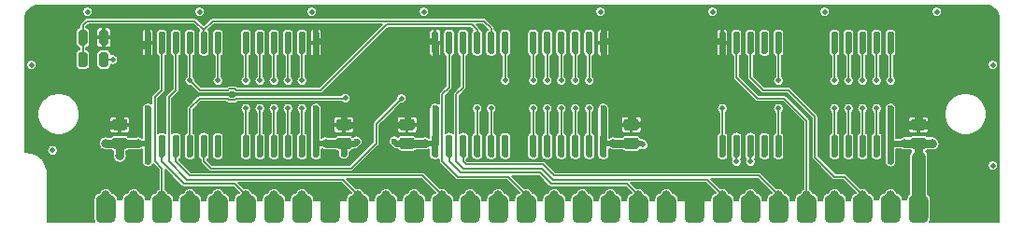
<source format=gtl>
G04 #@! TF.GenerationSoftware,KiCad,Pcbnew,(5.1.10-1-10_14)*
G04 #@! TF.CreationDate,2021-07-01T06:11:53-04:00*
G04 #@! TF.ProjectId,GW4191-SOP,47573431-3931-42d5-934f-502e6b696361,1.0-SOJ*
G04 #@! TF.SameCoordinates,Original*
G04 #@! TF.FileFunction,Copper,L1,Top*
G04 #@! TF.FilePolarity,Positive*
%FSLAX46Y46*%
G04 Gerber Fmt 4.6, Leading zero omitted, Abs format (unit mm)*
G04 Created by KiCad (PCBNEW (5.1.10-1-10_14)) date 2021-07-01 06:11:53*
%MOMM*%
%LPD*%
G01*
G04 APERTURE LIST*
G04 #@! TA.AperFunction,ComponentPad*
%ADD10C,0.800000*%
G04 #@! TD*
G04 #@! TA.AperFunction,ViaPad*
%ADD11C,0.800000*%
G04 #@! TD*
G04 #@! TA.AperFunction,ViaPad*
%ADD12C,1.000000*%
G04 #@! TD*
G04 #@! TA.AperFunction,ViaPad*
%ADD13C,0.600000*%
G04 #@! TD*
G04 #@! TA.AperFunction,ViaPad*
%ADD14C,0.508000*%
G04 #@! TD*
G04 #@! TA.AperFunction,Conductor*
%ADD15C,0.508000*%
G04 #@! TD*
G04 #@! TA.AperFunction,Conductor*
%ADD16C,0.762000*%
G04 #@! TD*
G04 #@! TA.AperFunction,Conductor*
%ADD17C,1.270000*%
G04 #@! TD*
G04 #@! TA.AperFunction,Conductor*
%ADD18C,0.800000*%
G04 #@! TD*
G04 #@! TA.AperFunction,Conductor*
%ADD19C,0.600000*%
G04 #@! TD*
G04 #@! TA.AperFunction,Conductor*
%ADD20C,0.152400*%
G04 #@! TD*
G04 #@! TA.AperFunction,Conductor*
%ADD21C,0.100000*%
G04 #@! TD*
G04 APERTURE END LIST*
G04 #@! TA.AperFunction,SMDPad,CuDef*
G36*
G01*
X82931000Y-100901500D02*
X82931000Y-99250500D01*
G75*
G02*
X83375500Y-98806000I444500J0D01*
G01*
X84264500Y-98806000D01*
G75*
G02*
X84709000Y-99250500I0J-444500D01*
G01*
X84709000Y-100901500D01*
G75*
G02*
X84264500Y-101346000I-444500J0D01*
G01*
X83375500Y-101346000D01*
G75*
G02*
X82931000Y-100901500I0J444500D01*
G01*
G37*
G04 #@! TD.AperFunction*
G04 #@! TA.AperFunction,SMDPad,CuDef*
G36*
G01*
X85471000Y-100901500D02*
X85471000Y-99250500D01*
G75*
G02*
X85915500Y-98806000I444500J0D01*
G01*
X86804500Y-98806000D01*
G75*
G02*
X87249000Y-99250500I0J-444500D01*
G01*
X87249000Y-100901500D01*
G75*
G02*
X86804500Y-101346000I-444500J0D01*
G01*
X85915500Y-101346000D01*
G75*
G02*
X85471000Y-100901500I0J444500D01*
G01*
G37*
G04 #@! TD.AperFunction*
D10*
X88900000Y-98806000D03*
G04 #@! TA.AperFunction,SMDPad,CuDef*
G36*
G01*
X108331000Y-100901500D02*
X108331000Y-99250500D01*
G75*
G02*
X108775500Y-98806000I444500J0D01*
G01*
X109664500Y-98806000D01*
G75*
G02*
X110109000Y-99250500I0J-444500D01*
G01*
X110109000Y-100901500D01*
G75*
G02*
X109664500Y-101346000I-444500J0D01*
G01*
X108775500Y-101346000D01*
G75*
G02*
X108331000Y-100901500I0J444500D01*
G01*
G37*
G04 #@! TD.AperFunction*
G04 #@! TA.AperFunction,SMDPad,CuDef*
G36*
G01*
X93091000Y-100901500D02*
X93091000Y-99250500D01*
G75*
G02*
X93535500Y-98806000I444500J0D01*
G01*
X94424500Y-98806000D01*
G75*
G02*
X94869000Y-99250500I0J-444500D01*
G01*
X94869000Y-100901500D01*
G75*
G02*
X94424500Y-101346000I-444500J0D01*
G01*
X93535500Y-101346000D01*
G75*
G02*
X93091000Y-100901500I0J444500D01*
G01*
G37*
G04 #@! TD.AperFunction*
G04 #@! TA.AperFunction,SMDPad,CuDef*
G36*
G01*
X110871000Y-100901500D02*
X110871000Y-99250500D01*
G75*
G02*
X111315500Y-98806000I444500J0D01*
G01*
X112204500Y-98806000D01*
G75*
G02*
X112649000Y-99250500I0J-444500D01*
G01*
X112649000Y-100901500D01*
G75*
G02*
X112204500Y-101346000I-444500J0D01*
G01*
X111315500Y-101346000D01*
G75*
G02*
X110871000Y-100901500I0J444500D01*
G01*
G37*
G04 #@! TD.AperFunction*
G04 #@! TA.AperFunction,SMDPad,CuDef*
G36*
G01*
X146431000Y-100901500D02*
X146431000Y-99250500D01*
G75*
G02*
X146875500Y-98806000I444500J0D01*
G01*
X147764500Y-98806000D01*
G75*
G02*
X148209000Y-99250500I0J-444500D01*
G01*
X148209000Y-100901500D01*
G75*
G02*
X147764500Y-101346000I-444500J0D01*
G01*
X146875500Y-101346000D01*
G75*
G02*
X146431000Y-100901500I0J444500D01*
G01*
G37*
G04 #@! TD.AperFunction*
G04 #@! TA.AperFunction,SMDPad,CuDef*
G36*
G01*
X113411000Y-100901500D02*
X113411000Y-99250500D01*
G75*
G02*
X113855500Y-98806000I444500J0D01*
G01*
X114744500Y-98806000D01*
G75*
G02*
X115189000Y-99250500I0J-444500D01*
G01*
X115189000Y-100901500D01*
G75*
G02*
X114744500Y-101346000I-444500J0D01*
G01*
X113855500Y-101346000D01*
G75*
G02*
X113411000Y-100901500I0J444500D01*
G01*
G37*
G04 #@! TD.AperFunction*
G04 #@! TA.AperFunction,SMDPad,CuDef*
G36*
G01*
X115951000Y-100901500D02*
X115951000Y-99250500D01*
G75*
G02*
X116395500Y-98806000I444500J0D01*
G01*
X117284500Y-98806000D01*
G75*
G02*
X117729000Y-99250500I0J-444500D01*
G01*
X117729000Y-100901500D01*
G75*
G02*
X117284500Y-101346000I-444500J0D01*
G01*
X116395500Y-101346000D01*
G75*
G02*
X115951000Y-100901500I0J444500D01*
G01*
G37*
G04 #@! TD.AperFunction*
G04 #@! TA.AperFunction,SMDPad,CuDef*
G36*
G01*
X90551000Y-100901500D02*
X90551000Y-99250500D01*
G75*
G02*
X90995500Y-98806000I444500J0D01*
G01*
X91884500Y-98806000D01*
G75*
G02*
X92329000Y-99250500I0J-444500D01*
G01*
X92329000Y-100901500D01*
G75*
G02*
X91884500Y-101346000I-444500J0D01*
G01*
X90995500Y-101346000D01*
G75*
G02*
X90551000Y-100901500I0J444500D01*
G01*
G37*
G04 #@! TD.AperFunction*
G04 #@! TA.AperFunction,SMDPad,CuDef*
G36*
G01*
X154051000Y-100901500D02*
X154051000Y-99250500D01*
G75*
G02*
X154495500Y-98806000I444500J0D01*
G01*
X155384500Y-98806000D01*
G75*
G02*
X155829000Y-99250500I0J-444500D01*
G01*
X155829000Y-100901500D01*
G75*
G02*
X155384500Y-101346000I-444500J0D01*
G01*
X154495500Y-101346000D01*
G75*
G02*
X154051000Y-100901500I0J444500D01*
G01*
G37*
G04 #@! TD.AperFunction*
G04 #@! TA.AperFunction,SMDPad,CuDef*
G36*
G01*
X88011000Y-100901500D02*
X88011000Y-99250500D01*
G75*
G02*
X88455500Y-98806000I444500J0D01*
G01*
X89344500Y-98806000D01*
G75*
G02*
X89789000Y-99250500I0J-444500D01*
G01*
X89789000Y-100901500D01*
G75*
G02*
X89344500Y-101346000I-444500J0D01*
G01*
X88455500Y-101346000D01*
G75*
G02*
X88011000Y-100901500I0J444500D01*
G01*
G37*
G04 #@! TD.AperFunction*
G04 #@! TA.AperFunction,SMDPad,CuDef*
G36*
G01*
X141351000Y-100901500D02*
X141351000Y-99250500D01*
G75*
G02*
X141795500Y-98806000I444500J0D01*
G01*
X142684500Y-98806000D01*
G75*
G02*
X143129000Y-99250500I0J-444500D01*
G01*
X143129000Y-100901500D01*
G75*
G02*
X142684500Y-101346000I-444500J0D01*
G01*
X141795500Y-101346000D01*
G75*
G02*
X141351000Y-100901500I0J444500D01*
G01*
G37*
G04 #@! TD.AperFunction*
G04 #@! TA.AperFunction,SMDPad,CuDef*
G36*
G01*
X121031000Y-100901500D02*
X121031000Y-99250500D01*
G75*
G02*
X121475500Y-98806000I444500J0D01*
G01*
X122364500Y-98806000D01*
G75*
G02*
X122809000Y-99250500I0J-444500D01*
G01*
X122809000Y-100901500D01*
G75*
G02*
X122364500Y-101346000I-444500J0D01*
G01*
X121475500Y-101346000D01*
G75*
G02*
X121031000Y-100901500I0J444500D01*
G01*
G37*
G04 #@! TD.AperFunction*
G04 #@! TA.AperFunction,SMDPad,CuDef*
G36*
G01*
X131191000Y-100901500D02*
X131191000Y-99250500D01*
G75*
G02*
X131635500Y-98806000I444500J0D01*
G01*
X132524500Y-98806000D01*
G75*
G02*
X132969000Y-99250500I0J-444500D01*
G01*
X132969000Y-100901500D01*
G75*
G02*
X132524500Y-101346000I-444500J0D01*
G01*
X131635500Y-101346000D01*
G75*
G02*
X131191000Y-100901500I0J444500D01*
G01*
G37*
G04 #@! TD.AperFunction*
G04 #@! TA.AperFunction,SMDPad,CuDef*
G36*
G01*
X138811000Y-100901500D02*
X138811000Y-99250500D01*
G75*
G02*
X139255500Y-98806000I444500J0D01*
G01*
X140144500Y-98806000D01*
G75*
G02*
X140589000Y-99250500I0J-444500D01*
G01*
X140589000Y-100901500D01*
G75*
G02*
X140144500Y-101346000I-444500J0D01*
G01*
X139255500Y-101346000D01*
G75*
G02*
X138811000Y-100901500I0J444500D01*
G01*
G37*
G04 #@! TD.AperFunction*
G04 #@! TA.AperFunction,SMDPad,CuDef*
G36*
G01*
X103251000Y-100901500D02*
X103251000Y-99250500D01*
G75*
G02*
X103695500Y-98806000I444500J0D01*
G01*
X104584500Y-98806000D01*
G75*
G02*
X105029000Y-99250500I0J-444500D01*
G01*
X105029000Y-100901500D01*
G75*
G02*
X104584500Y-101346000I-444500J0D01*
G01*
X103695500Y-101346000D01*
G75*
G02*
X103251000Y-100901500I0J444500D01*
G01*
G37*
G04 #@! TD.AperFunction*
G04 #@! TA.AperFunction,SMDPad,CuDef*
G36*
G01*
X126111000Y-100901500D02*
X126111000Y-99250500D01*
G75*
G02*
X126555500Y-98806000I444500J0D01*
G01*
X127444500Y-98806000D01*
G75*
G02*
X127889000Y-99250500I0J-444500D01*
G01*
X127889000Y-100901500D01*
G75*
G02*
X127444500Y-101346000I-444500J0D01*
G01*
X126555500Y-101346000D01*
G75*
G02*
X126111000Y-100901500I0J444500D01*
G01*
G37*
G04 #@! TD.AperFunction*
G04 #@! TA.AperFunction,SMDPad,CuDef*
G36*
G01*
X133731000Y-100901500D02*
X133731000Y-99250500D01*
G75*
G02*
X134175500Y-98806000I444500J0D01*
G01*
X135064500Y-98806000D01*
G75*
G02*
X135509000Y-99250500I0J-444500D01*
G01*
X135509000Y-100901500D01*
G75*
G02*
X135064500Y-101346000I-444500J0D01*
G01*
X134175500Y-101346000D01*
G75*
G02*
X133731000Y-100901500I0J444500D01*
G01*
G37*
G04 #@! TD.AperFunction*
G04 #@! TA.AperFunction,SMDPad,CuDef*
G36*
G01*
X128651000Y-100901500D02*
X128651000Y-99250500D01*
G75*
G02*
X129095500Y-98806000I444500J0D01*
G01*
X129984500Y-98806000D01*
G75*
G02*
X130429000Y-99250500I0J-444500D01*
G01*
X130429000Y-100901500D01*
G75*
G02*
X129984500Y-101346000I-444500J0D01*
G01*
X129095500Y-101346000D01*
G75*
G02*
X128651000Y-100901500I0J444500D01*
G01*
G37*
G04 #@! TD.AperFunction*
G04 #@! TA.AperFunction,SMDPad,CuDef*
G36*
G01*
X105791000Y-100901500D02*
X105791000Y-99250500D01*
G75*
G02*
X106235500Y-98806000I444500J0D01*
G01*
X107124500Y-98806000D01*
G75*
G02*
X107569000Y-99250500I0J-444500D01*
G01*
X107569000Y-100901500D01*
G75*
G02*
X107124500Y-101346000I-444500J0D01*
G01*
X106235500Y-101346000D01*
G75*
G02*
X105791000Y-100901500I0J444500D01*
G01*
G37*
G04 #@! TD.AperFunction*
G04 #@! TA.AperFunction,SMDPad,CuDef*
G36*
G01*
X136271000Y-100901500D02*
X136271000Y-99250500D01*
G75*
G02*
X136715500Y-98806000I444500J0D01*
G01*
X137604500Y-98806000D01*
G75*
G02*
X138049000Y-99250500I0J-444500D01*
G01*
X138049000Y-100901500D01*
G75*
G02*
X137604500Y-101346000I-444500J0D01*
G01*
X136715500Y-101346000D01*
G75*
G02*
X136271000Y-100901500I0J444500D01*
G01*
G37*
G04 #@! TD.AperFunction*
G04 #@! TA.AperFunction,SMDPad,CuDef*
G36*
G01*
X95631000Y-100901500D02*
X95631000Y-99250500D01*
G75*
G02*
X96075500Y-98806000I444500J0D01*
G01*
X96964500Y-98806000D01*
G75*
G02*
X97409000Y-99250500I0J-444500D01*
G01*
X97409000Y-100901500D01*
G75*
G02*
X96964500Y-101346000I-444500J0D01*
G01*
X96075500Y-101346000D01*
G75*
G02*
X95631000Y-100901500I0J444500D01*
G01*
G37*
G04 #@! TD.AperFunction*
G04 #@! TA.AperFunction,SMDPad,CuDef*
G36*
G01*
X123571000Y-100901500D02*
X123571000Y-99250500D01*
G75*
G02*
X124015500Y-98806000I444500J0D01*
G01*
X124904500Y-98806000D01*
G75*
G02*
X125349000Y-99250500I0J-444500D01*
G01*
X125349000Y-100901500D01*
G75*
G02*
X124904500Y-101346000I-444500J0D01*
G01*
X124015500Y-101346000D01*
G75*
G02*
X123571000Y-100901500I0J444500D01*
G01*
G37*
G04 #@! TD.AperFunction*
G04 #@! TA.AperFunction,SMDPad,CuDef*
G36*
G01*
X98171000Y-100901500D02*
X98171000Y-99250500D01*
G75*
G02*
X98615500Y-98806000I444500J0D01*
G01*
X99504500Y-98806000D01*
G75*
G02*
X99949000Y-99250500I0J-444500D01*
G01*
X99949000Y-100901500D01*
G75*
G02*
X99504500Y-101346000I-444500J0D01*
G01*
X98615500Y-101346000D01*
G75*
G02*
X98171000Y-100901500I0J444500D01*
G01*
G37*
G04 #@! TD.AperFunction*
G04 #@! TA.AperFunction,SMDPad,CuDef*
G36*
G01*
X100711000Y-100901500D02*
X100711000Y-99250500D01*
G75*
G02*
X101155500Y-98806000I444500J0D01*
G01*
X102044500Y-98806000D01*
G75*
G02*
X102489000Y-99250500I0J-444500D01*
G01*
X102489000Y-100901500D01*
G75*
G02*
X102044500Y-101346000I-444500J0D01*
G01*
X101155500Y-101346000D01*
G75*
G02*
X100711000Y-100901500I0J444500D01*
G01*
G37*
G04 #@! TD.AperFunction*
G04 #@! TA.AperFunction,SMDPad,CuDef*
G36*
G01*
X148971000Y-100901500D02*
X148971000Y-99250500D01*
G75*
G02*
X149415500Y-98806000I444500J0D01*
G01*
X150304500Y-98806000D01*
G75*
G02*
X150749000Y-99250500I0J-444500D01*
G01*
X150749000Y-100901500D01*
G75*
G02*
X150304500Y-101346000I-444500J0D01*
G01*
X149415500Y-101346000D01*
G75*
G02*
X148971000Y-100901500I0J444500D01*
G01*
G37*
G04 #@! TD.AperFunction*
G04 #@! TA.AperFunction,SMDPad,CuDef*
G36*
G01*
X151511000Y-100901500D02*
X151511000Y-99250500D01*
G75*
G02*
X151955500Y-98806000I444500J0D01*
G01*
X152844500Y-98806000D01*
G75*
G02*
X153289000Y-99250500I0J-444500D01*
G01*
X153289000Y-100901500D01*
G75*
G02*
X152844500Y-101346000I-444500J0D01*
G01*
X151955500Y-101346000D01*
G75*
G02*
X151511000Y-100901500I0J444500D01*
G01*
G37*
G04 #@! TD.AperFunction*
G04 #@! TA.AperFunction,SMDPad,CuDef*
G36*
G01*
X156591000Y-100901500D02*
X156591000Y-99250500D01*
G75*
G02*
X157035500Y-98806000I444500J0D01*
G01*
X157924500Y-98806000D01*
G75*
G02*
X158369000Y-99250500I0J-444500D01*
G01*
X158369000Y-100901500D01*
G75*
G02*
X157924500Y-101346000I-444500J0D01*
G01*
X157035500Y-101346000D01*
G75*
G02*
X156591000Y-100901500I0J444500D01*
G01*
G37*
G04 #@! TD.AperFunction*
G04 #@! TA.AperFunction,SMDPad,CuDef*
G36*
G01*
X118491000Y-100901500D02*
X118491000Y-99250500D01*
G75*
G02*
X118935500Y-98806000I444500J0D01*
G01*
X119824500Y-98806000D01*
G75*
G02*
X120269000Y-99250500I0J-444500D01*
G01*
X120269000Y-100901500D01*
G75*
G02*
X119824500Y-101346000I-444500J0D01*
G01*
X118935500Y-101346000D01*
G75*
G02*
X118491000Y-100901500I0J444500D01*
G01*
G37*
G04 #@! TD.AperFunction*
G04 #@! TA.AperFunction,SMDPad,CuDef*
G36*
G01*
X143891000Y-100901500D02*
X143891000Y-99250500D01*
G75*
G02*
X144335500Y-98806000I444500J0D01*
G01*
X145224500Y-98806000D01*
G75*
G02*
X145669000Y-99250500I0J-444500D01*
G01*
X145669000Y-100901500D01*
G75*
G02*
X145224500Y-101346000I-444500J0D01*
G01*
X144335500Y-101346000D01*
G75*
G02*
X143891000Y-100901500I0J444500D01*
G01*
G37*
G04 #@! TD.AperFunction*
X86360000Y-98806000D03*
X83820000Y-98806000D03*
X93980000Y-98806000D03*
X91440000Y-98806000D03*
X96520000Y-98806000D03*
X99060000Y-98806000D03*
X104140000Y-98806000D03*
X101600000Y-98806000D03*
X109220000Y-98806000D03*
X106680000Y-98806000D03*
X111760000Y-98806000D03*
X116840000Y-98806000D03*
X114300000Y-98806000D03*
X119380000Y-98806000D03*
X124460000Y-98806000D03*
X121920000Y-98806000D03*
X127000000Y-98806000D03*
X149860000Y-98806000D03*
X147320000Y-98806000D03*
X152400000Y-98806000D03*
X134620000Y-98806000D03*
X132080000Y-98806000D03*
X137160000Y-98806000D03*
X142240000Y-98806000D03*
X139700000Y-98806000D03*
X144780000Y-98806000D03*
X129540000Y-98806000D03*
X154940000Y-98806000D03*
X157480000Y-98806000D03*
G04 #@! TA.AperFunction,SMDPad,CuDef*
G36*
G01*
X85527500Y-92932000D02*
X84652500Y-92932000D01*
G75*
G02*
X84390000Y-92669500I0J262500D01*
G01*
X84390000Y-92144500D01*
G75*
G02*
X84652500Y-91882000I262500J0D01*
G01*
X85527500Y-91882000D01*
G75*
G02*
X85790000Y-92144500I0J-262500D01*
G01*
X85790000Y-92669500D01*
G75*
G02*
X85527500Y-92932000I-262500J0D01*
G01*
G37*
G04 #@! TD.AperFunction*
G04 #@! TA.AperFunction,SMDPad,CuDef*
G36*
G01*
X85527500Y-94632000D02*
X84652500Y-94632000D01*
G75*
G02*
X84390000Y-94369500I0J262500D01*
G01*
X84390000Y-93844500D01*
G75*
G02*
X84652500Y-93582000I262500J0D01*
G01*
X85527500Y-93582000D01*
G75*
G02*
X85790000Y-93844500I0J-262500D01*
G01*
X85790000Y-94369500D01*
G75*
G02*
X85527500Y-94632000I-262500J0D01*
G01*
G37*
G04 #@! TD.AperFunction*
G04 #@! TA.AperFunction,SMDPad,CuDef*
G36*
G01*
X105847500Y-92932000D02*
X104972500Y-92932000D01*
G75*
G02*
X104710000Y-92669500I0J262500D01*
G01*
X104710000Y-92144500D01*
G75*
G02*
X104972500Y-91882000I262500J0D01*
G01*
X105847500Y-91882000D01*
G75*
G02*
X106110000Y-92144500I0J-262500D01*
G01*
X106110000Y-92669500D01*
G75*
G02*
X105847500Y-92932000I-262500J0D01*
G01*
G37*
G04 #@! TD.AperFunction*
G04 #@! TA.AperFunction,SMDPad,CuDef*
G36*
G01*
X105847500Y-94632000D02*
X104972500Y-94632000D01*
G75*
G02*
X104710000Y-94369500I0J262500D01*
G01*
X104710000Y-93844500D01*
G75*
G02*
X104972500Y-93582000I262500J0D01*
G01*
X105847500Y-93582000D01*
G75*
G02*
X106110000Y-93844500I0J-262500D01*
G01*
X106110000Y-94369500D01*
G75*
G02*
X105847500Y-94632000I-262500J0D01*
G01*
G37*
G04 #@! TD.AperFunction*
G04 #@! TA.AperFunction,SMDPad,CuDef*
G36*
G01*
X111562500Y-92932000D02*
X110687500Y-92932000D01*
G75*
G02*
X110425000Y-92669500I0J262500D01*
G01*
X110425000Y-92144500D01*
G75*
G02*
X110687500Y-91882000I262500J0D01*
G01*
X111562500Y-91882000D01*
G75*
G02*
X111825000Y-92144500I0J-262500D01*
G01*
X111825000Y-92669500D01*
G75*
G02*
X111562500Y-92932000I-262500J0D01*
G01*
G37*
G04 #@! TD.AperFunction*
G04 #@! TA.AperFunction,SMDPad,CuDef*
G36*
G01*
X111562500Y-94632000D02*
X110687500Y-94632000D01*
G75*
G02*
X110425000Y-94369500I0J262500D01*
G01*
X110425000Y-93844500D01*
G75*
G02*
X110687500Y-93582000I262500J0D01*
G01*
X111562500Y-93582000D01*
G75*
G02*
X111825000Y-93844500I0J-262500D01*
G01*
X111825000Y-94369500D01*
G75*
G02*
X111562500Y-94632000I-262500J0D01*
G01*
G37*
G04 #@! TD.AperFunction*
G04 #@! TA.AperFunction,SMDPad,CuDef*
G36*
G01*
X157917500Y-92932000D02*
X157042500Y-92932000D01*
G75*
G02*
X156780000Y-92669500I0J262500D01*
G01*
X156780000Y-92144500D01*
G75*
G02*
X157042500Y-91882000I262500J0D01*
G01*
X157917500Y-91882000D01*
G75*
G02*
X158180000Y-92144500I0J-262500D01*
G01*
X158180000Y-92669500D01*
G75*
G02*
X157917500Y-92932000I-262500J0D01*
G01*
G37*
G04 #@! TD.AperFunction*
G04 #@! TA.AperFunction,SMDPad,CuDef*
G36*
G01*
X157917500Y-94632000D02*
X157042500Y-94632000D01*
G75*
G02*
X156780000Y-94369500I0J262500D01*
G01*
X156780000Y-93844500D01*
G75*
G02*
X157042500Y-93582000I262500J0D01*
G01*
X157917500Y-93582000D01*
G75*
G02*
X158180000Y-93844500I0J-262500D01*
G01*
X158180000Y-94369500D01*
G75*
G02*
X157917500Y-94632000I-262500J0D01*
G01*
G37*
G04 #@! TD.AperFunction*
G04 #@! TA.AperFunction,SMDPad,CuDef*
G36*
G01*
X131882500Y-92932000D02*
X131007500Y-92932000D01*
G75*
G02*
X130745000Y-92669500I0J262500D01*
G01*
X130745000Y-92144500D01*
G75*
G02*
X131007500Y-91882000I262500J0D01*
G01*
X131882500Y-91882000D01*
G75*
G02*
X132145000Y-92144500I0J-262500D01*
G01*
X132145000Y-92669500D01*
G75*
G02*
X131882500Y-92932000I-262500J0D01*
G01*
G37*
G04 #@! TD.AperFunction*
G04 #@! TA.AperFunction,SMDPad,CuDef*
G36*
G01*
X131882500Y-94632000D02*
X131007500Y-94632000D01*
G75*
G02*
X130745000Y-94369500I0J262500D01*
G01*
X130745000Y-93844500D01*
G75*
G02*
X131007500Y-93582000I262500J0D01*
G01*
X131882500Y-93582000D01*
G75*
G02*
X132145000Y-93844500I0J-262500D01*
G01*
X132145000Y-94369500D01*
G75*
G02*
X131882500Y-94632000I-262500J0D01*
G01*
G37*
G04 #@! TD.AperFunction*
G04 #@! TA.AperFunction,SMDPad,CuDef*
G36*
G01*
X82175000Y-86012500D02*
X82175000Y-86987500D01*
G75*
G02*
X81962500Y-87200000I-212500J0D01*
G01*
X81537500Y-87200000D01*
G75*
G02*
X81325000Y-86987500I0J212500D01*
G01*
X81325000Y-86012500D01*
G75*
G02*
X81537500Y-85800000I212500J0D01*
G01*
X81962500Y-85800000D01*
G75*
G02*
X82175000Y-86012500I0J-212500D01*
G01*
G37*
G04 #@! TD.AperFunction*
G04 #@! TA.AperFunction,SMDPad,CuDef*
G36*
G01*
X84075000Y-86012500D02*
X84075000Y-86987500D01*
G75*
G02*
X83862500Y-87200000I-212500J0D01*
G01*
X83437500Y-87200000D01*
G75*
G02*
X83225000Y-86987500I0J212500D01*
G01*
X83225000Y-86012500D01*
G75*
G02*
X83437500Y-85800000I212500J0D01*
G01*
X83862500Y-85800000D01*
G75*
G02*
X84075000Y-86012500I0J-212500D01*
G01*
G37*
G04 #@! TD.AperFunction*
G04 #@! TA.AperFunction,SMDPad,CuDef*
G36*
G01*
X83225000Y-84987500D02*
X83225000Y-84012500D01*
G75*
G02*
X83437500Y-83800000I212500J0D01*
G01*
X83862500Y-83800000D01*
G75*
G02*
X84075000Y-84012500I0J-212500D01*
G01*
X84075000Y-84987500D01*
G75*
G02*
X83862500Y-85200000I-212500J0D01*
G01*
X83437500Y-85200000D01*
G75*
G02*
X83225000Y-84987500I0J212500D01*
G01*
G37*
G04 #@! TD.AperFunction*
G04 #@! TA.AperFunction,SMDPad,CuDef*
G36*
G01*
X81325000Y-84987500D02*
X81325000Y-84012500D01*
G75*
G02*
X81537500Y-83800000I212500J0D01*
G01*
X81962500Y-83800000D01*
G75*
G02*
X82175000Y-84012500I0J-212500D01*
G01*
X82175000Y-84987500D01*
G75*
G02*
X81962500Y-85200000I-212500J0D01*
G01*
X81537500Y-85200000D01*
G75*
G02*
X81325000Y-84987500I0J212500D01*
G01*
G37*
G04 #@! TD.AperFunction*
G04 #@! TA.AperFunction,SMDPad,CuDef*
G36*
G01*
X113815000Y-95377000D02*
X113515000Y-95377000D01*
G75*
G02*
X113365000Y-95227000I0J150000D01*
G01*
X113365000Y-93495000D01*
G75*
G02*
X113515000Y-93345000I150000J0D01*
G01*
X113815000Y-93345000D01*
G75*
G02*
X113965000Y-93495000I0J-150000D01*
G01*
X113965000Y-95227000D01*
G75*
G02*
X113815000Y-95377000I-150000J0D01*
G01*
G37*
G04 #@! TD.AperFunction*
G04 #@! TA.AperFunction,SMDPad,CuDef*
G36*
G01*
X115085000Y-95377000D02*
X114785000Y-95377000D01*
G75*
G02*
X114635000Y-95227000I0J150000D01*
G01*
X114635000Y-93495000D01*
G75*
G02*
X114785000Y-93345000I150000J0D01*
G01*
X115085000Y-93345000D01*
G75*
G02*
X115235000Y-93495000I0J-150000D01*
G01*
X115235000Y-95227000D01*
G75*
G02*
X115085000Y-95377000I-150000J0D01*
G01*
G37*
G04 #@! TD.AperFunction*
G04 #@! TA.AperFunction,SMDPad,CuDef*
G36*
G01*
X116355000Y-95377000D02*
X116055000Y-95377000D01*
G75*
G02*
X115905000Y-95227000I0J150000D01*
G01*
X115905000Y-93495000D01*
G75*
G02*
X116055000Y-93345000I150000J0D01*
G01*
X116355000Y-93345000D01*
G75*
G02*
X116505000Y-93495000I0J-150000D01*
G01*
X116505000Y-95227000D01*
G75*
G02*
X116355000Y-95377000I-150000J0D01*
G01*
G37*
G04 #@! TD.AperFunction*
G04 #@! TA.AperFunction,SMDPad,CuDef*
G36*
G01*
X117625000Y-95377000D02*
X117325000Y-95377000D01*
G75*
G02*
X117175000Y-95227000I0J150000D01*
G01*
X117175000Y-93495000D01*
G75*
G02*
X117325000Y-93345000I150000J0D01*
G01*
X117625000Y-93345000D01*
G75*
G02*
X117775000Y-93495000I0J-150000D01*
G01*
X117775000Y-95227000D01*
G75*
G02*
X117625000Y-95377000I-150000J0D01*
G01*
G37*
G04 #@! TD.AperFunction*
G04 #@! TA.AperFunction,SMDPad,CuDef*
G36*
G01*
X118895000Y-95377000D02*
X118595000Y-95377000D01*
G75*
G02*
X118445000Y-95227000I0J150000D01*
G01*
X118445000Y-93495000D01*
G75*
G02*
X118595000Y-93345000I150000J0D01*
G01*
X118895000Y-93345000D01*
G75*
G02*
X119045000Y-93495000I0J-150000D01*
G01*
X119045000Y-95227000D01*
G75*
G02*
X118895000Y-95377000I-150000J0D01*
G01*
G37*
G04 #@! TD.AperFunction*
G04 #@! TA.AperFunction,SMDPad,CuDef*
G36*
G01*
X120165000Y-95377000D02*
X119865000Y-95377000D01*
G75*
G02*
X119715000Y-95227000I0J150000D01*
G01*
X119715000Y-93495000D01*
G75*
G02*
X119865000Y-93345000I150000J0D01*
G01*
X120165000Y-93345000D01*
G75*
G02*
X120315000Y-93495000I0J-150000D01*
G01*
X120315000Y-95227000D01*
G75*
G02*
X120165000Y-95377000I-150000J0D01*
G01*
G37*
G04 #@! TD.AperFunction*
G04 #@! TA.AperFunction,SMDPad,CuDef*
G36*
G01*
X122705000Y-95377000D02*
X122405000Y-95377000D01*
G75*
G02*
X122255000Y-95227000I0J150000D01*
G01*
X122255000Y-93495000D01*
G75*
G02*
X122405000Y-93345000I150000J0D01*
G01*
X122705000Y-93345000D01*
G75*
G02*
X122855000Y-93495000I0J-150000D01*
G01*
X122855000Y-95227000D01*
G75*
G02*
X122705000Y-95377000I-150000J0D01*
G01*
G37*
G04 #@! TD.AperFunction*
G04 #@! TA.AperFunction,SMDPad,CuDef*
G36*
G01*
X123975000Y-95377000D02*
X123675000Y-95377000D01*
G75*
G02*
X123525000Y-95227000I0J150000D01*
G01*
X123525000Y-93495000D01*
G75*
G02*
X123675000Y-93345000I150000J0D01*
G01*
X123975000Y-93345000D01*
G75*
G02*
X124125000Y-93495000I0J-150000D01*
G01*
X124125000Y-95227000D01*
G75*
G02*
X123975000Y-95377000I-150000J0D01*
G01*
G37*
G04 #@! TD.AperFunction*
G04 #@! TA.AperFunction,SMDPad,CuDef*
G36*
G01*
X125245000Y-95377000D02*
X124945000Y-95377000D01*
G75*
G02*
X124795000Y-95227000I0J150000D01*
G01*
X124795000Y-93495000D01*
G75*
G02*
X124945000Y-93345000I150000J0D01*
G01*
X125245000Y-93345000D01*
G75*
G02*
X125395000Y-93495000I0J-150000D01*
G01*
X125395000Y-95227000D01*
G75*
G02*
X125245000Y-95377000I-150000J0D01*
G01*
G37*
G04 #@! TD.AperFunction*
G04 #@! TA.AperFunction,SMDPad,CuDef*
G36*
G01*
X126515000Y-95377000D02*
X126215000Y-95377000D01*
G75*
G02*
X126065000Y-95227000I0J150000D01*
G01*
X126065000Y-93495000D01*
G75*
G02*
X126215000Y-93345000I150000J0D01*
G01*
X126515000Y-93345000D01*
G75*
G02*
X126665000Y-93495000I0J-150000D01*
G01*
X126665000Y-95227000D01*
G75*
G02*
X126515000Y-95377000I-150000J0D01*
G01*
G37*
G04 #@! TD.AperFunction*
G04 #@! TA.AperFunction,SMDPad,CuDef*
G36*
G01*
X127785000Y-95377000D02*
X127485000Y-95377000D01*
G75*
G02*
X127335000Y-95227000I0J150000D01*
G01*
X127335000Y-93495000D01*
G75*
G02*
X127485000Y-93345000I150000J0D01*
G01*
X127785000Y-93345000D01*
G75*
G02*
X127935000Y-93495000I0J-150000D01*
G01*
X127935000Y-95227000D01*
G75*
G02*
X127785000Y-95377000I-150000J0D01*
G01*
G37*
G04 #@! TD.AperFunction*
G04 #@! TA.AperFunction,SMDPad,CuDef*
G36*
G01*
X129055000Y-95377000D02*
X128755000Y-95377000D01*
G75*
G02*
X128605000Y-95227000I0J150000D01*
G01*
X128605000Y-93495000D01*
G75*
G02*
X128755000Y-93345000I150000J0D01*
G01*
X129055000Y-93345000D01*
G75*
G02*
X129205000Y-93495000I0J-150000D01*
G01*
X129205000Y-95227000D01*
G75*
G02*
X129055000Y-95377000I-150000J0D01*
G01*
G37*
G04 #@! TD.AperFunction*
G04 #@! TA.AperFunction,SMDPad,CuDef*
G36*
G01*
X129055000Y-85979000D02*
X128755000Y-85979000D01*
G75*
G02*
X128605000Y-85829000I0J150000D01*
G01*
X128605000Y-84097000D01*
G75*
G02*
X128755000Y-83947000I150000J0D01*
G01*
X129055000Y-83947000D01*
G75*
G02*
X129205000Y-84097000I0J-150000D01*
G01*
X129205000Y-85829000D01*
G75*
G02*
X129055000Y-85979000I-150000J0D01*
G01*
G37*
G04 #@! TD.AperFunction*
G04 #@! TA.AperFunction,SMDPad,CuDef*
G36*
G01*
X127785000Y-85979000D02*
X127485000Y-85979000D01*
G75*
G02*
X127335000Y-85829000I0J150000D01*
G01*
X127335000Y-84097000D01*
G75*
G02*
X127485000Y-83947000I150000J0D01*
G01*
X127785000Y-83947000D01*
G75*
G02*
X127935000Y-84097000I0J-150000D01*
G01*
X127935000Y-85829000D01*
G75*
G02*
X127785000Y-85979000I-150000J0D01*
G01*
G37*
G04 #@! TD.AperFunction*
G04 #@! TA.AperFunction,SMDPad,CuDef*
G36*
G01*
X126515000Y-85979000D02*
X126215000Y-85979000D01*
G75*
G02*
X126065000Y-85829000I0J150000D01*
G01*
X126065000Y-84097000D01*
G75*
G02*
X126215000Y-83947000I150000J0D01*
G01*
X126515000Y-83947000D01*
G75*
G02*
X126665000Y-84097000I0J-150000D01*
G01*
X126665000Y-85829000D01*
G75*
G02*
X126515000Y-85979000I-150000J0D01*
G01*
G37*
G04 #@! TD.AperFunction*
G04 #@! TA.AperFunction,SMDPad,CuDef*
G36*
G01*
X125245000Y-85979000D02*
X124945000Y-85979000D01*
G75*
G02*
X124795000Y-85829000I0J150000D01*
G01*
X124795000Y-84097000D01*
G75*
G02*
X124945000Y-83947000I150000J0D01*
G01*
X125245000Y-83947000D01*
G75*
G02*
X125395000Y-84097000I0J-150000D01*
G01*
X125395000Y-85829000D01*
G75*
G02*
X125245000Y-85979000I-150000J0D01*
G01*
G37*
G04 #@! TD.AperFunction*
G04 #@! TA.AperFunction,SMDPad,CuDef*
G36*
G01*
X123975000Y-85979000D02*
X123675000Y-85979000D01*
G75*
G02*
X123525000Y-85829000I0J150000D01*
G01*
X123525000Y-84097000D01*
G75*
G02*
X123675000Y-83947000I150000J0D01*
G01*
X123975000Y-83947000D01*
G75*
G02*
X124125000Y-84097000I0J-150000D01*
G01*
X124125000Y-85829000D01*
G75*
G02*
X123975000Y-85979000I-150000J0D01*
G01*
G37*
G04 #@! TD.AperFunction*
G04 #@! TA.AperFunction,SMDPad,CuDef*
G36*
G01*
X122705000Y-85979000D02*
X122405000Y-85979000D01*
G75*
G02*
X122255000Y-85829000I0J150000D01*
G01*
X122255000Y-84097000D01*
G75*
G02*
X122405000Y-83947000I150000J0D01*
G01*
X122705000Y-83947000D01*
G75*
G02*
X122855000Y-84097000I0J-150000D01*
G01*
X122855000Y-85829000D01*
G75*
G02*
X122705000Y-85979000I-150000J0D01*
G01*
G37*
G04 #@! TD.AperFunction*
G04 #@! TA.AperFunction,SMDPad,CuDef*
G36*
G01*
X120165000Y-85979000D02*
X119865000Y-85979000D01*
G75*
G02*
X119715000Y-85829000I0J150000D01*
G01*
X119715000Y-84097000D01*
G75*
G02*
X119865000Y-83947000I150000J0D01*
G01*
X120165000Y-83947000D01*
G75*
G02*
X120315000Y-84097000I0J-150000D01*
G01*
X120315000Y-85829000D01*
G75*
G02*
X120165000Y-85979000I-150000J0D01*
G01*
G37*
G04 #@! TD.AperFunction*
G04 #@! TA.AperFunction,SMDPad,CuDef*
G36*
G01*
X118895000Y-85979000D02*
X118595000Y-85979000D01*
G75*
G02*
X118445000Y-85829000I0J150000D01*
G01*
X118445000Y-84097000D01*
G75*
G02*
X118595000Y-83947000I150000J0D01*
G01*
X118895000Y-83947000D01*
G75*
G02*
X119045000Y-84097000I0J-150000D01*
G01*
X119045000Y-85829000D01*
G75*
G02*
X118895000Y-85979000I-150000J0D01*
G01*
G37*
G04 #@! TD.AperFunction*
G04 #@! TA.AperFunction,SMDPad,CuDef*
G36*
G01*
X117625000Y-85979000D02*
X117325000Y-85979000D01*
G75*
G02*
X117175000Y-85829000I0J150000D01*
G01*
X117175000Y-84097000D01*
G75*
G02*
X117325000Y-83947000I150000J0D01*
G01*
X117625000Y-83947000D01*
G75*
G02*
X117775000Y-84097000I0J-150000D01*
G01*
X117775000Y-85829000D01*
G75*
G02*
X117625000Y-85979000I-150000J0D01*
G01*
G37*
G04 #@! TD.AperFunction*
G04 #@! TA.AperFunction,SMDPad,CuDef*
G36*
G01*
X116355000Y-85979000D02*
X116055000Y-85979000D01*
G75*
G02*
X115905000Y-85829000I0J150000D01*
G01*
X115905000Y-84097000D01*
G75*
G02*
X116055000Y-83947000I150000J0D01*
G01*
X116355000Y-83947000D01*
G75*
G02*
X116505000Y-84097000I0J-150000D01*
G01*
X116505000Y-85829000D01*
G75*
G02*
X116355000Y-85979000I-150000J0D01*
G01*
G37*
G04 #@! TD.AperFunction*
G04 #@! TA.AperFunction,SMDPad,CuDef*
G36*
G01*
X115085000Y-85979000D02*
X114785000Y-85979000D01*
G75*
G02*
X114635000Y-85829000I0J150000D01*
G01*
X114635000Y-84097000D01*
G75*
G02*
X114785000Y-83947000I150000J0D01*
G01*
X115085000Y-83947000D01*
G75*
G02*
X115235000Y-84097000I0J-150000D01*
G01*
X115235000Y-85829000D01*
G75*
G02*
X115085000Y-85979000I-150000J0D01*
G01*
G37*
G04 #@! TD.AperFunction*
G04 #@! TA.AperFunction,SMDPad,CuDef*
G36*
G01*
X113815000Y-85979000D02*
X113515000Y-85979000D01*
G75*
G02*
X113365000Y-85829000I0J150000D01*
G01*
X113365000Y-84097000D01*
G75*
G02*
X113515000Y-83947000I150000J0D01*
G01*
X113815000Y-83947000D01*
G75*
G02*
X113965000Y-84097000I0J-150000D01*
G01*
X113965000Y-85829000D01*
G75*
G02*
X113815000Y-85979000I-150000J0D01*
G01*
G37*
G04 #@! TD.AperFunction*
G04 #@! TA.AperFunction,SMDPad,CuDef*
G36*
G01*
X87780000Y-85979000D02*
X87480000Y-85979000D01*
G75*
G02*
X87330000Y-85829000I0J150000D01*
G01*
X87330000Y-84097000D01*
G75*
G02*
X87480000Y-83947000I150000J0D01*
G01*
X87780000Y-83947000D01*
G75*
G02*
X87930000Y-84097000I0J-150000D01*
G01*
X87930000Y-85829000D01*
G75*
G02*
X87780000Y-85979000I-150000J0D01*
G01*
G37*
G04 #@! TD.AperFunction*
G04 #@! TA.AperFunction,SMDPad,CuDef*
G36*
G01*
X89050000Y-85979000D02*
X88750000Y-85979000D01*
G75*
G02*
X88600000Y-85829000I0J150000D01*
G01*
X88600000Y-84097000D01*
G75*
G02*
X88750000Y-83947000I150000J0D01*
G01*
X89050000Y-83947000D01*
G75*
G02*
X89200000Y-84097000I0J-150000D01*
G01*
X89200000Y-85829000D01*
G75*
G02*
X89050000Y-85979000I-150000J0D01*
G01*
G37*
G04 #@! TD.AperFunction*
G04 #@! TA.AperFunction,SMDPad,CuDef*
G36*
G01*
X90320000Y-85979000D02*
X90020000Y-85979000D01*
G75*
G02*
X89870000Y-85829000I0J150000D01*
G01*
X89870000Y-84097000D01*
G75*
G02*
X90020000Y-83947000I150000J0D01*
G01*
X90320000Y-83947000D01*
G75*
G02*
X90470000Y-84097000I0J-150000D01*
G01*
X90470000Y-85829000D01*
G75*
G02*
X90320000Y-85979000I-150000J0D01*
G01*
G37*
G04 #@! TD.AperFunction*
G04 #@! TA.AperFunction,SMDPad,CuDef*
G36*
G01*
X91590000Y-85979000D02*
X91290000Y-85979000D01*
G75*
G02*
X91140000Y-85829000I0J150000D01*
G01*
X91140000Y-84097000D01*
G75*
G02*
X91290000Y-83947000I150000J0D01*
G01*
X91590000Y-83947000D01*
G75*
G02*
X91740000Y-84097000I0J-150000D01*
G01*
X91740000Y-85829000D01*
G75*
G02*
X91590000Y-85979000I-150000J0D01*
G01*
G37*
G04 #@! TD.AperFunction*
G04 #@! TA.AperFunction,SMDPad,CuDef*
G36*
G01*
X92860000Y-85979000D02*
X92560000Y-85979000D01*
G75*
G02*
X92410000Y-85829000I0J150000D01*
G01*
X92410000Y-84097000D01*
G75*
G02*
X92560000Y-83947000I150000J0D01*
G01*
X92860000Y-83947000D01*
G75*
G02*
X93010000Y-84097000I0J-150000D01*
G01*
X93010000Y-85829000D01*
G75*
G02*
X92860000Y-85979000I-150000J0D01*
G01*
G37*
G04 #@! TD.AperFunction*
G04 #@! TA.AperFunction,SMDPad,CuDef*
G36*
G01*
X94130000Y-85979000D02*
X93830000Y-85979000D01*
G75*
G02*
X93680000Y-85829000I0J150000D01*
G01*
X93680000Y-84097000D01*
G75*
G02*
X93830000Y-83947000I150000J0D01*
G01*
X94130000Y-83947000D01*
G75*
G02*
X94280000Y-84097000I0J-150000D01*
G01*
X94280000Y-85829000D01*
G75*
G02*
X94130000Y-85979000I-150000J0D01*
G01*
G37*
G04 #@! TD.AperFunction*
G04 #@! TA.AperFunction,SMDPad,CuDef*
G36*
G01*
X96670000Y-85979000D02*
X96370000Y-85979000D01*
G75*
G02*
X96220000Y-85829000I0J150000D01*
G01*
X96220000Y-84097000D01*
G75*
G02*
X96370000Y-83947000I150000J0D01*
G01*
X96670000Y-83947000D01*
G75*
G02*
X96820000Y-84097000I0J-150000D01*
G01*
X96820000Y-85829000D01*
G75*
G02*
X96670000Y-85979000I-150000J0D01*
G01*
G37*
G04 #@! TD.AperFunction*
G04 #@! TA.AperFunction,SMDPad,CuDef*
G36*
G01*
X97940000Y-85979000D02*
X97640000Y-85979000D01*
G75*
G02*
X97490000Y-85829000I0J150000D01*
G01*
X97490000Y-84097000D01*
G75*
G02*
X97640000Y-83947000I150000J0D01*
G01*
X97940000Y-83947000D01*
G75*
G02*
X98090000Y-84097000I0J-150000D01*
G01*
X98090000Y-85829000D01*
G75*
G02*
X97940000Y-85979000I-150000J0D01*
G01*
G37*
G04 #@! TD.AperFunction*
G04 #@! TA.AperFunction,SMDPad,CuDef*
G36*
G01*
X99210000Y-85979000D02*
X98910000Y-85979000D01*
G75*
G02*
X98760000Y-85829000I0J150000D01*
G01*
X98760000Y-84097000D01*
G75*
G02*
X98910000Y-83947000I150000J0D01*
G01*
X99210000Y-83947000D01*
G75*
G02*
X99360000Y-84097000I0J-150000D01*
G01*
X99360000Y-85829000D01*
G75*
G02*
X99210000Y-85979000I-150000J0D01*
G01*
G37*
G04 #@! TD.AperFunction*
G04 #@! TA.AperFunction,SMDPad,CuDef*
G36*
G01*
X100480000Y-85979000D02*
X100180000Y-85979000D01*
G75*
G02*
X100030000Y-85829000I0J150000D01*
G01*
X100030000Y-84097000D01*
G75*
G02*
X100180000Y-83947000I150000J0D01*
G01*
X100480000Y-83947000D01*
G75*
G02*
X100630000Y-84097000I0J-150000D01*
G01*
X100630000Y-85829000D01*
G75*
G02*
X100480000Y-85979000I-150000J0D01*
G01*
G37*
G04 #@! TD.AperFunction*
G04 #@! TA.AperFunction,SMDPad,CuDef*
G36*
G01*
X101750000Y-85979000D02*
X101450000Y-85979000D01*
G75*
G02*
X101300000Y-85829000I0J150000D01*
G01*
X101300000Y-84097000D01*
G75*
G02*
X101450000Y-83947000I150000J0D01*
G01*
X101750000Y-83947000D01*
G75*
G02*
X101900000Y-84097000I0J-150000D01*
G01*
X101900000Y-85829000D01*
G75*
G02*
X101750000Y-85979000I-150000J0D01*
G01*
G37*
G04 #@! TD.AperFunction*
G04 #@! TA.AperFunction,SMDPad,CuDef*
G36*
G01*
X103020000Y-85979000D02*
X102720000Y-85979000D01*
G75*
G02*
X102570000Y-85829000I0J150000D01*
G01*
X102570000Y-84097000D01*
G75*
G02*
X102720000Y-83947000I150000J0D01*
G01*
X103020000Y-83947000D01*
G75*
G02*
X103170000Y-84097000I0J-150000D01*
G01*
X103170000Y-85829000D01*
G75*
G02*
X103020000Y-85979000I-150000J0D01*
G01*
G37*
G04 #@! TD.AperFunction*
G04 #@! TA.AperFunction,SMDPad,CuDef*
G36*
G01*
X103020000Y-95377000D02*
X102720000Y-95377000D01*
G75*
G02*
X102570000Y-95227000I0J150000D01*
G01*
X102570000Y-93495000D01*
G75*
G02*
X102720000Y-93345000I150000J0D01*
G01*
X103020000Y-93345000D01*
G75*
G02*
X103170000Y-93495000I0J-150000D01*
G01*
X103170000Y-95227000D01*
G75*
G02*
X103020000Y-95377000I-150000J0D01*
G01*
G37*
G04 #@! TD.AperFunction*
G04 #@! TA.AperFunction,SMDPad,CuDef*
G36*
G01*
X101750000Y-95377000D02*
X101450000Y-95377000D01*
G75*
G02*
X101300000Y-95227000I0J150000D01*
G01*
X101300000Y-93495000D01*
G75*
G02*
X101450000Y-93345000I150000J0D01*
G01*
X101750000Y-93345000D01*
G75*
G02*
X101900000Y-93495000I0J-150000D01*
G01*
X101900000Y-95227000D01*
G75*
G02*
X101750000Y-95377000I-150000J0D01*
G01*
G37*
G04 #@! TD.AperFunction*
G04 #@! TA.AperFunction,SMDPad,CuDef*
G36*
G01*
X100480000Y-95377000D02*
X100180000Y-95377000D01*
G75*
G02*
X100030000Y-95227000I0J150000D01*
G01*
X100030000Y-93495000D01*
G75*
G02*
X100180000Y-93345000I150000J0D01*
G01*
X100480000Y-93345000D01*
G75*
G02*
X100630000Y-93495000I0J-150000D01*
G01*
X100630000Y-95227000D01*
G75*
G02*
X100480000Y-95377000I-150000J0D01*
G01*
G37*
G04 #@! TD.AperFunction*
G04 #@! TA.AperFunction,SMDPad,CuDef*
G36*
G01*
X99210000Y-95377000D02*
X98910000Y-95377000D01*
G75*
G02*
X98760000Y-95227000I0J150000D01*
G01*
X98760000Y-93495000D01*
G75*
G02*
X98910000Y-93345000I150000J0D01*
G01*
X99210000Y-93345000D01*
G75*
G02*
X99360000Y-93495000I0J-150000D01*
G01*
X99360000Y-95227000D01*
G75*
G02*
X99210000Y-95377000I-150000J0D01*
G01*
G37*
G04 #@! TD.AperFunction*
G04 #@! TA.AperFunction,SMDPad,CuDef*
G36*
G01*
X97940000Y-95377000D02*
X97640000Y-95377000D01*
G75*
G02*
X97490000Y-95227000I0J150000D01*
G01*
X97490000Y-93495000D01*
G75*
G02*
X97640000Y-93345000I150000J0D01*
G01*
X97940000Y-93345000D01*
G75*
G02*
X98090000Y-93495000I0J-150000D01*
G01*
X98090000Y-95227000D01*
G75*
G02*
X97940000Y-95377000I-150000J0D01*
G01*
G37*
G04 #@! TD.AperFunction*
G04 #@! TA.AperFunction,SMDPad,CuDef*
G36*
G01*
X96670000Y-95377000D02*
X96370000Y-95377000D01*
G75*
G02*
X96220000Y-95227000I0J150000D01*
G01*
X96220000Y-93495000D01*
G75*
G02*
X96370000Y-93345000I150000J0D01*
G01*
X96670000Y-93345000D01*
G75*
G02*
X96820000Y-93495000I0J-150000D01*
G01*
X96820000Y-95227000D01*
G75*
G02*
X96670000Y-95377000I-150000J0D01*
G01*
G37*
G04 #@! TD.AperFunction*
G04 #@! TA.AperFunction,SMDPad,CuDef*
G36*
G01*
X94130000Y-95377000D02*
X93830000Y-95377000D01*
G75*
G02*
X93680000Y-95227000I0J150000D01*
G01*
X93680000Y-93495000D01*
G75*
G02*
X93830000Y-93345000I150000J0D01*
G01*
X94130000Y-93345000D01*
G75*
G02*
X94280000Y-93495000I0J-150000D01*
G01*
X94280000Y-95227000D01*
G75*
G02*
X94130000Y-95377000I-150000J0D01*
G01*
G37*
G04 #@! TD.AperFunction*
G04 #@! TA.AperFunction,SMDPad,CuDef*
G36*
G01*
X92860000Y-95377000D02*
X92560000Y-95377000D01*
G75*
G02*
X92410000Y-95227000I0J150000D01*
G01*
X92410000Y-93495000D01*
G75*
G02*
X92560000Y-93345000I150000J0D01*
G01*
X92860000Y-93345000D01*
G75*
G02*
X93010000Y-93495000I0J-150000D01*
G01*
X93010000Y-95227000D01*
G75*
G02*
X92860000Y-95377000I-150000J0D01*
G01*
G37*
G04 #@! TD.AperFunction*
G04 #@! TA.AperFunction,SMDPad,CuDef*
G36*
G01*
X91590000Y-95377000D02*
X91290000Y-95377000D01*
G75*
G02*
X91140000Y-95227000I0J150000D01*
G01*
X91140000Y-93495000D01*
G75*
G02*
X91290000Y-93345000I150000J0D01*
G01*
X91590000Y-93345000D01*
G75*
G02*
X91740000Y-93495000I0J-150000D01*
G01*
X91740000Y-95227000D01*
G75*
G02*
X91590000Y-95377000I-150000J0D01*
G01*
G37*
G04 #@! TD.AperFunction*
G04 #@! TA.AperFunction,SMDPad,CuDef*
G36*
G01*
X90320000Y-95377000D02*
X90020000Y-95377000D01*
G75*
G02*
X89870000Y-95227000I0J150000D01*
G01*
X89870000Y-93495000D01*
G75*
G02*
X90020000Y-93345000I150000J0D01*
G01*
X90320000Y-93345000D01*
G75*
G02*
X90470000Y-93495000I0J-150000D01*
G01*
X90470000Y-95227000D01*
G75*
G02*
X90320000Y-95377000I-150000J0D01*
G01*
G37*
G04 #@! TD.AperFunction*
G04 #@! TA.AperFunction,SMDPad,CuDef*
G36*
G01*
X89050000Y-95377000D02*
X88750000Y-95377000D01*
G75*
G02*
X88600000Y-95227000I0J150000D01*
G01*
X88600000Y-93495000D01*
G75*
G02*
X88750000Y-93345000I150000J0D01*
G01*
X89050000Y-93345000D01*
G75*
G02*
X89200000Y-93495000I0J-150000D01*
G01*
X89200000Y-95227000D01*
G75*
G02*
X89050000Y-95377000I-150000J0D01*
G01*
G37*
G04 #@! TD.AperFunction*
G04 #@! TA.AperFunction,SMDPad,CuDef*
G36*
G01*
X87780000Y-95377000D02*
X87480000Y-95377000D01*
G75*
G02*
X87330000Y-95227000I0J150000D01*
G01*
X87330000Y-93495000D01*
G75*
G02*
X87480000Y-93345000I150000J0D01*
G01*
X87780000Y-93345000D01*
G75*
G02*
X87930000Y-93495000I0J-150000D01*
G01*
X87930000Y-95227000D01*
G75*
G02*
X87780000Y-95377000I-150000J0D01*
G01*
G37*
G04 #@! TD.AperFunction*
G04 #@! TA.AperFunction,SMDPad,CuDef*
G36*
G01*
X139850000Y-85979000D02*
X139550000Y-85979000D01*
G75*
G02*
X139400000Y-85829000I0J150000D01*
G01*
X139400000Y-84097000D01*
G75*
G02*
X139550000Y-83947000I150000J0D01*
G01*
X139850000Y-83947000D01*
G75*
G02*
X140000000Y-84097000I0J-150000D01*
G01*
X140000000Y-85829000D01*
G75*
G02*
X139850000Y-85979000I-150000J0D01*
G01*
G37*
G04 #@! TD.AperFunction*
G04 #@! TA.AperFunction,SMDPad,CuDef*
G36*
G01*
X141120000Y-85979000D02*
X140820000Y-85979000D01*
G75*
G02*
X140670000Y-85829000I0J150000D01*
G01*
X140670000Y-84097000D01*
G75*
G02*
X140820000Y-83947000I150000J0D01*
G01*
X141120000Y-83947000D01*
G75*
G02*
X141270000Y-84097000I0J-150000D01*
G01*
X141270000Y-85829000D01*
G75*
G02*
X141120000Y-85979000I-150000J0D01*
G01*
G37*
G04 #@! TD.AperFunction*
G04 #@! TA.AperFunction,SMDPad,CuDef*
G36*
G01*
X142390000Y-85979000D02*
X142090000Y-85979000D01*
G75*
G02*
X141940000Y-85829000I0J150000D01*
G01*
X141940000Y-84097000D01*
G75*
G02*
X142090000Y-83947000I150000J0D01*
G01*
X142390000Y-83947000D01*
G75*
G02*
X142540000Y-84097000I0J-150000D01*
G01*
X142540000Y-85829000D01*
G75*
G02*
X142390000Y-85979000I-150000J0D01*
G01*
G37*
G04 #@! TD.AperFunction*
G04 #@! TA.AperFunction,SMDPad,CuDef*
G36*
G01*
X143660000Y-85979000D02*
X143360000Y-85979000D01*
G75*
G02*
X143210000Y-85829000I0J150000D01*
G01*
X143210000Y-84097000D01*
G75*
G02*
X143360000Y-83947000I150000J0D01*
G01*
X143660000Y-83947000D01*
G75*
G02*
X143810000Y-84097000I0J-150000D01*
G01*
X143810000Y-85829000D01*
G75*
G02*
X143660000Y-85979000I-150000J0D01*
G01*
G37*
G04 #@! TD.AperFunction*
G04 #@! TA.AperFunction,SMDPad,CuDef*
G36*
G01*
X144930000Y-85979000D02*
X144630000Y-85979000D01*
G75*
G02*
X144480000Y-85829000I0J150000D01*
G01*
X144480000Y-84097000D01*
G75*
G02*
X144630000Y-83947000I150000J0D01*
G01*
X144930000Y-83947000D01*
G75*
G02*
X145080000Y-84097000I0J-150000D01*
G01*
X145080000Y-85829000D01*
G75*
G02*
X144930000Y-85979000I-150000J0D01*
G01*
G37*
G04 #@! TD.AperFunction*
G04 #@! TA.AperFunction,SMDPad,CuDef*
G36*
G01*
X150010000Y-85979000D02*
X149710000Y-85979000D01*
G75*
G02*
X149560000Y-85829000I0J150000D01*
G01*
X149560000Y-84097000D01*
G75*
G02*
X149710000Y-83947000I150000J0D01*
G01*
X150010000Y-83947000D01*
G75*
G02*
X150160000Y-84097000I0J-150000D01*
G01*
X150160000Y-85829000D01*
G75*
G02*
X150010000Y-85979000I-150000J0D01*
G01*
G37*
G04 #@! TD.AperFunction*
G04 #@! TA.AperFunction,SMDPad,CuDef*
G36*
G01*
X151280000Y-85979000D02*
X150980000Y-85979000D01*
G75*
G02*
X150830000Y-85829000I0J150000D01*
G01*
X150830000Y-84097000D01*
G75*
G02*
X150980000Y-83947000I150000J0D01*
G01*
X151280000Y-83947000D01*
G75*
G02*
X151430000Y-84097000I0J-150000D01*
G01*
X151430000Y-85829000D01*
G75*
G02*
X151280000Y-85979000I-150000J0D01*
G01*
G37*
G04 #@! TD.AperFunction*
G04 #@! TA.AperFunction,SMDPad,CuDef*
G36*
G01*
X152550000Y-85979000D02*
X152250000Y-85979000D01*
G75*
G02*
X152100000Y-85829000I0J150000D01*
G01*
X152100000Y-84097000D01*
G75*
G02*
X152250000Y-83947000I150000J0D01*
G01*
X152550000Y-83947000D01*
G75*
G02*
X152700000Y-84097000I0J-150000D01*
G01*
X152700000Y-85829000D01*
G75*
G02*
X152550000Y-85979000I-150000J0D01*
G01*
G37*
G04 #@! TD.AperFunction*
G04 #@! TA.AperFunction,SMDPad,CuDef*
G36*
G01*
X153820000Y-85979000D02*
X153520000Y-85979000D01*
G75*
G02*
X153370000Y-85829000I0J150000D01*
G01*
X153370000Y-84097000D01*
G75*
G02*
X153520000Y-83947000I150000J0D01*
G01*
X153820000Y-83947000D01*
G75*
G02*
X153970000Y-84097000I0J-150000D01*
G01*
X153970000Y-85829000D01*
G75*
G02*
X153820000Y-85979000I-150000J0D01*
G01*
G37*
G04 #@! TD.AperFunction*
G04 #@! TA.AperFunction,SMDPad,CuDef*
G36*
G01*
X155090000Y-85979000D02*
X154790000Y-85979000D01*
G75*
G02*
X154640000Y-85829000I0J150000D01*
G01*
X154640000Y-84097000D01*
G75*
G02*
X154790000Y-83947000I150000J0D01*
G01*
X155090000Y-83947000D01*
G75*
G02*
X155240000Y-84097000I0J-150000D01*
G01*
X155240000Y-85829000D01*
G75*
G02*
X155090000Y-85979000I-150000J0D01*
G01*
G37*
G04 #@! TD.AperFunction*
G04 #@! TA.AperFunction,SMDPad,CuDef*
G36*
G01*
X155090000Y-95377000D02*
X154790000Y-95377000D01*
G75*
G02*
X154640000Y-95227000I0J150000D01*
G01*
X154640000Y-93495000D01*
G75*
G02*
X154790000Y-93345000I150000J0D01*
G01*
X155090000Y-93345000D01*
G75*
G02*
X155240000Y-93495000I0J-150000D01*
G01*
X155240000Y-95227000D01*
G75*
G02*
X155090000Y-95377000I-150000J0D01*
G01*
G37*
G04 #@! TD.AperFunction*
G04 #@! TA.AperFunction,SMDPad,CuDef*
G36*
G01*
X153820000Y-95377000D02*
X153520000Y-95377000D01*
G75*
G02*
X153370000Y-95227000I0J150000D01*
G01*
X153370000Y-93495000D01*
G75*
G02*
X153520000Y-93345000I150000J0D01*
G01*
X153820000Y-93345000D01*
G75*
G02*
X153970000Y-93495000I0J-150000D01*
G01*
X153970000Y-95227000D01*
G75*
G02*
X153820000Y-95377000I-150000J0D01*
G01*
G37*
G04 #@! TD.AperFunction*
G04 #@! TA.AperFunction,SMDPad,CuDef*
G36*
G01*
X152550000Y-95377000D02*
X152250000Y-95377000D01*
G75*
G02*
X152100000Y-95227000I0J150000D01*
G01*
X152100000Y-93495000D01*
G75*
G02*
X152250000Y-93345000I150000J0D01*
G01*
X152550000Y-93345000D01*
G75*
G02*
X152700000Y-93495000I0J-150000D01*
G01*
X152700000Y-95227000D01*
G75*
G02*
X152550000Y-95377000I-150000J0D01*
G01*
G37*
G04 #@! TD.AperFunction*
G04 #@! TA.AperFunction,SMDPad,CuDef*
G36*
G01*
X151280000Y-95377000D02*
X150980000Y-95377000D01*
G75*
G02*
X150830000Y-95227000I0J150000D01*
G01*
X150830000Y-93495000D01*
G75*
G02*
X150980000Y-93345000I150000J0D01*
G01*
X151280000Y-93345000D01*
G75*
G02*
X151430000Y-93495000I0J-150000D01*
G01*
X151430000Y-95227000D01*
G75*
G02*
X151280000Y-95377000I-150000J0D01*
G01*
G37*
G04 #@! TD.AperFunction*
G04 #@! TA.AperFunction,SMDPad,CuDef*
G36*
G01*
X150010000Y-95377000D02*
X149710000Y-95377000D01*
G75*
G02*
X149560000Y-95227000I0J150000D01*
G01*
X149560000Y-93495000D01*
G75*
G02*
X149710000Y-93345000I150000J0D01*
G01*
X150010000Y-93345000D01*
G75*
G02*
X150160000Y-93495000I0J-150000D01*
G01*
X150160000Y-95227000D01*
G75*
G02*
X150010000Y-95377000I-150000J0D01*
G01*
G37*
G04 #@! TD.AperFunction*
G04 #@! TA.AperFunction,SMDPad,CuDef*
G36*
G01*
X144930000Y-95377000D02*
X144630000Y-95377000D01*
G75*
G02*
X144480000Y-95227000I0J150000D01*
G01*
X144480000Y-93495000D01*
G75*
G02*
X144630000Y-93345000I150000J0D01*
G01*
X144930000Y-93345000D01*
G75*
G02*
X145080000Y-93495000I0J-150000D01*
G01*
X145080000Y-95227000D01*
G75*
G02*
X144930000Y-95377000I-150000J0D01*
G01*
G37*
G04 #@! TD.AperFunction*
G04 #@! TA.AperFunction,SMDPad,CuDef*
G36*
G01*
X143660000Y-95377000D02*
X143360000Y-95377000D01*
G75*
G02*
X143210000Y-95227000I0J150000D01*
G01*
X143210000Y-93495000D01*
G75*
G02*
X143360000Y-93345000I150000J0D01*
G01*
X143660000Y-93345000D01*
G75*
G02*
X143810000Y-93495000I0J-150000D01*
G01*
X143810000Y-95227000D01*
G75*
G02*
X143660000Y-95377000I-150000J0D01*
G01*
G37*
G04 #@! TD.AperFunction*
G04 #@! TA.AperFunction,SMDPad,CuDef*
G36*
G01*
X142390000Y-95377000D02*
X142090000Y-95377000D01*
G75*
G02*
X141940000Y-95227000I0J150000D01*
G01*
X141940000Y-93495000D01*
G75*
G02*
X142090000Y-93345000I150000J0D01*
G01*
X142390000Y-93345000D01*
G75*
G02*
X142540000Y-93495000I0J-150000D01*
G01*
X142540000Y-95227000D01*
G75*
G02*
X142390000Y-95377000I-150000J0D01*
G01*
G37*
G04 #@! TD.AperFunction*
G04 #@! TA.AperFunction,SMDPad,CuDef*
G36*
G01*
X141120000Y-95377000D02*
X140820000Y-95377000D01*
G75*
G02*
X140670000Y-95227000I0J150000D01*
G01*
X140670000Y-93495000D01*
G75*
G02*
X140820000Y-93345000I150000J0D01*
G01*
X141120000Y-93345000D01*
G75*
G02*
X141270000Y-93495000I0J-150000D01*
G01*
X141270000Y-95227000D01*
G75*
G02*
X141120000Y-95377000I-150000J0D01*
G01*
G37*
G04 #@! TD.AperFunction*
G04 #@! TA.AperFunction,SMDPad,CuDef*
G36*
G01*
X139850000Y-95377000D02*
X139550000Y-95377000D01*
G75*
G02*
X139400000Y-95227000I0J150000D01*
G01*
X139400000Y-93495000D01*
G75*
G02*
X139550000Y-93345000I150000J0D01*
G01*
X139850000Y-93345000D01*
G75*
G02*
X140000000Y-93495000I0J-150000D01*
G01*
X140000000Y-95227000D01*
G75*
G02*
X139850000Y-95377000I-150000J0D01*
G01*
G37*
G04 #@! TD.AperFunction*
D11*
X86741000Y-94107000D03*
X112776000Y-94107000D03*
X129794000Y-94107000D03*
X83820000Y-94107000D03*
X85090000Y-95250000D03*
X103759000Y-94107000D03*
X156210000Y-94107000D03*
X158750000Y-94107000D03*
D12*
X157480000Y-95377000D03*
D13*
X113665000Y-90932000D03*
X128905000Y-90932000D03*
X102870000Y-90932000D03*
X87630000Y-90932000D03*
X87630000Y-95758000D03*
D14*
X159131000Y-82169000D03*
X148971000Y-82169000D03*
X92329000Y-82169000D03*
X102489000Y-82169000D03*
X138811000Y-82169000D03*
X128651000Y-82169000D03*
X112649000Y-82169000D03*
X82169000Y-82169000D03*
D13*
X105410000Y-95059500D03*
X109982000Y-93916500D03*
X154940000Y-95758000D03*
X154940000Y-90932000D03*
X106553000Y-93916500D03*
D14*
X132524500Y-94234000D03*
X77089000Y-86995000D03*
X164211000Y-86995000D03*
X164211000Y-96139000D03*
X78994000Y-94742000D03*
X117475000Y-90932000D03*
X105537000Y-90011250D03*
X140970000Y-95758000D03*
X118745000Y-90932000D03*
X142240000Y-95758000D03*
X110617000Y-90043000D03*
X91440000Y-88392000D03*
X84450000Y-86500000D03*
X77089000Y-94361000D03*
X164211000Y-91567000D03*
X77089000Y-91440000D03*
X156591000Y-89789000D03*
X159131000Y-87249000D03*
X156591000Y-84709000D03*
X161290000Y-84709000D03*
D11*
X112776000Y-84836000D03*
X103759000Y-84836000D03*
X86741000Y-85217000D03*
D14*
X104267000Y-95377000D03*
X95250000Y-89662000D03*
X92710000Y-96520000D03*
X111252000Y-97536000D03*
X117729000Y-97917000D03*
X89408000Y-97028000D03*
X88392000Y-96583500D03*
X143510000Y-98298000D03*
X144145000Y-97409000D03*
X143129000Y-96393000D03*
X88900000Y-90043000D03*
X87630000Y-90043000D03*
X90170000Y-90043000D03*
X91948000Y-89662000D03*
X117983000Y-89471500D03*
X122428000Y-97536000D03*
X77279500Y-82359500D03*
X164020500Y-82359500D03*
X164211000Y-100711000D03*
X79121000Y-100711000D03*
X79883000Y-84709000D03*
X161290000Y-89281000D03*
X161290000Y-93853000D03*
X161290000Y-98552000D03*
X80899000Y-97790000D03*
X79883000Y-89281000D03*
X133350000Y-98298000D03*
X110109000Y-97917000D03*
X102743000Y-97917000D03*
X99949000Y-97917000D03*
X97790000Y-98298000D03*
X128270000Y-98298000D03*
X158623000Y-96139000D03*
D11*
X83820000Y-92456000D03*
X85090000Y-91313000D03*
D14*
X104013000Y-89408000D03*
D11*
X131445000Y-91186000D03*
X156210000Y-92456000D03*
X158750000Y-92456000D03*
D14*
X84450000Y-84500000D03*
D13*
X87630000Y-88392000D03*
X128905000Y-88392000D03*
D11*
X157480000Y-91313000D03*
D13*
X128905000Y-83502500D03*
D14*
X154051000Y-82169000D03*
X87249000Y-82169000D03*
X97409000Y-82169000D03*
X143891000Y-82169000D03*
X133731000Y-82169000D03*
X107569000Y-82169000D03*
X117729000Y-82169000D03*
X123571000Y-82169000D03*
X117856000Y-83502500D03*
X102870000Y-83566000D03*
X87630000Y-83566000D03*
D11*
X129794000Y-84836000D03*
D13*
X106553000Y-92583000D03*
X105410000Y-91440000D03*
X109982000Y-92583000D03*
X111125000Y-91440000D03*
D14*
X132524500Y-92265500D03*
D11*
X138811000Y-84836000D03*
D14*
X135636000Y-84709000D03*
D13*
X113665000Y-89471500D03*
D14*
X107950000Y-98298000D03*
X139700000Y-90932000D03*
X123825000Y-90932000D03*
X100330000Y-90932000D03*
X149860000Y-90932000D03*
X125095000Y-90932000D03*
X99060000Y-90932000D03*
X151130000Y-90932000D03*
X152400000Y-90932000D03*
X126365000Y-90932000D03*
X97790000Y-90932000D03*
X127635000Y-90932000D03*
X96520000Y-90932000D03*
X153670000Y-90932000D03*
X93980000Y-88392000D03*
X127635000Y-88392000D03*
X154940000Y-88392000D03*
X126365000Y-88392000D03*
X96520000Y-88392000D03*
X153670000Y-88392000D03*
X97790000Y-88392000D03*
X125095000Y-88392000D03*
X152400000Y-88392000D03*
X151130000Y-88392000D03*
X99060000Y-88392000D03*
X123825000Y-88392000D03*
X149860000Y-88392000D03*
X122555000Y-88392000D03*
X100330000Y-88392000D03*
X144780000Y-88392000D03*
X122555000Y-90932000D03*
X101600000Y-90932000D03*
X144780000Y-90932000D03*
X101600000Y-88392000D03*
X120015000Y-88392000D03*
D15*
X87625000Y-94107000D02*
X87630000Y-94112000D01*
X86741000Y-94107000D02*
X87625000Y-94107000D01*
X102875000Y-94107000D02*
X102870000Y-94112000D01*
X113660000Y-94107000D02*
X113665000Y-94112000D01*
X112776000Y-94107000D02*
X113660000Y-94107000D01*
X128910000Y-94107000D02*
X128905000Y-94112000D01*
X129794000Y-94107000D02*
X128910000Y-94107000D01*
D16*
X85090000Y-94107000D02*
X86741000Y-94107000D01*
X85090000Y-94107000D02*
X83820000Y-94107000D01*
X85090000Y-94107000D02*
X85090000Y-95250000D01*
D15*
X103759000Y-94107000D02*
X102875000Y-94107000D01*
D16*
X105410000Y-94107000D02*
X103759000Y-94107000D01*
X111125000Y-94107000D02*
X112776000Y-94107000D01*
X131445000Y-94107000D02*
X129794000Y-94107000D01*
D17*
X157480000Y-98806000D02*
X157480000Y-95377000D01*
D16*
X157480000Y-95377000D02*
X157480000Y-94107000D01*
D18*
X157480000Y-94107000D02*
X156210000Y-94107000D01*
X157480000Y-94107000D02*
X158750000Y-94107000D01*
D19*
X113665000Y-94112000D02*
X113665000Y-90932000D01*
X128905000Y-94112000D02*
X128905000Y-90932000D01*
X102870000Y-94112000D02*
X102870000Y-90932000D01*
X87630000Y-94112000D02*
X87630000Y-90932000D01*
X87630000Y-94112000D02*
X87630000Y-95758000D01*
X105410000Y-94107000D02*
X105410000Y-95059500D01*
X110172500Y-94107000D02*
X109982000Y-93916500D01*
X111125000Y-94107000D02*
X110172500Y-94107000D01*
X156210000Y-94107000D02*
X154940000Y-94107000D01*
X154940000Y-94107000D02*
X154940000Y-93362000D01*
X154940000Y-93362000D02*
X154940000Y-95758000D01*
X154940000Y-93362000D02*
X154940000Y-90932000D01*
X106362500Y-94107000D02*
X106553000Y-93916500D01*
X105410000Y-94107000D02*
X106362500Y-94107000D01*
D15*
X132397500Y-94107000D02*
X132524500Y-94234000D01*
X131445000Y-94107000D02*
X132397500Y-94107000D01*
D20*
X88900000Y-89281000D02*
X88900000Y-85962000D01*
X88265000Y-89916000D02*
X88900000Y-89281000D01*
X88265000Y-95758000D02*
X88265000Y-89916000D01*
X88900000Y-96393000D02*
X88265000Y-95758000D01*
X88900000Y-98806000D02*
X88900000Y-96393000D01*
X88900000Y-95758000D02*
X88900000Y-94112000D01*
X95504000Y-97790000D02*
X90932000Y-97790000D01*
X96520000Y-98806000D02*
X95504000Y-97790000D01*
X90932000Y-97790000D02*
X88900000Y-95758000D01*
X117475000Y-94112000D02*
X117475000Y-90932000D01*
X91440000Y-90932000D02*
X91440000Y-94112000D01*
X92329000Y-90043000D02*
X91440000Y-90932000D01*
X94869000Y-90043000D02*
X92329000Y-90043000D01*
X94996000Y-90170000D02*
X94869000Y-90043000D01*
X95504000Y-90170000D02*
X94996000Y-90170000D01*
X105505250Y-90043000D02*
X95631000Y-90043000D01*
X95631000Y-90043000D02*
X95504000Y-90170000D01*
X105537000Y-90011250D02*
X105505250Y-90043000D01*
X140970000Y-93362000D02*
X140970000Y-95758000D01*
X118745000Y-94112000D02*
X118745000Y-90932000D01*
X142240000Y-93362000D02*
X142240000Y-95758000D01*
X92710000Y-95758000D02*
X92710000Y-93362000D01*
X108331000Y-94107000D02*
X106045000Y-96393000D01*
X108331000Y-92329000D02*
X108331000Y-94107000D01*
X110617000Y-90043000D02*
X108331000Y-92329000D01*
X93345000Y-96393000D02*
X92710000Y-95758000D01*
X106045000Y-96393000D02*
X93345000Y-96393000D01*
X91440000Y-88392000D02*
X91440000Y-85212000D01*
X84450000Y-86500000D02*
X83650000Y-86500000D01*
X92329000Y-89281000D02*
X91440000Y-88392000D01*
X94996000Y-89154000D02*
X94869000Y-89281000D01*
X95504000Y-89154000D02*
X94996000Y-89154000D01*
X94869000Y-89281000D02*
X92329000Y-89281000D01*
X109283500Y-83312000D02*
X103314500Y-89281000D01*
X116967000Y-83312000D02*
X109283500Y-83312000D01*
X103314500Y-89281000D02*
X95631000Y-89281000D01*
X117475000Y-83820000D02*
X116967000Y-83312000D01*
X95631000Y-89281000D02*
X95504000Y-89154000D01*
X117475000Y-85212000D02*
X117475000Y-83820000D01*
X105283000Y-97409000D02*
X106680000Y-98806000D01*
X89535000Y-89916000D02*
X89535000Y-95758000D01*
X91186000Y-97409000D02*
X105283000Y-97409000D01*
X89535000Y-95758000D02*
X91186000Y-97409000D01*
X90170000Y-89281000D02*
X89535000Y-89916000D01*
X90170000Y-85212000D02*
X90170000Y-89281000D01*
X112522000Y-97028000D02*
X114300000Y-98806000D01*
X91440000Y-97028000D02*
X112522000Y-97028000D01*
X90170000Y-94112000D02*
X90170000Y-95758000D01*
X90170000Y-95758000D02*
X91440000Y-97028000D01*
D19*
X86746000Y-85212000D02*
X86741000Y-85217000D01*
X87630000Y-85212000D02*
X86746000Y-85212000D01*
X103759000Y-84836000D02*
X102997000Y-84836000D01*
X102870000Y-84963000D02*
X102870000Y-85962000D01*
X102997000Y-84836000D02*
X102870000Y-84963000D01*
X112776000Y-84836000D02*
X113593590Y-84836000D01*
X113665000Y-84907410D02*
X113665000Y-85962000D01*
X113593590Y-84836000D02*
X113665000Y-84907410D01*
D16*
X83869000Y-92407000D02*
X83820000Y-92456000D01*
X85090000Y-92407000D02*
X83869000Y-92407000D01*
X85090000Y-92407000D02*
X85090000Y-91313000D01*
X131445000Y-92407000D02*
X131445000Y-91186000D01*
D18*
X156259000Y-92407000D02*
X156210000Y-92456000D01*
X157480000Y-92407000D02*
X156259000Y-92407000D01*
X158701000Y-92407000D02*
X158750000Y-92456000D01*
X157480000Y-92407000D02*
X158701000Y-92407000D01*
D20*
X83650000Y-84500000D02*
X84450000Y-84500000D01*
D19*
X87630000Y-85212000D02*
X87630000Y-88392000D01*
X128905000Y-85212000D02*
X128905000Y-88392000D01*
D18*
X157480000Y-92407000D02*
X157480000Y-91313000D01*
D19*
X128905000Y-83502500D02*
X128905000Y-85212000D01*
D15*
X102870000Y-85212000D02*
X102870000Y-83566000D01*
X87630000Y-85212000D02*
X87630000Y-83566000D01*
D19*
X129794000Y-84836000D02*
X129032000Y-84836000D01*
X128905000Y-84963000D02*
X128905000Y-85962000D01*
X129032000Y-84836000D02*
X128905000Y-84963000D01*
X106377000Y-92407000D02*
X106553000Y-92583000D01*
X105410000Y-92407000D02*
X106377000Y-92407000D01*
X105410000Y-92407000D02*
X105410000Y-91440000D01*
X110158000Y-92407000D02*
X109982000Y-92583000D01*
X111125000Y-92407000D02*
X110158000Y-92407000D01*
X111125000Y-92407000D02*
X111125000Y-91440000D01*
D15*
X132383000Y-92407000D02*
X132524500Y-92265500D01*
X131445000Y-92407000D02*
X132383000Y-92407000D01*
D19*
X138811000Y-84836000D02*
X139628590Y-84836000D01*
X139700000Y-84907410D02*
X139700000Y-85962000D01*
X139628590Y-84836000D02*
X139700000Y-84907410D01*
X113665000Y-85962000D02*
X113665000Y-89471500D01*
D20*
X120269000Y-97155000D02*
X121920000Y-98806000D01*
X114300000Y-95758000D02*
X115697000Y-97155000D01*
X114935000Y-89027000D02*
X114300000Y-89662000D01*
X115697000Y-97155000D02*
X120269000Y-97155000D01*
X114300000Y-89662000D02*
X114300000Y-95758000D01*
X114935000Y-85962000D02*
X114935000Y-89027000D01*
X131064000Y-97790000D02*
X132080000Y-98806000D01*
X124206000Y-97790000D02*
X131064000Y-97790000D01*
X123190000Y-96774000D02*
X124206000Y-97790000D01*
X114935000Y-95758000D02*
X115951000Y-96774000D01*
X115951000Y-96774000D02*
X123190000Y-96774000D01*
X114935000Y-93362000D02*
X114935000Y-95758000D01*
X138303000Y-97409000D02*
X139700000Y-98806000D01*
X123317000Y-96393000D02*
X124333000Y-97409000D01*
X124333000Y-97409000D02*
X138303000Y-97409000D01*
X116205000Y-96393000D02*
X123317000Y-96393000D01*
X115570000Y-95758000D02*
X116205000Y-96393000D01*
X115570000Y-89662000D02*
X115570000Y-95758000D01*
X116205000Y-89027000D02*
X115570000Y-89662000D01*
X116205000Y-85212000D02*
X116205000Y-89027000D01*
X116205000Y-93362000D02*
X116205000Y-95758000D01*
X124460000Y-97028000D02*
X143002000Y-97028000D01*
X143002000Y-97028000D02*
X144780000Y-98806000D01*
X123444000Y-96012000D02*
X124460000Y-97028000D01*
X116459000Y-96012000D02*
X123444000Y-96012000D01*
X116205000Y-95758000D02*
X116459000Y-96012000D01*
X147320000Y-92075000D02*
X147320000Y-98806000D01*
X145288000Y-90043000D02*
X147320000Y-92075000D01*
X142875000Y-90043000D02*
X145288000Y-90043000D01*
X140970000Y-88138000D02*
X142875000Y-90043000D01*
X140970000Y-85962000D02*
X140970000Y-88138000D01*
X148082000Y-95377000D02*
X149860000Y-97155000D01*
X150749000Y-97155000D02*
X152400000Y-98806000D01*
X149860000Y-97155000D02*
X150749000Y-97155000D01*
X148082000Y-91694000D02*
X148082000Y-95377000D01*
X143383000Y-89281000D02*
X145669000Y-89281000D01*
X145669000Y-89281000D02*
X148082000Y-91694000D01*
X142240000Y-88138000D02*
X143383000Y-89281000D01*
X142240000Y-85962000D02*
X142240000Y-88138000D01*
X139700000Y-93362000D02*
X139700000Y-90932000D01*
X123825000Y-93362000D02*
X123825000Y-90932000D01*
X100330000Y-94112000D02*
X100330000Y-90932000D01*
X149860000Y-93362000D02*
X149860000Y-90932000D01*
X125095000Y-94112000D02*
X125095000Y-90932000D01*
X99060000Y-90932000D02*
X99060000Y-93362000D01*
X151130000Y-93362000D02*
X151130000Y-90932000D01*
X152400000Y-93362000D02*
X152400000Y-90932000D01*
X126365000Y-94112000D02*
X126365000Y-90932000D01*
X97790000Y-90932000D02*
X97790000Y-93362000D01*
X127635000Y-94112000D02*
X127635000Y-90932000D01*
X96520000Y-90932000D02*
X96520000Y-93362000D01*
X153670000Y-93362000D02*
X153670000Y-90932000D01*
X93980000Y-85212000D02*
X93980000Y-88392000D01*
X127635000Y-85212000D02*
X127635000Y-88392000D01*
X154940000Y-85962000D02*
X154940000Y-88392000D01*
X126365000Y-85962000D02*
X126365000Y-88392000D01*
X96520000Y-88392000D02*
X96520000Y-85962000D01*
X153670000Y-85962000D02*
X153670000Y-88392000D01*
X125095000Y-85212000D02*
X125095000Y-88392000D01*
X97790000Y-88392000D02*
X97790000Y-85962000D01*
X152400000Y-85962000D02*
X152400000Y-88392000D01*
X151130000Y-85962000D02*
X151130000Y-88392000D01*
X123825000Y-85212000D02*
X123825000Y-88392000D01*
X99060000Y-88392000D02*
X99060000Y-85962000D01*
X149860000Y-85962000D02*
X149860000Y-88392000D01*
X122555000Y-85212000D02*
X122555000Y-88392000D01*
X100330000Y-85212000D02*
X100330000Y-88392000D01*
X144780000Y-85962000D02*
X144780000Y-88392000D01*
X122555000Y-94112000D02*
X122555000Y-90932000D01*
X101600000Y-94112000D02*
X101600000Y-90932000D01*
X144780000Y-93362000D02*
X144780000Y-90932000D01*
X120015000Y-85212000D02*
X120015000Y-88392000D01*
X101600000Y-85212000D02*
X101600000Y-88392000D01*
X81750000Y-84500000D02*
X81750000Y-86500000D01*
X92710000Y-83820000D02*
X92710000Y-85212000D01*
X118745000Y-83661250D02*
X118745000Y-85212000D01*
X118078250Y-82994500D02*
X118745000Y-83661250D01*
X92710000Y-83820000D02*
X93535500Y-82994500D01*
X91884500Y-82994500D02*
X92710000Y-83820000D01*
X82155500Y-82994500D02*
X91884500Y-82994500D01*
X81750000Y-83400000D02*
X82155500Y-82994500D01*
X81750000Y-84500000D02*
X81750000Y-83400000D01*
X118078250Y-82994500D02*
X93535500Y-82994500D01*
X163807884Y-81632912D02*
X164030929Y-81700254D01*
X164236653Y-81809639D01*
X164417209Y-81956896D01*
X164565723Y-82136420D01*
X164676544Y-82341378D01*
X164745441Y-82563947D01*
X164771400Y-82810934D01*
X164771401Y-101271400D01*
X158487578Y-101271400D01*
X158547385Y-101159507D01*
X158585751Y-101033031D01*
X158598706Y-100901500D01*
X158598706Y-99250500D01*
X158585751Y-99118969D01*
X158547385Y-98992493D01*
X158485082Y-98875931D01*
X158401236Y-98773764D01*
X158343600Y-98726464D01*
X158343600Y-96091468D01*
X163728400Y-96091468D01*
X163728400Y-96186532D01*
X163746946Y-96279769D01*
X163783326Y-96367597D01*
X163836140Y-96446640D01*
X163903360Y-96513860D01*
X163982403Y-96566674D01*
X164070231Y-96603054D01*
X164163468Y-96621600D01*
X164258532Y-96621600D01*
X164351769Y-96603054D01*
X164439597Y-96566674D01*
X164518640Y-96513860D01*
X164585860Y-96446640D01*
X164638674Y-96367597D01*
X164675054Y-96279769D01*
X164693600Y-96186532D01*
X164693600Y-96091468D01*
X164675054Y-95998231D01*
X164638674Y-95910403D01*
X164585860Y-95831360D01*
X164518640Y-95764140D01*
X164439597Y-95711326D01*
X164351769Y-95674946D01*
X164258532Y-95656400D01*
X164163468Y-95656400D01*
X164070231Y-95674946D01*
X163982403Y-95711326D01*
X163903360Y-95764140D01*
X163836140Y-95831360D01*
X163783326Y-95910403D01*
X163746946Y-95998231D01*
X163728400Y-96091468D01*
X158343600Y-96091468D01*
X158343600Y-95334580D01*
X158331104Y-95207705D01*
X158281722Y-95044916D01*
X158201531Y-94894888D01*
X158132058Y-94810235D01*
X158190955Y-94778754D01*
X158243538Y-94735600D01*
X158811912Y-94735600D01*
X158842355Y-94729545D01*
X158873227Y-94726504D01*
X158902909Y-94717500D01*
X158933356Y-94711444D01*
X158962038Y-94699564D01*
X158991719Y-94690560D01*
X159019072Y-94675939D01*
X159047754Y-94664059D01*
X159073567Y-94646811D01*
X159100921Y-94632190D01*
X159124900Y-94612511D01*
X159150709Y-94595266D01*
X159172654Y-94573321D01*
X159196638Y-94553638D01*
X159216321Y-94529654D01*
X159238266Y-94507709D01*
X159255511Y-94481900D01*
X159275190Y-94457921D01*
X159289811Y-94430567D01*
X159307059Y-94404754D01*
X159318939Y-94376072D01*
X159333560Y-94348719D01*
X159342564Y-94319038D01*
X159354444Y-94290356D01*
X159360500Y-94259909D01*
X159369504Y-94230227D01*
X159372545Y-94199355D01*
X159378600Y-94168912D01*
X159378600Y-94137875D01*
X159381641Y-94107000D01*
X159378600Y-94076125D01*
X159378600Y-94045088D01*
X159372545Y-94014645D01*
X159369504Y-93983773D01*
X159360500Y-93954091D01*
X159354444Y-93923644D01*
X159342564Y-93894962D01*
X159333560Y-93865281D01*
X159318939Y-93837928D01*
X159307059Y-93809246D01*
X159289811Y-93783433D01*
X159275190Y-93756079D01*
X159255511Y-93732100D01*
X159238266Y-93706291D01*
X159216321Y-93684346D01*
X159196638Y-93660362D01*
X159172654Y-93640679D01*
X159150709Y-93618734D01*
X159124900Y-93601489D01*
X159100921Y-93581810D01*
X159073567Y-93567189D01*
X159047754Y-93549941D01*
X159019072Y-93538061D01*
X158991719Y-93523440D01*
X158962038Y-93514436D01*
X158933356Y-93502556D01*
X158902909Y-93496500D01*
X158873227Y-93487496D01*
X158842355Y-93484455D01*
X158811912Y-93478400D01*
X158243538Y-93478400D01*
X158190955Y-93435246D01*
X158105859Y-93389761D01*
X158013525Y-93361752D01*
X157917500Y-93352294D01*
X157042500Y-93352294D01*
X156946475Y-93361752D01*
X156854141Y-93389761D01*
X156769045Y-93435246D01*
X156716462Y-93478400D01*
X156148088Y-93478400D01*
X156117645Y-93484455D01*
X156086773Y-93487496D01*
X156057091Y-93496500D01*
X156026644Y-93502556D01*
X155997962Y-93514436D01*
X155968281Y-93523440D01*
X155940928Y-93538061D01*
X155912246Y-93549941D01*
X155886433Y-93567189D01*
X155865459Y-93578400D01*
X155469706Y-93578400D01*
X155469706Y-93495000D01*
X155468600Y-93483771D01*
X155468600Y-92932000D01*
X156550294Y-92932000D01*
X156554708Y-92976813D01*
X156567779Y-93019905D01*
X156589006Y-93059618D01*
X156617573Y-93094427D01*
X156652382Y-93122994D01*
X156692095Y-93144221D01*
X156735187Y-93157292D01*
X156780000Y-93161706D01*
X157349050Y-93160600D01*
X157406200Y-93103450D01*
X157406200Y-92480800D01*
X157553800Y-92480800D01*
X157553800Y-93103450D01*
X157610950Y-93160600D01*
X158180000Y-93161706D01*
X158224813Y-93157292D01*
X158267905Y-93144221D01*
X158307618Y-93122994D01*
X158342427Y-93094427D01*
X158370994Y-93059618D01*
X158392221Y-93019905D01*
X158405292Y-92976813D01*
X158409706Y-92932000D01*
X158408600Y-92537950D01*
X158351450Y-92480800D01*
X157553800Y-92480800D01*
X157406200Y-92480800D01*
X156608550Y-92480800D01*
X156551400Y-92537950D01*
X156550294Y-92932000D01*
X155468600Y-92932000D01*
X155468600Y-91882000D01*
X156550294Y-91882000D01*
X156551400Y-92276050D01*
X156608550Y-92333200D01*
X157406200Y-92333200D01*
X157406200Y-91710550D01*
X157553800Y-91710550D01*
X157553800Y-92333200D01*
X158351450Y-92333200D01*
X158408600Y-92276050D01*
X158409706Y-91882000D01*
X158405292Y-91837187D01*
X158392221Y-91794095D01*
X158370994Y-91754382D01*
X158342427Y-91719573D01*
X158307618Y-91691006D01*
X158267905Y-91669779D01*
X158224813Y-91656708D01*
X158180000Y-91652294D01*
X157610950Y-91653400D01*
X157553800Y-91710550D01*
X157406200Y-91710550D01*
X157349050Y-91653400D01*
X156780000Y-91652294D01*
X156735187Y-91656708D01*
X156692095Y-91669779D01*
X156652382Y-91691006D01*
X156617573Y-91719573D01*
X156589006Y-91754382D01*
X156567779Y-91794095D01*
X156554708Y-91837187D01*
X156550294Y-91882000D01*
X155468600Y-91882000D01*
X155468600Y-91252679D01*
X159832602Y-91252679D01*
X159832602Y-91627321D01*
X159905691Y-91994763D01*
X160049060Y-92340886D01*
X160257200Y-92652389D01*
X160522111Y-92917300D01*
X160833614Y-93125440D01*
X161179737Y-93268809D01*
X161547179Y-93341898D01*
X161921821Y-93341898D01*
X162289263Y-93268809D01*
X162635386Y-93125440D01*
X162946889Y-92917300D01*
X163211800Y-92652389D01*
X163419940Y-92340886D01*
X163563309Y-91994763D01*
X163636398Y-91627321D01*
X163636398Y-91252679D01*
X163563309Y-90885237D01*
X163419940Y-90539114D01*
X163211800Y-90227611D01*
X162946889Y-89962700D01*
X162635386Y-89754560D01*
X162289263Y-89611191D01*
X161921821Y-89538102D01*
X161547179Y-89538102D01*
X161179737Y-89611191D01*
X160833614Y-89754560D01*
X160522111Y-89962700D01*
X160257200Y-90227611D01*
X160049060Y-90539114D01*
X159905691Y-90885237D01*
X159832602Y-91252679D01*
X155468600Y-91252679D01*
X155468600Y-90879937D01*
X155463508Y-90854336D01*
X155460951Y-90828376D01*
X155453380Y-90803418D01*
X155448287Y-90777813D01*
X155438296Y-90753691D01*
X155430725Y-90728735D01*
X155418431Y-90705735D01*
X155408440Y-90681614D01*
X155393936Y-90659907D01*
X155381641Y-90636905D01*
X155365094Y-90616743D01*
X155350591Y-90595037D01*
X155332133Y-90576579D01*
X155315585Y-90556415D01*
X155295421Y-90539867D01*
X155276963Y-90521409D01*
X155255257Y-90506906D01*
X155235095Y-90490359D01*
X155212093Y-90478064D01*
X155190386Y-90463560D01*
X155166265Y-90453569D01*
X155143265Y-90441275D01*
X155118309Y-90433704D01*
X155094187Y-90423713D01*
X155068582Y-90418620D01*
X155043624Y-90411049D01*
X155017664Y-90408492D01*
X154992063Y-90403400D01*
X154965962Y-90403400D01*
X154940000Y-90400843D01*
X154914038Y-90403400D01*
X154887937Y-90403400D01*
X154862335Y-90408492D01*
X154836377Y-90411049D01*
X154811420Y-90418620D01*
X154785813Y-90423713D01*
X154761689Y-90433706D01*
X154736736Y-90441275D01*
X154713739Y-90453567D01*
X154689614Y-90463560D01*
X154667903Y-90478067D01*
X154644906Y-90490359D01*
X154624748Y-90506902D01*
X154603037Y-90521409D01*
X154584575Y-90539871D01*
X154564416Y-90556415D01*
X154547872Y-90576574D01*
X154529409Y-90595037D01*
X154514901Y-90616749D01*
X154498360Y-90636905D01*
X154486069Y-90659899D01*
X154471560Y-90681614D01*
X154461565Y-90705743D01*
X154449276Y-90728735D01*
X154441708Y-90753682D01*
X154431713Y-90777813D01*
X154426618Y-90803427D01*
X154419050Y-90828376D01*
X154416494Y-90854326D01*
X154411400Y-90879937D01*
X154411400Y-90984063D01*
X154411401Y-90984068D01*
X154411400Y-93336038D01*
X154411400Y-93483770D01*
X154410294Y-93495000D01*
X154410294Y-94092268D01*
X154408843Y-94107000D01*
X154410294Y-94121732D01*
X154410294Y-95227000D01*
X154411401Y-95238237D01*
X154411401Y-95705932D01*
X154411400Y-95705937D01*
X154411400Y-95810063D01*
X154416494Y-95835674D01*
X154419050Y-95861624D01*
X154426618Y-95886573D01*
X154431713Y-95912187D01*
X154441708Y-95936318D01*
X154449276Y-95961265D01*
X154461565Y-95984257D01*
X154471560Y-96008386D01*
X154486069Y-96030101D01*
X154498360Y-96053095D01*
X154514901Y-96073251D01*
X154529409Y-96094963D01*
X154547872Y-96113426D01*
X154564416Y-96133585D01*
X154584575Y-96150129D01*
X154603037Y-96168591D01*
X154624748Y-96183098D01*
X154644906Y-96199641D01*
X154667903Y-96211933D01*
X154689614Y-96226440D01*
X154713739Y-96236433D01*
X154736736Y-96248725D01*
X154761689Y-96256294D01*
X154785813Y-96266287D01*
X154811420Y-96271380D01*
X154836377Y-96278951D01*
X154862335Y-96281508D01*
X154887937Y-96286600D01*
X154914038Y-96286600D01*
X154940000Y-96289157D01*
X154965962Y-96286600D01*
X154992063Y-96286600D01*
X155017664Y-96281508D01*
X155043624Y-96278951D01*
X155068582Y-96271380D01*
X155094187Y-96266287D01*
X155118309Y-96256296D01*
X155143265Y-96248725D01*
X155166265Y-96236431D01*
X155190386Y-96226440D01*
X155212093Y-96211936D01*
X155235095Y-96199641D01*
X155255257Y-96183094D01*
X155276963Y-96168591D01*
X155295421Y-96150133D01*
X155315585Y-96133585D01*
X155332133Y-96113421D01*
X155350591Y-96094963D01*
X155365094Y-96073257D01*
X155381641Y-96053095D01*
X155393936Y-96030093D01*
X155408440Y-96008386D01*
X155418431Y-95984265D01*
X155430725Y-95961265D01*
X155438296Y-95936309D01*
X155448287Y-95912187D01*
X155453380Y-95886582D01*
X155460951Y-95861624D01*
X155463508Y-95835664D01*
X155468600Y-95810063D01*
X155468600Y-95238229D01*
X155469706Y-95227000D01*
X155469706Y-94635600D01*
X155865459Y-94635600D01*
X155886433Y-94646811D01*
X155912246Y-94664059D01*
X155940928Y-94675939D01*
X155968281Y-94690560D01*
X155997962Y-94699564D01*
X156026644Y-94711444D01*
X156057091Y-94717500D01*
X156086773Y-94726504D01*
X156117645Y-94729545D01*
X156148088Y-94735600D01*
X156716462Y-94735600D01*
X156769045Y-94778754D01*
X156827942Y-94810235D01*
X156758470Y-94894888D01*
X156678279Y-95044916D01*
X156628897Y-95207705D01*
X156616401Y-95334580D01*
X156616400Y-98726463D01*
X156558764Y-98773764D01*
X156474918Y-98875931D01*
X156412615Y-98992493D01*
X156374249Y-99118969D01*
X156362220Y-99241100D01*
X156057830Y-99241601D01*
X156045751Y-99118969D01*
X156007385Y-98992493D01*
X155945082Y-98875931D01*
X155861236Y-98773764D01*
X155759069Y-98689918D01*
X155642507Y-98627615D01*
X155532707Y-98594308D01*
X155497059Y-98508246D01*
X155428266Y-98405291D01*
X155340709Y-98317734D01*
X155237754Y-98248941D01*
X155123356Y-98201556D01*
X155001912Y-98177400D01*
X154878088Y-98177400D01*
X154756644Y-98201556D01*
X154642246Y-98248941D01*
X154539291Y-98317734D01*
X154451734Y-98405291D01*
X154382941Y-98508246D01*
X154347293Y-98594308D01*
X154237493Y-98627615D01*
X154120931Y-98689918D01*
X154018764Y-98773764D01*
X153934918Y-98875931D01*
X153872615Y-98992493D01*
X153834249Y-99118969D01*
X153821808Y-99245279D01*
X153518241Y-99245778D01*
X153505751Y-99118969D01*
X153467385Y-98992493D01*
X153405082Y-98875931D01*
X153321236Y-98773764D01*
X153219069Y-98689918D01*
X153102507Y-98627615D01*
X152992707Y-98594308D01*
X152957059Y-98508246D01*
X152888266Y-98405291D01*
X152800709Y-98317734D01*
X152697754Y-98248941D01*
X152583356Y-98201556D01*
X152461912Y-98177400D01*
X152338088Y-98177400D01*
X152224955Y-98199903D01*
X150975112Y-96950061D01*
X150965568Y-96938432D01*
X150919157Y-96900342D01*
X150866206Y-96872040D01*
X150808751Y-96854611D01*
X150763966Y-96850200D01*
X150763958Y-96850200D01*
X150749000Y-96848727D01*
X150734042Y-96850200D01*
X149986252Y-96850200D01*
X148386800Y-95250749D01*
X148386800Y-93495000D01*
X149330294Y-93495000D01*
X149330294Y-95227000D01*
X149337590Y-95301077D01*
X149359197Y-95372307D01*
X149394286Y-95437953D01*
X149441507Y-95495493D01*
X149499047Y-95542714D01*
X149564693Y-95577803D01*
X149635923Y-95599410D01*
X149710000Y-95606706D01*
X150010000Y-95606706D01*
X150084077Y-95599410D01*
X150155307Y-95577803D01*
X150220953Y-95542714D01*
X150278493Y-95495493D01*
X150325714Y-95437953D01*
X150360803Y-95372307D01*
X150382410Y-95301077D01*
X150389706Y-95227000D01*
X150389706Y-93495000D01*
X150600294Y-93495000D01*
X150600294Y-95227000D01*
X150607590Y-95301077D01*
X150629197Y-95372307D01*
X150664286Y-95437953D01*
X150711507Y-95495493D01*
X150769047Y-95542714D01*
X150834693Y-95577803D01*
X150905923Y-95599410D01*
X150980000Y-95606706D01*
X151280000Y-95606706D01*
X151354077Y-95599410D01*
X151425307Y-95577803D01*
X151490953Y-95542714D01*
X151548493Y-95495493D01*
X151595714Y-95437953D01*
X151630803Y-95372307D01*
X151652410Y-95301077D01*
X151659706Y-95227000D01*
X151659706Y-93495000D01*
X151870294Y-93495000D01*
X151870294Y-95227000D01*
X151877590Y-95301077D01*
X151899197Y-95372307D01*
X151934286Y-95437953D01*
X151981507Y-95495493D01*
X152039047Y-95542714D01*
X152104693Y-95577803D01*
X152175923Y-95599410D01*
X152250000Y-95606706D01*
X152550000Y-95606706D01*
X152624077Y-95599410D01*
X152695307Y-95577803D01*
X152760953Y-95542714D01*
X152818493Y-95495493D01*
X152865714Y-95437953D01*
X152900803Y-95372307D01*
X152922410Y-95301077D01*
X152929706Y-95227000D01*
X152929706Y-93495000D01*
X153140294Y-93495000D01*
X153140294Y-95227000D01*
X153147590Y-95301077D01*
X153169197Y-95372307D01*
X153204286Y-95437953D01*
X153251507Y-95495493D01*
X153309047Y-95542714D01*
X153374693Y-95577803D01*
X153445923Y-95599410D01*
X153520000Y-95606706D01*
X153820000Y-95606706D01*
X153894077Y-95599410D01*
X153965307Y-95577803D01*
X154030953Y-95542714D01*
X154088493Y-95495493D01*
X154135714Y-95437953D01*
X154170803Y-95372307D01*
X154192410Y-95301077D01*
X154199706Y-95227000D01*
X154199706Y-93495000D01*
X154192410Y-93420923D01*
X154170803Y-93349693D01*
X154135714Y-93284047D01*
X154088493Y-93226507D01*
X154030953Y-93179286D01*
X153974800Y-93149271D01*
X153974800Y-91308758D01*
X153977640Y-91306860D01*
X154044860Y-91239640D01*
X154097674Y-91160597D01*
X154134054Y-91072769D01*
X154152600Y-90979532D01*
X154152600Y-90884468D01*
X154134054Y-90791231D01*
X154097674Y-90703403D01*
X154044860Y-90624360D01*
X153977640Y-90557140D01*
X153898597Y-90504326D01*
X153810769Y-90467946D01*
X153717532Y-90449400D01*
X153622468Y-90449400D01*
X153529231Y-90467946D01*
X153441403Y-90504326D01*
X153362360Y-90557140D01*
X153295140Y-90624360D01*
X153242326Y-90703403D01*
X153205946Y-90791231D01*
X153187400Y-90884468D01*
X153187400Y-90979532D01*
X153205946Y-91072769D01*
X153242326Y-91160597D01*
X153295140Y-91239640D01*
X153362360Y-91306860D01*
X153365201Y-91308758D01*
X153365200Y-93149271D01*
X153309047Y-93179286D01*
X153251507Y-93226507D01*
X153204286Y-93284047D01*
X153169197Y-93349693D01*
X153147590Y-93420923D01*
X153140294Y-93495000D01*
X152929706Y-93495000D01*
X152922410Y-93420923D01*
X152900803Y-93349693D01*
X152865714Y-93284047D01*
X152818493Y-93226507D01*
X152760953Y-93179286D01*
X152704800Y-93149271D01*
X152704800Y-91308758D01*
X152707640Y-91306860D01*
X152774860Y-91239640D01*
X152827674Y-91160597D01*
X152864054Y-91072769D01*
X152882600Y-90979532D01*
X152882600Y-90884468D01*
X152864054Y-90791231D01*
X152827674Y-90703403D01*
X152774860Y-90624360D01*
X152707640Y-90557140D01*
X152628597Y-90504326D01*
X152540769Y-90467946D01*
X152447532Y-90449400D01*
X152352468Y-90449400D01*
X152259231Y-90467946D01*
X152171403Y-90504326D01*
X152092360Y-90557140D01*
X152025140Y-90624360D01*
X151972326Y-90703403D01*
X151935946Y-90791231D01*
X151917400Y-90884468D01*
X151917400Y-90979532D01*
X151935946Y-91072769D01*
X151972326Y-91160597D01*
X152025140Y-91239640D01*
X152092360Y-91306860D01*
X152095201Y-91308758D01*
X152095200Y-93149271D01*
X152039047Y-93179286D01*
X151981507Y-93226507D01*
X151934286Y-93284047D01*
X151899197Y-93349693D01*
X151877590Y-93420923D01*
X151870294Y-93495000D01*
X151659706Y-93495000D01*
X151652410Y-93420923D01*
X151630803Y-93349693D01*
X151595714Y-93284047D01*
X151548493Y-93226507D01*
X151490953Y-93179286D01*
X151434800Y-93149271D01*
X151434800Y-91308758D01*
X151437640Y-91306860D01*
X151504860Y-91239640D01*
X151557674Y-91160597D01*
X151594054Y-91072769D01*
X151612600Y-90979532D01*
X151612600Y-90884468D01*
X151594054Y-90791231D01*
X151557674Y-90703403D01*
X151504860Y-90624360D01*
X151437640Y-90557140D01*
X151358597Y-90504326D01*
X151270769Y-90467946D01*
X151177532Y-90449400D01*
X151082468Y-90449400D01*
X150989231Y-90467946D01*
X150901403Y-90504326D01*
X150822360Y-90557140D01*
X150755140Y-90624360D01*
X150702326Y-90703403D01*
X150665946Y-90791231D01*
X150647400Y-90884468D01*
X150647400Y-90979532D01*
X150665946Y-91072769D01*
X150702326Y-91160597D01*
X150755140Y-91239640D01*
X150822360Y-91306860D01*
X150825201Y-91308758D01*
X150825200Y-93149271D01*
X150769047Y-93179286D01*
X150711507Y-93226507D01*
X150664286Y-93284047D01*
X150629197Y-93349693D01*
X150607590Y-93420923D01*
X150600294Y-93495000D01*
X150389706Y-93495000D01*
X150382410Y-93420923D01*
X150360803Y-93349693D01*
X150325714Y-93284047D01*
X150278493Y-93226507D01*
X150220953Y-93179286D01*
X150164800Y-93149271D01*
X150164800Y-91308758D01*
X150167640Y-91306860D01*
X150234860Y-91239640D01*
X150287674Y-91160597D01*
X150324054Y-91072769D01*
X150342600Y-90979532D01*
X150342600Y-90884468D01*
X150324054Y-90791231D01*
X150287674Y-90703403D01*
X150234860Y-90624360D01*
X150167640Y-90557140D01*
X150088597Y-90504326D01*
X150000769Y-90467946D01*
X149907532Y-90449400D01*
X149812468Y-90449400D01*
X149719231Y-90467946D01*
X149631403Y-90504326D01*
X149552360Y-90557140D01*
X149485140Y-90624360D01*
X149432326Y-90703403D01*
X149395946Y-90791231D01*
X149377400Y-90884468D01*
X149377400Y-90979532D01*
X149395946Y-91072769D01*
X149432326Y-91160597D01*
X149485140Y-91239640D01*
X149552360Y-91306860D01*
X149555201Y-91308758D01*
X149555200Y-93149271D01*
X149499047Y-93179286D01*
X149441507Y-93226507D01*
X149394286Y-93284047D01*
X149359197Y-93349693D01*
X149337590Y-93420923D01*
X149330294Y-93495000D01*
X148386800Y-93495000D01*
X148386800Y-91708957D01*
X148388273Y-91693999D01*
X148386800Y-91679041D01*
X148386800Y-91679034D01*
X148382389Y-91634249D01*
X148380288Y-91627321D01*
X148364960Y-91576795D01*
X148364960Y-91576794D01*
X148336658Y-91523843D01*
X148298568Y-91477432D01*
X148286945Y-91467893D01*
X145895112Y-89076061D01*
X145885568Y-89064432D01*
X145839157Y-89026342D01*
X145786206Y-88998040D01*
X145728751Y-88980611D01*
X145683966Y-88976200D01*
X145683958Y-88976200D01*
X145669000Y-88974727D01*
X145654042Y-88976200D01*
X143509252Y-88976200D01*
X142544800Y-88011749D01*
X142544800Y-86174729D01*
X142600953Y-86144714D01*
X142658493Y-86097493D01*
X142705714Y-86039953D01*
X142740803Y-85974307D01*
X142762410Y-85903077D01*
X142769706Y-85829000D01*
X142769706Y-84097000D01*
X142980294Y-84097000D01*
X142980294Y-85829000D01*
X142987590Y-85903077D01*
X143009197Y-85974307D01*
X143044286Y-86039953D01*
X143091507Y-86097493D01*
X143149047Y-86144714D01*
X143214693Y-86179803D01*
X143285923Y-86201410D01*
X143360000Y-86208706D01*
X143660000Y-86208706D01*
X143734077Y-86201410D01*
X143805307Y-86179803D01*
X143870953Y-86144714D01*
X143928493Y-86097493D01*
X143975714Y-86039953D01*
X144010803Y-85974307D01*
X144032410Y-85903077D01*
X144039706Y-85829000D01*
X144039706Y-84097000D01*
X144250294Y-84097000D01*
X144250294Y-85829000D01*
X144257590Y-85903077D01*
X144279197Y-85974307D01*
X144314286Y-86039953D01*
X144361507Y-86097493D01*
X144419047Y-86144714D01*
X144475200Y-86174729D01*
X144475201Y-88015242D01*
X144472360Y-88017140D01*
X144405140Y-88084360D01*
X144352326Y-88163403D01*
X144315946Y-88251231D01*
X144297400Y-88344468D01*
X144297400Y-88439532D01*
X144315946Y-88532769D01*
X144352326Y-88620597D01*
X144405140Y-88699640D01*
X144472360Y-88766860D01*
X144551403Y-88819674D01*
X144639231Y-88856054D01*
X144732468Y-88874600D01*
X144827532Y-88874600D01*
X144920769Y-88856054D01*
X145008597Y-88819674D01*
X145087640Y-88766860D01*
X145154860Y-88699640D01*
X145207674Y-88620597D01*
X145244054Y-88532769D01*
X145262600Y-88439532D01*
X145262600Y-88344468D01*
X145244054Y-88251231D01*
X145207674Y-88163403D01*
X145154860Y-88084360D01*
X145087640Y-88017140D01*
X145084800Y-88015242D01*
X145084800Y-86174729D01*
X145140953Y-86144714D01*
X145198493Y-86097493D01*
X145245714Y-86039953D01*
X145280803Y-85974307D01*
X145302410Y-85903077D01*
X145309706Y-85829000D01*
X145309706Y-84097000D01*
X149330294Y-84097000D01*
X149330294Y-85829000D01*
X149337590Y-85903077D01*
X149359197Y-85974307D01*
X149394286Y-86039953D01*
X149441507Y-86097493D01*
X149499047Y-86144714D01*
X149555200Y-86174729D01*
X149555201Y-88015242D01*
X149552360Y-88017140D01*
X149485140Y-88084360D01*
X149432326Y-88163403D01*
X149395946Y-88251231D01*
X149377400Y-88344468D01*
X149377400Y-88439532D01*
X149395946Y-88532769D01*
X149432326Y-88620597D01*
X149485140Y-88699640D01*
X149552360Y-88766860D01*
X149631403Y-88819674D01*
X149719231Y-88856054D01*
X149812468Y-88874600D01*
X149907532Y-88874600D01*
X150000769Y-88856054D01*
X150088597Y-88819674D01*
X150167640Y-88766860D01*
X150234860Y-88699640D01*
X150287674Y-88620597D01*
X150324054Y-88532769D01*
X150342600Y-88439532D01*
X150342600Y-88344468D01*
X150324054Y-88251231D01*
X150287674Y-88163403D01*
X150234860Y-88084360D01*
X150167640Y-88017140D01*
X150164800Y-88015242D01*
X150164800Y-86174729D01*
X150220953Y-86144714D01*
X150278493Y-86097493D01*
X150325714Y-86039953D01*
X150360803Y-85974307D01*
X150382410Y-85903077D01*
X150389706Y-85829000D01*
X150389706Y-84097000D01*
X150600294Y-84097000D01*
X150600294Y-85829000D01*
X150607590Y-85903077D01*
X150629197Y-85974307D01*
X150664286Y-86039953D01*
X150711507Y-86097493D01*
X150769047Y-86144714D01*
X150825200Y-86174729D01*
X150825201Y-88015242D01*
X150822360Y-88017140D01*
X150755140Y-88084360D01*
X150702326Y-88163403D01*
X150665946Y-88251231D01*
X150647400Y-88344468D01*
X150647400Y-88439532D01*
X150665946Y-88532769D01*
X150702326Y-88620597D01*
X150755140Y-88699640D01*
X150822360Y-88766860D01*
X150901403Y-88819674D01*
X150989231Y-88856054D01*
X151082468Y-88874600D01*
X151177532Y-88874600D01*
X151270769Y-88856054D01*
X151358597Y-88819674D01*
X151437640Y-88766860D01*
X151504860Y-88699640D01*
X151557674Y-88620597D01*
X151594054Y-88532769D01*
X151612600Y-88439532D01*
X151612600Y-88344468D01*
X151594054Y-88251231D01*
X151557674Y-88163403D01*
X151504860Y-88084360D01*
X151437640Y-88017140D01*
X151434800Y-88015242D01*
X151434800Y-86174729D01*
X151490953Y-86144714D01*
X151548493Y-86097493D01*
X151595714Y-86039953D01*
X151630803Y-85974307D01*
X151652410Y-85903077D01*
X151659706Y-85829000D01*
X151659706Y-84097000D01*
X151870294Y-84097000D01*
X151870294Y-85829000D01*
X151877590Y-85903077D01*
X151899197Y-85974307D01*
X151934286Y-86039953D01*
X151981507Y-86097493D01*
X152039047Y-86144714D01*
X152095200Y-86174729D01*
X152095201Y-88015242D01*
X152092360Y-88017140D01*
X152025140Y-88084360D01*
X151972326Y-88163403D01*
X151935946Y-88251231D01*
X151917400Y-88344468D01*
X151917400Y-88439532D01*
X151935946Y-88532769D01*
X151972326Y-88620597D01*
X152025140Y-88699640D01*
X152092360Y-88766860D01*
X152171403Y-88819674D01*
X152259231Y-88856054D01*
X152352468Y-88874600D01*
X152447532Y-88874600D01*
X152540769Y-88856054D01*
X152628597Y-88819674D01*
X152707640Y-88766860D01*
X152774860Y-88699640D01*
X152827674Y-88620597D01*
X152864054Y-88532769D01*
X152882600Y-88439532D01*
X152882600Y-88344468D01*
X152864054Y-88251231D01*
X152827674Y-88163403D01*
X152774860Y-88084360D01*
X152707640Y-88017140D01*
X152704800Y-88015242D01*
X152704800Y-86174729D01*
X152760953Y-86144714D01*
X152818493Y-86097493D01*
X152865714Y-86039953D01*
X152900803Y-85974307D01*
X152922410Y-85903077D01*
X152929706Y-85829000D01*
X152929706Y-84097000D01*
X153140294Y-84097000D01*
X153140294Y-85829000D01*
X153147590Y-85903077D01*
X153169197Y-85974307D01*
X153204286Y-86039953D01*
X153251507Y-86097493D01*
X153309047Y-86144714D01*
X153365200Y-86174729D01*
X153365201Y-88015242D01*
X153362360Y-88017140D01*
X153295140Y-88084360D01*
X153242326Y-88163403D01*
X153205946Y-88251231D01*
X153187400Y-88344468D01*
X153187400Y-88439532D01*
X153205946Y-88532769D01*
X153242326Y-88620597D01*
X153295140Y-88699640D01*
X153362360Y-88766860D01*
X153441403Y-88819674D01*
X153529231Y-88856054D01*
X153622468Y-88874600D01*
X153717532Y-88874600D01*
X153810769Y-88856054D01*
X153898597Y-88819674D01*
X153977640Y-88766860D01*
X154044860Y-88699640D01*
X154097674Y-88620597D01*
X154134054Y-88532769D01*
X154152600Y-88439532D01*
X154152600Y-88344468D01*
X154134054Y-88251231D01*
X154097674Y-88163403D01*
X154044860Y-88084360D01*
X153977640Y-88017140D01*
X153974800Y-88015242D01*
X153974800Y-86174729D01*
X154030953Y-86144714D01*
X154088493Y-86097493D01*
X154135714Y-86039953D01*
X154170803Y-85974307D01*
X154192410Y-85903077D01*
X154199706Y-85829000D01*
X154199706Y-84097000D01*
X154410294Y-84097000D01*
X154410294Y-85829000D01*
X154417590Y-85903077D01*
X154439197Y-85974307D01*
X154474286Y-86039953D01*
X154521507Y-86097493D01*
X154579047Y-86144714D01*
X154635200Y-86174729D01*
X154635201Y-88015242D01*
X154632360Y-88017140D01*
X154565140Y-88084360D01*
X154512326Y-88163403D01*
X154475946Y-88251231D01*
X154457400Y-88344468D01*
X154457400Y-88439532D01*
X154475946Y-88532769D01*
X154512326Y-88620597D01*
X154565140Y-88699640D01*
X154632360Y-88766860D01*
X154711403Y-88819674D01*
X154799231Y-88856054D01*
X154892468Y-88874600D01*
X154987532Y-88874600D01*
X155080769Y-88856054D01*
X155168597Y-88819674D01*
X155247640Y-88766860D01*
X155314860Y-88699640D01*
X155367674Y-88620597D01*
X155404054Y-88532769D01*
X155422600Y-88439532D01*
X155422600Y-88344468D01*
X155404054Y-88251231D01*
X155367674Y-88163403D01*
X155314860Y-88084360D01*
X155247640Y-88017140D01*
X155244800Y-88015242D01*
X155244800Y-86947468D01*
X163728400Y-86947468D01*
X163728400Y-87042532D01*
X163746946Y-87135769D01*
X163783326Y-87223597D01*
X163836140Y-87302640D01*
X163903360Y-87369860D01*
X163982403Y-87422674D01*
X164070231Y-87459054D01*
X164163468Y-87477600D01*
X164258532Y-87477600D01*
X164351769Y-87459054D01*
X164439597Y-87422674D01*
X164518640Y-87369860D01*
X164585860Y-87302640D01*
X164638674Y-87223597D01*
X164675054Y-87135769D01*
X164693600Y-87042532D01*
X164693600Y-86947468D01*
X164675054Y-86854231D01*
X164638674Y-86766403D01*
X164585860Y-86687360D01*
X164518640Y-86620140D01*
X164439597Y-86567326D01*
X164351769Y-86530946D01*
X164258532Y-86512400D01*
X164163468Y-86512400D01*
X164070231Y-86530946D01*
X163982403Y-86567326D01*
X163903360Y-86620140D01*
X163836140Y-86687360D01*
X163783326Y-86766403D01*
X163746946Y-86854231D01*
X163728400Y-86947468D01*
X155244800Y-86947468D01*
X155244800Y-86174729D01*
X155300953Y-86144714D01*
X155358493Y-86097493D01*
X155405714Y-86039953D01*
X155440803Y-85974307D01*
X155462410Y-85903077D01*
X155469706Y-85829000D01*
X155469706Y-84097000D01*
X155462410Y-84022923D01*
X155440803Y-83951693D01*
X155405714Y-83886047D01*
X155358493Y-83828507D01*
X155300953Y-83781286D01*
X155235307Y-83746197D01*
X155164077Y-83724590D01*
X155090000Y-83717294D01*
X154790000Y-83717294D01*
X154715923Y-83724590D01*
X154644693Y-83746197D01*
X154579047Y-83781286D01*
X154521507Y-83828507D01*
X154474286Y-83886047D01*
X154439197Y-83951693D01*
X154417590Y-84022923D01*
X154410294Y-84097000D01*
X154199706Y-84097000D01*
X154192410Y-84022923D01*
X154170803Y-83951693D01*
X154135714Y-83886047D01*
X154088493Y-83828507D01*
X154030953Y-83781286D01*
X153965307Y-83746197D01*
X153894077Y-83724590D01*
X153820000Y-83717294D01*
X153520000Y-83717294D01*
X153445923Y-83724590D01*
X153374693Y-83746197D01*
X153309047Y-83781286D01*
X153251507Y-83828507D01*
X153204286Y-83886047D01*
X153169197Y-83951693D01*
X153147590Y-84022923D01*
X153140294Y-84097000D01*
X152929706Y-84097000D01*
X152922410Y-84022923D01*
X152900803Y-83951693D01*
X152865714Y-83886047D01*
X152818493Y-83828507D01*
X152760953Y-83781286D01*
X152695307Y-83746197D01*
X152624077Y-83724590D01*
X152550000Y-83717294D01*
X152250000Y-83717294D01*
X152175923Y-83724590D01*
X152104693Y-83746197D01*
X152039047Y-83781286D01*
X151981507Y-83828507D01*
X151934286Y-83886047D01*
X151899197Y-83951693D01*
X151877590Y-84022923D01*
X151870294Y-84097000D01*
X151659706Y-84097000D01*
X151652410Y-84022923D01*
X151630803Y-83951693D01*
X151595714Y-83886047D01*
X151548493Y-83828507D01*
X151490953Y-83781286D01*
X151425307Y-83746197D01*
X151354077Y-83724590D01*
X151280000Y-83717294D01*
X150980000Y-83717294D01*
X150905923Y-83724590D01*
X150834693Y-83746197D01*
X150769047Y-83781286D01*
X150711507Y-83828507D01*
X150664286Y-83886047D01*
X150629197Y-83951693D01*
X150607590Y-84022923D01*
X150600294Y-84097000D01*
X150389706Y-84097000D01*
X150382410Y-84022923D01*
X150360803Y-83951693D01*
X150325714Y-83886047D01*
X150278493Y-83828507D01*
X150220953Y-83781286D01*
X150155307Y-83746197D01*
X150084077Y-83724590D01*
X150010000Y-83717294D01*
X149710000Y-83717294D01*
X149635923Y-83724590D01*
X149564693Y-83746197D01*
X149499047Y-83781286D01*
X149441507Y-83828507D01*
X149394286Y-83886047D01*
X149359197Y-83951693D01*
X149337590Y-84022923D01*
X149330294Y-84097000D01*
X145309706Y-84097000D01*
X145302410Y-84022923D01*
X145280803Y-83951693D01*
X145245714Y-83886047D01*
X145198493Y-83828507D01*
X145140953Y-83781286D01*
X145075307Y-83746197D01*
X145004077Y-83724590D01*
X144930000Y-83717294D01*
X144630000Y-83717294D01*
X144555923Y-83724590D01*
X144484693Y-83746197D01*
X144419047Y-83781286D01*
X144361507Y-83828507D01*
X144314286Y-83886047D01*
X144279197Y-83951693D01*
X144257590Y-84022923D01*
X144250294Y-84097000D01*
X144039706Y-84097000D01*
X144032410Y-84022923D01*
X144010803Y-83951693D01*
X143975714Y-83886047D01*
X143928493Y-83828507D01*
X143870953Y-83781286D01*
X143805307Y-83746197D01*
X143734077Y-83724590D01*
X143660000Y-83717294D01*
X143360000Y-83717294D01*
X143285923Y-83724590D01*
X143214693Y-83746197D01*
X143149047Y-83781286D01*
X143091507Y-83828507D01*
X143044286Y-83886047D01*
X143009197Y-83951693D01*
X142987590Y-84022923D01*
X142980294Y-84097000D01*
X142769706Y-84097000D01*
X142762410Y-84022923D01*
X142740803Y-83951693D01*
X142705714Y-83886047D01*
X142658493Y-83828507D01*
X142600953Y-83781286D01*
X142535307Y-83746197D01*
X142464077Y-83724590D01*
X142390000Y-83717294D01*
X142090000Y-83717294D01*
X142015923Y-83724590D01*
X141944693Y-83746197D01*
X141879047Y-83781286D01*
X141821507Y-83828507D01*
X141774286Y-83886047D01*
X141739197Y-83951693D01*
X141717590Y-84022923D01*
X141710294Y-84097000D01*
X141710294Y-85829000D01*
X141717590Y-85903077D01*
X141739197Y-85974307D01*
X141774286Y-86039953D01*
X141821507Y-86097493D01*
X141879047Y-86144714D01*
X141935200Y-86174729D01*
X141935201Y-88123032D01*
X141933727Y-88138000D01*
X141939611Y-88197751D01*
X141957040Y-88255205D01*
X141957041Y-88255206D01*
X141985343Y-88308157D01*
X142023433Y-88354568D01*
X142035057Y-88364108D01*
X143156891Y-89485943D01*
X143166432Y-89497568D01*
X143212843Y-89535658D01*
X143265794Y-89563960D01*
X143323248Y-89581389D01*
X143328889Y-89581945D01*
X143368034Y-89585800D01*
X143368041Y-89585800D01*
X143382999Y-89587273D01*
X143397957Y-89585800D01*
X145542749Y-89585800D01*
X147777200Y-91820252D01*
X147777201Y-95362032D01*
X147775727Y-95377000D01*
X147781611Y-95436751D01*
X147799040Y-95494205D01*
X147804892Y-95505153D01*
X147827343Y-95547157D01*
X147846395Y-95570371D01*
X147853149Y-95578600D01*
X147865433Y-95593568D01*
X147877057Y-95603108D01*
X149633891Y-97359943D01*
X149643432Y-97371568D01*
X149689843Y-97409658D01*
X149742792Y-97437959D01*
X149742794Y-97437960D01*
X149800248Y-97455389D01*
X149805403Y-97455897D01*
X149845034Y-97459800D01*
X149845042Y-97459800D01*
X149860000Y-97461273D01*
X149874958Y-97459800D01*
X150622749Y-97459800D01*
X151768902Y-98605953D01*
X151697493Y-98627615D01*
X151580931Y-98689918D01*
X151478764Y-98773764D01*
X151394918Y-98875931D01*
X151332615Y-98992493D01*
X151294249Y-99118969D01*
X151281397Y-99249457D01*
X150978652Y-99249955D01*
X150965751Y-99118969D01*
X150927385Y-98992493D01*
X150865082Y-98875931D01*
X150781236Y-98773764D01*
X150679069Y-98689918D01*
X150562507Y-98627615D01*
X150452707Y-98594308D01*
X150417059Y-98508246D01*
X150348266Y-98405291D01*
X150260709Y-98317734D01*
X150157754Y-98248941D01*
X150043356Y-98201556D01*
X149921912Y-98177400D01*
X149798088Y-98177400D01*
X149676644Y-98201556D01*
X149562246Y-98248941D01*
X149459291Y-98317734D01*
X149371734Y-98405291D01*
X149302941Y-98508246D01*
X149267293Y-98594308D01*
X149157493Y-98627615D01*
X149040931Y-98689918D01*
X148938764Y-98773764D01*
X148854918Y-98875931D01*
X148792615Y-98992493D01*
X148754249Y-99118969D01*
X148741294Y-99250500D01*
X148741294Y-99253635D01*
X148438706Y-99254133D01*
X148438706Y-99250500D01*
X148425751Y-99118969D01*
X148387385Y-98992493D01*
X148325082Y-98875931D01*
X148241236Y-98773764D01*
X148139069Y-98689918D01*
X148022507Y-98627615D01*
X147912707Y-98594308D01*
X147877059Y-98508246D01*
X147808266Y-98405291D01*
X147720709Y-98317734D01*
X147624800Y-98253649D01*
X147624800Y-92089958D01*
X147626273Y-92075000D01*
X147624800Y-92060042D01*
X147624800Y-92060034D01*
X147620389Y-92015249D01*
X147602960Y-91957794D01*
X147574658Y-91904843D01*
X147536568Y-91858432D01*
X147524945Y-91848893D01*
X145514112Y-89838061D01*
X145504568Y-89826432D01*
X145458157Y-89788342D01*
X145405206Y-89760040D01*
X145347751Y-89742611D01*
X145302966Y-89738200D01*
X145302958Y-89738200D01*
X145288000Y-89736727D01*
X145273042Y-89738200D01*
X143001252Y-89738200D01*
X141274800Y-88011749D01*
X141274800Y-86174729D01*
X141330953Y-86144714D01*
X141388493Y-86097493D01*
X141435714Y-86039953D01*
X141470803Y-85974307D01*
X141492410Y-85903077D01*
X141499706Y-85829000D01*
X141499706Y-84097000D01*
X141492410Y-84022923D01*
X141470803Y-83951693D01*
X141435714Y-83886047D01*
X141388493Y-83828507D01*
X141330953Y-83781286D01*
X141265307Y-83746197D01*
X141194077Y-83724590D01*
X141120000Y-83717294D01*
X140820000Y-83717294D01*
X140745923Y-83724590D01*
X140674693Y-83746197D01*
X140609047Y-83781286D01*
X140551507Y-83828507D01*
X140504286Y-83886047D01*
X140469197Y-83951693D01*
X140447590Y-84022923D01*
X140440294Y-84097000D01*
X140440294Y-85829000D01*
X140447590Y-85903077D01*
X140469197Y-85974307D01*
X140504286Y-86039953D01*
X140551507Y-86097493D01*
X140609047Y-86144714D01*
X140665200Y-86174729D01*
X140665201Y-88123032D01*
X140663727Y-88138000D01*
X140669611Y-88197751D01*
X140687040Y-88255205D01*
X140687041Y-88255206D01*
X140715343Y-88308157D01*
X140753433Y-88354568D01*
X140765057Y-88364108D01*
X142648891Y-90247943D01*
X142658432Y-90259568D01*
X142704843Y-90297658D01*
X142744567Y-90318890D01*
X142757794Y-90325960D01*
X142815248Y-90343389D01*
X142820403Y-90343897D01*
X142860034Y-90347800D01*
X142860042Y-90347800D01*
X142875000Y-90349273D01*
X142889958Y-90347800D01*
X145161749Y-90347800D01*
X147015200Y-92201252D01*
X147015201Y-98253648D01*
X146919291Y-98317734D01*
X146831734Y-98405291D01*
X146762941Y-98508246D01*
X146727293Y-98594308D01*
X146617493Y-98627615D01*
X146500931Y-98689918D01*
X146398764Y-98773764D01*
X146314918Y-98875931D01*
X146252615Y-98992493D01*
X146214249Y-99118969D01*
X146201294Y-99250500D01*
X146201294Y-99257813D01*
X145898706Y-99258310D01*
X145898706Y-99250500D01*
X145885751Y-99118969D01*
X145847385Y-98992493D01*
X145785082Y-98875931D01*
X145701236Y-98773764D01*
X145599069Y-98689918D01*
X145482507Y-98627615D01*
X145372707Y-98594308D01*
X145337059Y-98508246D01*
X145268266Y-98405291D01*
X145180709Y-98317734D01*
X145077754Y-98248941D01*
X144963356Y-98201556D01*
X144841912Y-98177400D01*
X144718088Y-98177400D01*
X144604955Y-98199903D01*
X143228112Y-96823061D01*
X143218568Y-96811432D01*
X143172157Y-96773342D01*
X143119206Y-96745040D01*
X143061751Y-96727611D01*
X143016966Y-96723200D01*
X143016958Y-96723200D01*
X143002000Y-96721727D01*
X142987042Y-96723200D01*
X124586252Y-96723200D01*
X123670110Y-95807059D01*
X123660568Y-95795432D01*
X123614157Y-95757342D01*
X123561206Y-95729040D01*
X123503751Y-95711611D01*
X123458966Y-95707200D01*
X123458958Y-95707200D01*
X123444000Y-95705727D01*
X123429042Y-95707200D01*
X116585252Y-95707200D01*
X116509800Y-95631749D01*
X116509800Y-95572729D01*
X116565953Y-95542714D01*
X116623493Y-95495493D01*
X116670714Y-95437953D01*
X116705803Y-95372307D01*
X116727410Y-95301077D01*
X116734706Y-95227000D01*
X116734706Y-93495000D01*
X116945294Y-93495000D01*
X116945294Y-95227000D01*
X116952590Y-95301077D01*
X116974197Y-95372307D01*
X117009286Y-95437953D01*
X117056507Y-95495493D01*
X117114047Y-95542714D01*
X117179693Y-95577803D01*
X117250923Y-95599410D01*
X117325000Y-95606706D01*
X117625000Y-95606706D01*
X117699077Y-95599410D01*
X117770307Y-95577803D01*
X117835953Y-95542714D01*
X117893493Y-95495493D01*
X117940714Y-95437953D01*
X117975803Y-95372307D01*
X117997410Y-95301077D01*
X118004706Y-95227000D01*
X118004706Y-93495000D01*
X118215294Y-93495000D01*
X118215294Y-95227000D01*
X118222590Y-95301077D01*
X118244197Y-95372307D01*
X118279286Y-95437953D01*
X118326507Y-95495493D01*
X118384047Y-95542714D01*
X118449693Y-95577803D01*
X118520923Y-95599410D01*
X118595000Y-95606706D01*
X118895000Y-95606706D01*
X118969077Y-95599410D01*
X119040307Y-95577803D01*
X119105953Y-95542714D01*
X119163493Y-95495493D01*
X119210714Y-95437953D01*
X119245803Y-95372307D01*
X119267410Y-95301077D01*
X119274706Y-95227000D01*
X119274706Y-93495000D01*
X119485294Y-93495000D01*
X119485294Y-95227000D01*
X119492590Y-95301077D01*
X119514197Y-95372307D01*
X119549286Y-95437953D01*
X119596507Y-95495493D01*
X119654047Y-95542714D01*
X119719693Y-95577803D01*
X119790923Y-95599410D01*
X119865000Y-95606706D01*
X120165000Y-95606706D01*
X120239077Y-95599410D01*
X120310307Y-95577803D01*
X120375953Y-95542714D01*
X120433493Y-95495493D01*
X120480714Y-95437953D01*
X120515803Y-95372307D01*
X120537410Y-95301077D01*
X120544706Y-95227000D01*
X120544706Y-93495000D01*
X122025294Y-93495000D01*
X122025294Y-95227000D01*
X122032590Y-95301077D01*
X122054197Y-95372307D01*
X122089286Y-95437953D01*
X122136507Y-95495493D01*
X122194047Y-95542714D01*
X122259693Y-95577803D01*
X122330923Y-95599410D01*
X122405000Y-95606706D01*
X122705000Y-95606706D01*
X122779077Y-95599410D01*
X122850307Y-95577803D01*
X122915953Y-95542714D01*
X122973493Y-95495493D01*
X123020714Y-95437953D01*
X123055803Y-95372307D01*
X123077410Y-95301077D01*
X123084706Y-95227000D01*
X123084706Y-93495000D01*
X123295294Y-93495000D01*
X123295294Y-95227000D01*
X123302590Y-95301077D01*
X123324197Y-95372307D01*
X123359286Y-95437953D01*
X123406507Y-95495493D01*
X123464047Y-95542714D01*
X123529693Y-95577803D01*
X123600923Y-95599410D01*
X123675000Y-95606706D01*
X123975000Y-95606706D01*
X124049077Y-95599410D01*
X124120307Y-95577803D01*
X124185953Y-95542714D01*
X124243493Y-95495493D01*
X124290714Y-95437953D01*
X124325803Y-95372307D01*
X124347410Y-95301077D01*
X124354706Y-95227000D01*
X124354706Y-93495000D01*
X124565294Y-93495000D01*
X124565294Y-95227000D01*
X124572590Y-95301077D01*
X124594197Y-95372307D01*
X124629286Y-95437953D01*
X124676507Y-95495493D01*
X124734047Y-95542714D01*
X124799693Y-95577803D01*
X124870923Y-95599410D01*
X124945000Y-95606706D01*
X125245000Y-95606706D01*
X125319077Y-95599410D01*
X125390307Y-95577803D01*
X125455953Y-95542714D01*
X125513493Y-95495493D01*
X125560714Y-95437953D01*
X125595803Y-95372307D01*
X125617410Y-95301077D01*
X125624706Y-95227000D01*
X125624706Y-93495000D01*
X125835294Y-93495000D01*
X125835294Y-95227000D01*
X125842590Y-95301077D01*
X125864197Y-95372307D01*
X125899286Y-95437953D01*
X125946507Y-95495493D01*
X126004047Y-95542714D01*
X126069693Y-95577803D01*
X126140923Y-95599410D01*
X126215000Y-95606706D01*
X126515000Y-95606706D01*
X126589077Y-95599410D01*
X126660307Y-95577803D01*
X126725953Y-95542714D01*
X126783493Y-95495493D01*
X126830714Y-95437953D01*
X126865803Y-95372307D01*
X126887410Y-95301077D01*
X126894706Y-95227000D01*
X126894706Y-93495000D01*
X127105294Y-93495000D01*
X127105294Y-95227000D01*
X127112590Y-95301077D01*
X127134197Y-95372307D01*
X127169286Y-95437953D01*
X127216507Y-95495493D01*
X127274047Y-95542714D01*
X127339693Y-95577803D01*
X127410923Y-95599410D01*
X127485000Y-95606706D01*
X127785000Y-95606706D01*
X127859077Y-95599410D01*
X127930307Y-95577803D01*
X127995953Y-95542714D01*
X128053493Y-95495493D01*
X128100714Y-95437953D01*
X128135803Y-95372307D01*
X128157410Y-95301077D01*
X128164706Y-95227000D01*
X128164706Y-93495000D01*
X128375294Y-93495000D01*
X128375294Y-95227000D01*
X128382590Y-95301077D01*
X128404197Y-95372307D01*
X128439286Y-95437953D01*
X128486507Y-95495493D01*
X128544047Y-95542714D01*
X128609693Y-95577803D01*
X128680923Y-95599410D01*
X128755000Y-95606706D01*
X129055000Y-95606706D01*
X129129077Y-95599410D01*
X129200307Y-95577803D01*
X129265953Y-95542714D01*
X129323493Y-95495493D01*
X129370714Y-95437953D01*
X129405803Y-95372307D01*
X129427410Y-95301077D01*
X129434706Y-95227000D01*
X129434706Y-94622939D01*
X129496246Y-94664059D01*
X129610644Y-94711444D01*
X129732088Y-94735600D01*
X129855912Y-94735600D01*
X129951434Y-94716600D01*
X130658685Y-94716600D01*
X130659458Y-94717542D01*
X130734045Y-94778754D01*
X130819141Y-94824239D01*
X130911475Y-94852248D01*
X131007500Y-94861706D01*
X131882500Y-94861706D01*
X131978525Y-94852248D01*
X132070859Y-94824239D01*
X132155955Y-94778754D01*
X132230542Y-94717542D01*
X132283302Y-94653254D01*
X132295903Y-94661674D01*
X132317912Y-94670790D01*
X132338924Y-94682022D01*
X132361722Y-94688937D01*
X132383731Y-94698054D01*
X132407103Y-94702703D01*
X132429893Y-94709616D01*
X132453594Y-94711951D01*
X132476968Y-94716600D01*
X132500794Y-94716600D01*
X132524499Y-94718935D01*
X132548204Y-94716600D01*
X132572032Y-94716600D01*
X132595407Y-94711950D01*
X132619106Y-94709616D01*
X132641895Y-94702703D01*
X132665269Y-94698054D01*
X132687279Y-94688937D01*
X132710076Y-94682022D01*
X132731088Y-94670790D01*
X132753097Y-94661674D01*
X132772909Y-94648436D01*
X132793915Y-94637208D01*
X132812321Y-94622102D01*
X132832140Y-94608860D01*
X132848997Y-94592003D01*
X132867400Y-94576900D01*
X132882503Y-94558497D01*
X132899360Y-94541640D01*
X132912602Y-94521821D01*
X132927708Y-94503415D01*
X132938936Y-94482409D01*
X132952174Y-94462597D01*
X132961290Y-94440588D01*
X132972522Y-94419576D01*
X132979437Y-94396779D01*
X132988554Y-94374769D01*
X132993203Y-94351395D01*
X133000116Y-94328606D01*
X133002450Y-94304907D01*
X133007100Y-94281532D01*
X133007100Y-94257704D01*
X133009435Y-94233999D01*
X133007100Y-94210294D01*
X133007100Y-94186468D01*
X133002451Y-94163094D01*
X133000116Y-94139393D01*
X132993203Y-94116603D01*
X132988554Y-94093231D01*
X132979437Y-94071222D01*
X132972522Y-94048424D01*
X132961290Y-94027412D01*
X132952174Y-94005403D01*
X132938936Y-93985591D01*
X132927708Y-93964585D01*
X132912601Y-93946177D01*
X132899360Y-93926360D01*
X132832140Y-93859140D01*
X132832137Y-93859138D01*
X132755517Y-93782518D01*
X132740401Y-93764099D01*
X132666915Y-93703791D01*
X132583077Y-93658978D01*
X132492106Y-93631383D01*
X132421207Y-93624400D01*
X132421205Y-93624400D01*
X132397500Y-93622065D01*
X132373795Y-93624400D01*
X132320273Y-93624400D01*
X132291754Y-93571045D01*
X132230542Y-93496458D01*
X132228766Y-93495000D01*
X139170294Y-93495000D01*
X139170294Y-95227000D01*
X139177590Y-95301077D01*
X139199197Y-95372307D01*
X139234286Y-95437953D01*
X139281507Y-95495493D01*
X139339047Y-95542714D01*
X139404693Y-95577803D01*
X139475923Y-95599410D01*
X139550000Y-95606706D01*
X139850000Y-95606706D01*
X139924077Y-95599410D01*
X139995307Y-95577803D01*
X140060953Y-95542714D01*
X140118493Y-95495493D01*
X140165714Y-95437953D01*
X140200803Y-95372307D01*
X140222410Y-95301077D01*
X140229706Y-95227000D01*
X140229706Y-93495000D01*
X140440294Y-93495000D01*
X140440294Y-95227000D01*
X140447590Y-95301077D01*
X140469197Y-95372307D01*
X140504286Y-95437953D01*
X140551507Y-95495493D01*
X140560211Y-95502636D01*
X140542326Y-95529403D01*
X140505946Y-95617231D01*
X140487400Y-95710468D01*
X140487400Y-95805532D01*
X140505946Y-95898769D01*
X140542326Y-95986597D01*
X140595140Y-96065640D01*
X140662360Y-96132860D01*
X140741403Y-96185674D01*
X140829231Y-96222054D01*
X140922468Y-96240600D01*
X141017532Y-96240600D01*
X141110769Y-96222054D01*
X141198597Y-96185674D01*
X141277640Y-96132860D01*
X141344860Y-96065640D01*
X141397674Y-95986597D01*
X141434054Y-95898769D01*
X141452600Y-95805532D01*
X141452600Y-95710468D01*
X141434054Y-95617231D01*
X141397674Y-95529403D01*
X141379789Y-95502636D01*
X141388493Y-95495493D01*
X141435714Y-95437953D01*
X141470803Y-95372307D01*
X141492410Y-95301077D01*
X141499706Y-95227000D01*
X141499706Y-93495000D01*
X141710294Y-93495000D01*
X141710294Y-95227000D01*
X141717590Y-95301077D01*
X141739197Y-95372307D01*
X141774286Y-95437953D01*
X141821507Y-95495493D01*
X141830211Y-95502636D01*
X141812326Y-95529403D01*
X141775946Y-95617231D01*
X141757400Y-95710468D01*
X141757400Y-95805532D01*
X141775946Y-95898769D01*
X141812326Y-95986597D01*
X141865140Y-96065640D01*
X141932360Y-96132860D01*
X142011403Y-96185674D01*
X142099231Y-96222054D01*
X142192468Y-96240600D01*
X142287532Y-96240600D01*
X142380769Y-96222054D01*
X142468597Y-96185674D01*
X142547640Y-96132860D01*
X142614860Y-96065640D01*
X142667674Y-95986597D01*
X142704054Y-95898769D01*
X142722600Y-95805532D01*
X142722600Y-95710468D01*
X142704054Y-95617231D01*
X142667674Y-95529403D01*
X142649789Y-95502636D01*
X142658493Y-95495493D01*
X142705714Y-95437953D01*
X142740803Y-95372307D01*
X142762410Y-95301077D01*
X142769706Y-95227000D01*
X142769706Y-93495000D01*
X142980294Y-93495000D01*
X142980294Y-95227000D01*
X142987590Y-95301077D01*
X143009197Y-95372307D01*
X143044286Y-95437953D01*
X143091507Y-95495493D01*
X143149047Y-95542714D01*
X143214693Y-95577803D01*
X143285923Y-95599410D01*
X143360000Y-95606706D01*
X143660000Y-95606706D01*
X143734077Y-95599410D01*
X143805307Y-95577803D01*
X143870953Y-95542714D01*
X143928493Y-95495493D01*
X143975714Y-95437953D01*
X144010803Y-95372307D01*
X144032410Y-95301077D01*
X144039706Y-95227000D01*
X144039706Y-93495000D01*
X144250294Y-93495000D01*
X144250294Y-95227000D01*
X144257590Y-95301077D01*
X144279197Y-95372307D01*
X144314286Y-95437953D01*
X144361507Y-95495493D01*
X144419047Y-95542714D01*
X144484693Y-95577803D01*
X144555923Y-95599410D01*
X144630000Y-95606706D01*
X144930000Y-95606706D01*
X145004077Y-95599410D01*
X145075307Y-95577803D01*
X145140953Y-95542714D01*
X145198493Y-95495493D01*
X145245714Y-95437953D01*
X145280803Y-95372307D01*
X145302410Y-95301077D01*
X145309706Y-95227000D01*
X145309706Y-93495000D01*
X145302410Y-93420923D01*
X145280803Y-93349693D01*
X145245714Y-93284047D01*
X145198493Y-93226507D01*
X145140953Y-93179286D01*
X145084800Y-93149271D01*
X145084800Y-91308758D01*
X145087640Y-91306860D01*
X145154860Y-91239640D01*
X145207674Y-91160597D01*
X145244054Y-91072769D01*
X145262600Y-90979532D01*
X145262600Y-90884468D01*
X145244054Y-90791231D01*
X145207674Y-90703403D01*
X145154860Y-90624360D01*
X145087640Y-90557140D01*
X145008597Y-90504326D01*
X144920769Y-90467946D01*
X144827532Y-90449400D01*
X144732468Y-90449400D01*
X144639231Y-90467946D01*
X144551403Y-90504326D01*
X144472360Y-90557140D01*
X144405140Y-90624360D01*
X144352326Y-90703403D01*
X144315946Y-90791231D01*
X144297400Y-90884468D01*
X144297400Y-90979532D01*
X144315946Y-91072769D01*
X144352326Y-91160597D01*
X144405140Y-91239640D01*
X144472360Y-91306860D01*
X144475201Y-91308758D01*
X144475200Y-93149271D01*
X144419047Y-93179286D01*
X144361507Y-93226507D01*
X144314286Y-93284047D01*
X144279197Y-93349693D01*
X144257590Y-93420923D01*
X144250294Y-93495000D01*
X144039706Y-93495000D01*
X144032410Y-93420923D01*
X144010803Y-93349693D01*
X143975714Y-93284047D01*
X143928493Y-93226507D01*
X143870953Y-93179286D01*
X143805307Y-93144197D01*
X143734077Y-93122590D01*
X143660000Y-93115294D01*
X143360000Y-93115294D01*
X143285923Y-93122590D01*
X143214693Y-93144197D01*
X143149047Y-93179286D01*
X143091507Y-93226507D01*
X143044286Y-93284047D01*
X143009197Y-93349693D01*
X142987590Y-93420923D01*
X142980294Y-93495000D01*
X142769706Y-93495000D01*
X142762410Y-93420923D01*
X142740803Y-93349693D01*
X142705714Y-93284047D01*
X142658493Y-93226507D01*
X142600953Y-93179286D01*
X142535307Y-93144197D01*
X142464077Y-93122590D01*
X142423916Y-93118634D01*
X142410156Y-93107342D01*
X142357205Y-93079040D01*
X142299750Y-93061611D01*
X142240000Y-93055726D01*
X142180249Y-93061611D01*
X142122794Y-93079040D01*
X142069843Y-93107342D01*
X142056084Y-93118634D01*
X142015923Y-93122590D01*
X141944693Y-93144197D01*
X141879047Y-93179286D01*
X141821507Y-93226507D01*
X141774286Y-93284047D01*
X141739197Y-93349693D01*
X141717590Y-93420923D01*
X141710294Y-93495000D01*
X141499706Y-93495000D01*
X141492410Y-93420923D01*
X141470803Y-93349693D01*
X141435714Y-93284047D01*
X141388493Y-93226507D01*
X141330953Y-93179286D01*
X141265307Y-93144197D01*
X141194077Y-93122590D01*
X141153916Y-93118634D01*
X141140156Y-93107342D01*
X141087205Y-93079040D01*
X141029750Y-93061611D01*
X140970000Y-93055726D01*
X140910249Y-93061611D01*
X140852794Y-93079040D01*
X140799843Y-93107342D01*
X140786084Y-93118634D01*
X140745923Y-93122590D01*
X140674693Y-93144197D01*
X140609047Y-93179286D01*
X140551507Y-93226507D01*
X140504286Y-93284047D01*
X140469197Y-93349693D01*
X140447590Y-93420923D01*
X140440294Y-93495000D01*
X140229706Y-93495000D01*
X140222410Y-93420923D01*
X140200803Y-93349693D01*
X140165714Y-93284047D01*
X140118493Y-93226507D01*
X140060953Y-93179286D01*
X140004800Y-93149271D01*
X140004800Y-91308758D01*
X140007640Y-91306860D01*
X140074860Y-91239640D01*
X140127674Y-91160597D01*
X140164054Y-91072769D01*
X140182600Y-90979532D01*
X140182600Y-90884468D01*
X140164054Y-90791231D01*
X140127674Y-90703403D01*
X140074860Y-90624360D01*
X140007640Y-90557140D01*
X139928597Y-90504326D01*
X139840769Y-90467946D01*
X139747532Y-90449400D01*
X139652468Y-90449400D01*
X139559231Y-90467946D01*
X139471403Y-90504326D01*
X139392360Y-90557140D01*
X139325140Y-90624360D01*
X139272326Y-90703403D01*
X139235946Y-90791231D01*
X139217400Y-90884468D01*
X139217400Y-90979532D01*
X139235946Y-91072769D01*
X139272326Y-91160597D01*
X139325140Y-91239640D01*
X139392360Y-91306860D01*
X139395201Y-91308758D01*
X139395200Y-93149271D01*
X139339047Y-93179286D01*
X139281507Y-93226507D01*
X139234286Y-93284047D01*
X139199197Y-93349693D01*
X139177590Y-93420923D01*
X139170294Y-93495000D01*
X132228766Y-93495000D01*
X132155955Y-93435246D01*
X132070859Y-93389761D01*
X131978525Y-93361752D01*
X131882500Y-93352294D01*
X131007500Y-93352294D01*
X130911475Y-93361752D01*
X130819141Y-93389761D01*
X130734045Y-93435246D01*
X130659458Y-93496458D01*
X130658685Y-93497400D01*
X129951434Y-93497400D01*
X129855912Y-93478400D01*
X129732088Y-93478400D01*
X129610644Y-93502556D01*
X129496246Y-93549941D01*
X129434706Y-93591061D01*
X129434706Y-93495000D01*
X129433600Y-93483771D01*
X129433600Y-92932000D01*
X130515294Y-92932000D01*
X130519708Y-92976813D01*
X130532779Y-93019905D01*
X130554006Y-93059618D01*
X130582573Y-93094427D01*
X130617382Y-93122994D01*
X130657095Y-93144221D01*
X130700187Y-93157292D01*
X130745000Y-93161706D01*
X131314050Y-93160600D01*
X131371200Y-93103450D01*
X131371200Y-92480800D01*
X131518800Y-92480800D01*
X131518800Y-93103450D01*
X131575950Y-93160600D01*
X132145000Y-93161706D01*
X132189813Y-93157292D01*
X132232905Y-93144221D01*
X132272618Y-93122994D01*
X132307427Y-93094427D01*
X132335994Y-93059618D01*
X132357221Y-93019905D01*
X132370292Y-92976813D01*
X132374706Y-92932000D01*
X132373600Y-92537950D01*
X132316450Y-92480800D01*
X131518800Y-92480800D01*
X131371200Y-92480800D01*
X130573550Y-92480800D01*
X130516400Y-92537950D01*
X130515294Y-92932000D01*
X129433600Y-92932000D01*
X129433600Y-91882000D01*
X130515294Y-91882000D01*
X130516400Y-92276050D01*
X130573550Y-92333200D01*
X131371200Y-92333200D01*
X131371200Y-91710550D01*
X131518800Y-91710550D01*
X131518800Y-92333200D01*
X132316450Y-92333200D01*
X132373600Y-92276050D01*
X132374706Y-91882000D01*
X132370292Y-91837187D01*
X132357221Y-91794095D01*
X132335994Y-91754382D01*
X132307427Y-91719573D01*
X132272618Y-91691006D01*
X132232905Y-91669779D01*
X132189813Y-91656708D01*
X132145000Y-91652294D01*
X131575950Y-91653400D01*
X131518800Y-91710550D01*
X131371200Y-91710550D01*
X131314050Y-91653400D01*
X130745000Y-91652294D01*
X130700187Y-91656708D01*
X130657095Y-91669779D01*
X130617382Y-91691006D01*
X130582573Y-91719573D01*
X130554006Y-91754382D01*
X130532779Y-91794095D01*
X130519708Y-91837187D01*
X130515294Y-91882000D01*
X129433600Y-91882000D01*
X129433600Y-90879937D01*
X129428508Y-90854336D01*
X129425951Y-90828376D01*
X129418380Y-90803418D01*
X129413287Y-90777813D01*
X129403296Y-90753691D01*
X129395725Y-90728735D01*
X129383431Y-90705735D01*
X129373440Y-90681614D01*
X129358936Y-90659907D01*
X129346641Y-90636905D01*
X129330094Y-90616743D01*
X129315591Y-90595037D01*
X129297133Y-90576579D01*
X129280585Y-90556415D01*
X129260421Y-90539867D01*
X129241963Y-90521409D01*
X129220257Y-90506906D01*
X129200095Y-90490359D01*
X129177093Y-90478064D01*
X129155386Y-90463560D01*
X129131265Y-90453569D01*
X129108265Y-90441275D01*
X129083309Y-90433704D01*
X129059187Y-90423713D01*
X129033582Y-90418620D01*
X129008624Y-90411049D01*
X128982664Y-90408492D01*
X128957063Y-90403400D01*
X128930962Y-90403400D01*
X128905000Y-90400843D01*
X128879038Y-90403400D01*
X128852937Y-90403400D01*
X128827335Y-90408492D01*
X128801377Y-90411049D01*
X128776420Y-90418620D01*
X128750813Y-90423713D01*
X128726689Y-90433706D01*
X128701736Y-90441275D01*
X128678739Y-90453567D01*
X128654614Y-90463560D01*
X128632903Y-90478067D01*
X128609906Y-90490359D01*
X128589748Y-90506902D01*
X128568037Y-90521409D01*
X128549575Y-90539871D01*
X128529416Y-90556415D01*
X128512872Y-90576574D01*
X128494409Y-90595037D01*
X128479901Y-90616749D01*
X128463360Y-90636905D01*
X128451069Y-90659899D01*
X128436560Y-90681614D01*
X128426565Y-90705743D01*
X128414276Y-90728735D01*
X128406708Y-90753682D01*
X128396713Y-90777813D01*
X128391618Y-90803427D01*
X128384050Y-90828376D01*
X128381494Y-90854326D01*
X128376400Y-90879937D01*
X128376400Y-90984063D01*
X128376401Y-90984068D01*
X128376400Y-93483769D01*
X128375294Y-93495000D01*
X128164706Y-93495000D01*
X128157410Y-93420923D01*
X128135803Y-93349693D01*
X128100714Y-93284047D01*
X128053493Y-93226507D01*
X127995953Y-93179286D01*
X127939800Y-93149271D01*
X127939800Y-91308758D01*
X127942640Y-91306860D01*
X128009860Y-91239640D01*
X128062674Y-91160597D01*
X128099054Y-91072769D01*
X128117600Y-90979532D01*
X128117600Y-90884468D01*
X128099054Y-90791231D01*
X128062674Y-90703403D01*
X128009860Y-90624360D01*
X127942640Y-90557140D01*
X127863597Y-90504326D01*
X127775769Y-90467946D01*
X127682532Y-90449400D01*
X127587468Y-90449400D01*
X127494231Y-90467946D01*
X127406403Y-90504326D01*
X127327360Y-90557140D01*
X127260140Y-90624360D01*
X127207326Y-90703403D01*
X127170946Y-90791231D01*
X127152400Y-90884468D01*
X127152400Y-90979532D01*
X127170946Y-91072769D01*
X127207326Y-91160597D01*
X127260140Y-91239640D01*
X127327360Y-91306860D01*
X127330201Y-91308758D01*
X127330200Y-93149271D01*
X127274047Y-93179286D01*
X127216507Y-93226507D01*
X127169286Y-93284047D01*
X127134197Y-93349693D01*
X127112590Y-93420923D01*
X127105294Y-93495000D01*
X126894706Y-93495000D01*
X126887410Y-93420923D01*
X126865803Y-93349693D01*
X126830714Y-93284047D01*
X126783493Y-93226507D01*
X126725953Y-93179286D01*
X126669800Y-93149271D01*
X126669800Y-91308758D01*
X126672640Y-91306860D01*
X126739860Y-91239640D01*
X126792674Y-91160597D01*
X126829054Y-91072769D01*
X126847600Y-90979532D01*
X126847600Y-90884468D01*
X126829054Y-90791231D01*
X126792674Y-90703403D01*
X126739860Y-90624360D01*
X126672640Y-90557140D01*
X126593597Y-90504326D01*
X126505769Y-90467946D01*
X126412532Y-90449400D01*
X126317468Y-90449400D01*
X126224231Y-90467946D01*
X126136403Y-90504326D01*
X126057360Y-90557140D01*
X125990140Y-90624360D01*
X125937326Y-90703403D01*
X125900946Y-90791231D01*
X125882400Y-90884468D01*
X125882400Y-90979532D01*
X125900946Y-91072769D01*
X125937326Y-91160597D01*
X125990140Y-91239640D01*
X126057360Y-91306860D01*
X126060201Y-91308758D01*
X126060200Y-93149271D01*
X126004047Y-93179286D01*
X125946507Y-93226507D01*
X125899286Y-93284047D01*
X125864197Y-93349693D01*
X125842590Y-93420923D01*
X125835294Y-93495000D01*
X125624706Y-93495000D01*
X125617410Y-93420923D01*
X125595803Y-93349693D01*
X125560714Y-93284047D01*
X125513493Y-93226507D01*
X125455953Y-93179286D01*
X125399800Y-93149271D01*
X125399800Y-91308758D01*
X125402640Y-91306860D01*
X125469860Y-91239640D01*
X125522674Y-91160597D01*
X125559054Y-91072769D01*
X125577600Y-90979532D01*
X125577600Y-90884468D01*
X125559054Y-90791231D01*
X125522674Y-90703403D01*
X125469860Y-90624360D01*
X125402640Y-90557140D01*
X125323597Y-90504326D01*
X125235769Y-90467946D01*
X125142532Y-90449400D01*
X125047468Y-90449400D01*
X124954231Y-90467946D01*
X124866403Y-90504326D01*
X124787360Y-90557140D01*
X124720140Y-90624360D01*
X124667326Y-90703403D01*
X124630946Y-90791231D01*
X124612400Y-90884468D01*
X124612400Y-90979532D01*
X124630946Y-91072769D01*
X124667326Y-91160597D01*
X124720140Y-91239640D01*
X124787360Y-91306860D01*
X124790201Y-91308758D01*
X124790200Y-93149271D01*
X124734047Y-93179286D01*
X124676507Y-93226507D01*
X124629286Y-93284047D01*
X124594197Y-93349693D01*
X124572590Y-93420923D01*
X124565294Y-93495000D01*
X124354706Y-93495000D01*
X124347410Y-93420923D01*
X124325803Y-93349693D01*
X124290714Y-93284047D01*
X124243493Y-93226507D01*
X124185953Y-93179286D01*
X124129800Y-93149271D01*
X124129800Y-91308758D01*
X124132640Y-91306860D01*
X124199860Y-91239640D01*
X124252674Y-91160597D01*
X124289054Y-91072769D01*
X124307600Y-90979532D01*
X124307600Y-90884468D01*
X124289054Y-90791231D01*
X124252674Y-90703403D01*
X124199860Y-90624360D01*
X124132640Y-90557140D01*
X124053597Y-90504326D01*
X123965769Y-90467946D01*
X123872532Y-90449400D01*
X123777468Y-90449400D01*
X123684231Y-90467946D01*
X123596403Y-90504326D01*
X123517360Y-90557140D01*
X123450140Y-90624360D01*
X123397326Y-90703403D01*
X123360946Y-90791231D01*
X123342400Y-90884468D01*
X123342400Y-90979532D01*
X123360946Y-91072769D01*
X123397326Y-91160597D01*
X123450140Y-91239640D01*
X123517360Y-91306860D01*
X123520201Y-91308758D01*
X123520200Y-93149271D01*
X123464047Y-93179286D01*
X123406507Y-93226507D01*
X123359286Y-93284047D01*
X123324197Y-93349693D01*
X123302590Y-93420923D01*
X123295294Y-93495000D01*
X123084706Y-93495000D01*
X123077410Y-93420923D01*
X123055803Y-93349693D01*
X123020714Y-93284047D01*
X122973493Y-93226507D01*
X122915953Y-93179286D01*
X122859800Y-93149271D01*
X122859800Y-91308758D01*
X122862640Y-91306860D01*
X122929860Y-91239640D01*
X122982674Y-91160597D01*
X123019054Y-91072769D01*
X123037600Y-90979532D01*
X123037600Y-90884468D01*
X123019054Y-90791231D01*
X122982674Y-90703403D01*
X122929860Y-90624360D01*
X122862640Y-90557140D01*
X122783597Y-90504326D01*
X122695769Y-90467946D01*
X122602532Y-90449400D01*
X122507468Y-90449400D01*
X122414231Y-90467946D01*
X122326403Y-90504326D01*
X122247360Y-90557140D01*
X122180140Y-90624360D01*
X122127326Y-90703403D01*
X122090946Y-90791231D01*
X122072400Y-90884468D01*
X122072400Y-90979532D01*
X122090946Y-91072769D01*
X122127326Y-91160597D01*
X122180140Y-91239640D01*
X122247360Y-91306860D01*
X122250201Y-91308758D01*
X122250200Y-93149271D01*
X122194047Y-93179286D01*
X122136507Y-93226507D01*
X122089286Y-93284047D01*
X122054197Y-93349693D01*
X122032590Y-93420923D01*
X122025294Y-93495000D01*
X120544706Y-93495000D01*
X120537410Y-93420923D01*
X120515803Y-93349693D01*
X120480714Y-93284047D01*
X120433493Y-93226507D01*
X120375953Y-93179286D01*
X120310307Y-93144197D01*
X120239077Y-93122590D01*
X120165000Y-93115294D01*
X119865000Y-93115294D01*
X119790923Y-93122590D01*
X119719693Y-93144197D01*
X119654047Y-93179286D01*
X119596507Y-93226507D01*
X119549286Y-93284047D01*
X119514197Y-93349693D01*
X119492590Y-93420923D01*
X119485294Y-93495000D01*
X119274706Y-93495000D01*
X119267410Y-93420923D01*
X119245803Y-93349693D01*
X119210714Y-93284047D01*
X119163493Y-93226507D01*
X119105953Y-93179286D01*
X119049800Y-93149271D01*
X119049800Y-91308758D01*
X119052640Y-91306860D01*
X119119860Y-91239640D01*
X119172674Y-91160597D01*
X119209054Y-91072769D01*
X119227600Y-90979532D01*
X119227600Y-90884468D01*
X119209054Y-90791231D01*
X119172674Y-90703403D01*
X119119860Y-90624360D01*
X119052640Y-90557140D01*
X118973597Y-90504326D01*
X118885769Y-90467946D01*
X118792532Y-90449400D01*
X118697468Y-90449400D01*
X118604231Y-90467946D01*
X118516403Y-90504326D01*
X118437360Y-90557140D01*
X118370140Y-90624360D01*
X118317326Y-90703403D01*
X118280946Y-90791231D01*
X118262400Y-90884468D01*
X118262400Y-90979532D01*
X118280946Y-91072769D01*
X118317326Y-91160597D01*
X118370140Y-91239640D01*
X118437360Y-91306860D01*
X118440201Y-91308758D01*
X118440200Y-93149271D01*
X118384047Y-93179286D01*
X118326507Y-93226507D01*
X118279286Y-93284047D01*
X118244197Y-93349693D01*
X118222590Y-93420923D01*
X118215294Y-93495000D01*
X118004706Y-93495000D01*
X117997410Y-93420923D01*
X117975803Y-93349693D01*
X117940714Y-93284047D01*
X117893493Y-93226507D01*
X117835953Y-93179286D01*
X117779800Y-93149271D01*
X117779800Y-91308758D01*
X117782640Y-91306860D01*
X117849860Y-91239640D01*
X117902674Y-91160597D01*
X117939054Y-91072769D01*
X117957600Y-90979532D01*
X117957600Y-90884468D01*
X117939054Y-90791231D01*
X117902674Y-90703403D01*
X117849860Y-90624360D01*
X117782640Y-90557140D01*
X117703597Y-90504326D01*
X117615769Y-90467946D01*
X117522532Y-90449400D01*
X117427468Y-90449400D01*
X117334231Y-90467946D01*
X117246403Y-90504326D01*
X117167360Y-90557140D01*
X117100140Y-90624360D01*
X117047326Y-90703403D01*
X117010946Y-90791231D01*
X116992400Y-90884468D01*
X116992400Y-90979532D01*
X117010946Y-91072769D01*
X117047326Y-91160597D01*
X117100140Y-91239640D01*
X117167360Y-91306860D01*
X117170201Y-91308758D01*
X117170200Y-93149271D01*
X117114047Y-93179286D01*
X117056507Y-93226507D01*
X117009286Y-93284047D01*
X116974197Y-93349693D01*
X116952590Y-93420923D01*
X116945294Y-93495000D01*
X116734706Y-93495000D01*
X116727410Y-93420923D01*
X116705803Y-93349693D01*
X116670714Y-93284047D01*
X116623493Y-93226507D01*
X116565953Y-93179286D01*
X116500307Y-93144197D01*
X116429077Y-93122590D01*
X116388916Y-93118634D01*
X116375156Y-93107342D01*
X116322205Y-93079040D01*
X116264750Y-93061611D01*
X116205000Y-93055726D01*
X116145249Y-93061611D01*
X116087794Y-93079040D01*
X116034843Y-93107342D01*
X116021084Y-93118634D01*
X115980923Y-93122590D01*
X115909693Y-93144197D01*
X115874800Y-93162848D01*
X115874800Y-89788251D01*
X116409944Y-89253108D01*
X116421568Y-89243568D01*
X116459658Y-89197157D01*
X116487960Y-89144206D01*
X116505389Y-89086751D01*
X116509800Y-89041966D01*
X116509800Y-89041958D01*
X116511273Y-89027000D01*
X116509800Y-89012042D01*
X116509800Y-86174729D01*
X116565953Y-86144714D01*
X116623493Y-86097493D01*
X116670714Y-86039953D01*
X116705803Y-85974307D01*
X116727410Y-85903077D01*
X116734706Y-85829000D01*
X116734706Y-84097000D01*
X116727410Y-84022923D01*
X116705803Y-83951693D01*
X116670714Y-83886047D01*
X116623493Y-83828507D01*
X116565953Y-83781286D01*
X116500307Y-83746197D01*
X116429077Y-83724590D01*
X116355000Y-83717294D01*
X116055000Y-83717294D01*
X115980923Y-83724590D01*
X115909693Y-83746197D01*
X115844047Y-83781286D01*
X115786507Y-83828507D01*
X115739286Y-83886047D01*
X115704197Y-83951693D01*
X115682590Y-84022923D01*
X115675294Y-84097000D01*
X115675294Y-85829000D01*
X115682590Y-85903077D01*
X115704197Y-85974307D01*
X115739286Y-86039953D01*
X115786507Y-86097493D01*
X115844047Y-86144714D01*
X115900200Y-86174729D01*
X115900201Y-88900747D01*
X115365061Y-89435888D01*
X115353432Y-89445432D01*
X115315342Y-89491844D01*
X115287040Y-89544795D01*
X115269611Y-89602250D01*
X115265200Y-89647035D01*
X115265200Y-89647042D01*
X115263727Y-89662000D01*
X115265200Y-89676958D01*
X115265201Y-93162848D01*
X115230307Y-93144197D01*
X115159077Y-93122590D01*
X115118916Y-93118634D01*
X115105156Y-93107342D01*
X115052205Y-93079040D01*
X114994750Y-93061611D01*
X114935000Y-93055726D01*
X114875249Y-93061611D01*
X114817794Y-93079040D01*
X114764843Y-93107342D01*
X114751084Y-93118634D01*
X114710923Y-93122590D01*
X114639693Y-93144197D01*
X114604800Y-93162848D01*
X114604800Y-89788251D01*
X115139944Y-89253108D01*
X115151568Y-89243568D01*
X115189658Y-89197157D01*
X115217960Y-89144206D01*
X115235389Y-89086751D01*
X115239800Y-89041966D01*
X115239800Y-89041958D01*
X115241273Y-89027000D01*
X115239800Y-89012042D01*
X115239800Y-86174729D01*
X115295953Y-86144714D01*
X115353493Y-86097493D01*
X115400714Y-86039953D01*
X115435803Y-85974307D01*
X115457410Y-85903077D01*
X115464706Y-85829000D01*
X115464706Y-84097000D01*
X115457410Y-84022923D01*
X115435803Y-83951693D01*
X115400714Y-83886047D01*
X115353493Y-83828507D01*
X115295953Y-83781286D01*
X115230307Y-83746197D01*
X115159077Y-83724590D01*
X115085000Y-83717294D01*
X114785000Y-83717294D01*
X114710923Y-83724590D01*
X114639693Y-83746197D01*
X114574047Y-83781286D01*
X114516507Y-83828507D01*
X114469286Y-83886047D01*
X114434197Y-83951693D01*
X114412590Y-84022923D01*
X114405294Y-84097000D01*
X114405294Y-85829000D01*
X114412590Y-85903077D01*
X114434197Y-85974307D01*
X114469286Y-86039953D01*
X114516507Y-86097493D01*
X114574047Y-86144714D01*
X114630200Y-86174729D01*
X114630201Y-88900747D01*
X114095061Y-89435888D01*
X114083432Y-89445432D01*
X114045342Y-89491844D01*
X114017040Y-89544795D01*
X113999611Y-89602250D01*
X113995200Y-89647035D01*
X113995200Y-89647042D01*
X113993727Y-89662000D01*
X113995200Y-89676958D01*
X113995200Y-90516890D01*
X113980257Y-90506906D01*
X113960095Y-90490359D01*
X113937093Y-90478064D01*
X113915386Y-90463560D01*
X113891265Y-90453569D01*
X113868265Y-90441275D01*
X113843309Y-90433704D01*
X113819187Y-90423713D01*
X113793582Y-90418620D01*
X113768624Y-90411049D01*
X113742664Y-90408492D01*
X113717063Y-90403400D01*
X113690962Y-90403400D01*
X113665000Y-90400843D01*
X113639038Y-90403400D01*
X113612937Y-90403400D01*
X113587335Y-90408492D01*
X113561377Y-90411049D01*
X113536420Y-90418620D01*
X113510813Y-90423713D01*
X113486689Y-90433706D01*
X113461736Y-90441275D01*
X113438739Y-90453567D01*
X113414614Y-90463560D01*
X113392903Y-90478067D01*
X113369906Y-90490359D01*
X113349748Y-90506902D01*
X113328037Y-90521409D01*
X113309575Y-90539871D01*
X113289416Y-90556415D01*
X113272872Y-90576574D01*
X113254409Y-90595037D01*
X113239901Y-90616749D01*
X113223360Y-90636905D01*
X113211069Y-90659899D01*
X113196560Y-90681614D01*
X113186565Y-90705743D01*
X113174276Y-90728735D01*
X113166708Y-90753682D01*
X113156713Y-90777813D01*
X113151618Y-90803427D01*
X113144050Y-90828376D01*
X113141494Y-90854326D01*
X113136400Y-90879937D01*
X113136400Y-90984063D01*
X113136401Y-90984068D01*
X113136400Y-93483769D01*
X113135294Y-93495000D01*
X113135294Y-93591061D01*
X113073754Y-93549941D01*
X112959356Y-93502556D01*
X112837912Y-93478400D01*
X112714088Y-93478400D01*
X112618566Y-93497400D01*
X111911315Y-93497400D01*
X111910542Y-93496458D01*
X111835955Y-93435246D01*
X111750859Y-93389761D01*
X111658525Y-93361752D01*
X111562500Y-93352294D01*
X110687500Y-93352294D01*
X110591475Y-93361752D01*
X110499141Y-93389761D01*
X110414045Y-93435246D01*
X110339458Y-93496458D01*
X110325960Y-93512906D01*
X110318963Y-93505909D01*
X110297251Y-93491401D01*
X110277094Y-93474859D01*
X110254097Y-93462567D01*
X110232386Y-93448060D01*
X110208261Y-93438067D01*
X110185264Y-93425775D01*
X110160311Y-93418206D01*
X110136187Y-93408213D01*
X110110580Y-93403120D01*
X110085623Y-93395549D01*
X110059665Y-93392992D01*
X110034063Y-93387900D01*
X110007962Y-93387900D01*
X109982000Y-93385343D01*
X109956038Y-93387900D01*
X109929937Y-93387900D01*
X109904335Y-93392992D01*
X109878377Y-93395549D01*
X109853420Y-93403120D01*
X109827813Y-93408213D01*
X109803689Y-93418206D01*
X109778736Y-93425775D01*
X109755739Y-93438067D01*
X109731614Y-93448060D01*
X109709903Y-93462567D01*
X109686906Y-93474859D01*
X109666750Y-93491401D01*
X109645037Y-93505909D01*
X109626571Y-93524375D01*
X109606416Y-93540916D01*
X109589875Y-93561071D01*
X109571409Y-93579537D01*
X109556901Y-93601250D01*
X109540359Y-93621406D01*
X109528067Y-93644403D01*
X109513560Y-93666114D01*
X109503567Y-93690239D01*
X109491275Y-93713236D01*
X109483706Y-93738189D01*
X109473713Y-93762313D01*
X109468620Y-93787920D01*
X109461049Y-93812877D01*
X109458492Y-93838835D01*
X109453400Y-93864437D01*
X109453400Y-93890538D01*
X109450843Y-93916500D01*
X109453400Y-93942462D01*
X109453400Y-93968563D01*
X109458492Y-93994165D01*
X109461049Y-94020123D01*
X109468620Y-94045080D01*
X109473713Y-94070687D01*
X109483706Y-94094811D01*
X109491275Y-94119764D01*
X109503567Y-94142761D01*
X109513560Y-94166886D01*
X109528067Y-94188597D01*
X109540359Y-94211594D01*
X109556901Y-94231751D01*
X109571409Y-94253463D01*
X109645037Y-94327091D01*
X109645043Y-94327095D01*
X109780358Y-94462410D01*
X109796915Y-94482585D01*
X109877405Y-94548641D01*
X109969235Y-94597725D01*
X110068876Y-94627951D01*
X110172500Y-94638157D01*
X110198462Y-94635600D01*
X110274315Y-94635600D01*
X110278246Y-94642955D01*
X110339458Y-94717542D01*
X110414045Y-94778754D01*
X110499141Y-94824239D01*
X110591475Y-94852248D01*
X110687500Y-94861706D01*
X111562500Y-94861706D01*
X111658525Y-94852248D01*
X111750859Y-94824239D01*
X111835955Y-94778754D01*
X111910542Y-94717542D01*
X111911315Y-94716600D01*
X112618566Y-94716600D01*
X112714088Y-94735600D01*
X112837912Y-94735600D01*
X112959356Y-94711444D01*
X113073754Y-94664059D01*
X113135294Y-94622939D01*
X113135294Y-95227000D01*
X113142590Y-95301077D01*
X113164197Y-95372307D01*
X113199286Y-95437953D01*
X113246507Y-95495493D01*
X113304047Y-95542714D01*
X113369693Y-95577803D01*
X113440923Y-95599410D01*
X113515000Y-95606706D01*
X113815000Y-95606706D01*
X113889077Y-95599410D01*
X113960307Y-95577803D01*
X113995201Y-95559152D01*
X113995201Y-95743032D01*
X113993727Y-95758000D01*
X113999611Y-95817751D01*
X114017040Y-95875205D01*
X114017041Y-95875206D01*
X114045343Y-95928157D01*
X114083433Y-95974568D01*
X114095057Y-95984108D01*
X115470891Y-97359943D01*
X115480432Y-97371568D01*
X115526843Y-97409658D01*
X115579794Y-97437960D01*
X115619819Y-97450102D01*
X115637248Y-97455389D01*
X115642889Y-97455945D01*
X115682034Y-97459800D01*
X115682041Y-97459800D01*
X115696999Y-97461273D01*
X115711957Y-97459800D01*
X120142749Y-97459800D01*
X121288902Y-98605953D01*
X121217493Y-98627615D01*
X121100931Y-98689918D01*
X120998764Y-98773764D01*
X120914918Y-98875931D01*
X120852615Y-98992493D01*
X120814249Y-99118969D01*
X120801294Y-99250500D01*
X120801294Y-99299589D01*
X120498706Y-99300087D01*
X120498706Y-99250500D01*
X120485751Y-99118969D01*
X120447385Y-98992493D01*
X120385082Y-98875931D01*
X120301236Y-98773764D01*
X120199069Y-98689918D01*
X120082507Y-98627615D01*
X119972707Y-98594308D01*
X119937059Y-98508246D01*
X119868266Y-98405291D01*
X119780709Y-98317734D01*
X119677754Y-98248941D01*
X119563356Y-98201556D01*
X119441912Y-98177400D01*
X119318088Y-98177400D01*
X119196644Y-98201556D01*
X119082246Y-98248941D01*
X118979291Y-98317734D01*
X118891734Y-98405291D01*
X118822941Y-98508246D01*
X118787293Y-98594308D01*
X118677493Y-98627615D01*
X118560931Y-98689918D01*
X118458764Y-98773764D01*
X118374918Y-98875931D01*
X118312615Y-98992493D01*
X118274249Y-99118969D01*
X118261294Y-99250500D01*
X118261294Y-99298714D01*
X117958706Y-99298193D01*
X117958706Y-99250500D01*
X117945751Y-99118969D01*
X117907385Y-98992493D01*
X117845082Y-98875931D01*
X117761236Y-98773764D01*
X117659069Y-98689918D01*
X117542507Y-98627615D01*
X117432707Y-98594308D01*
X117397059Y-98508246D01*
X117328266Y-98405291D01*
X117240709Y-98317734D01*
X117137754Y-98248941D01*
X117023356Y-98201556D01*
X116901912Y-98177400D01*
X116778088Y-98177400D01*
X116656644Y-98201556D01*
X116542246Y-98248941D01*
X116439291Y-98317734D01*
X116351734Y-98405291D01*
X116282941Y-98508246D01*
X116247293Y-98594308D01*
X116137493Y-98627615D01*
X116020931Y-98689918D01*
X115918764Y-98773764D01*
X115834918Y-98875931D01*
X115772615Y-98992493D01*
X115734249Y-99118969D01*
X115721294Y-99250500D01*
X115721294Y-99294335D01*
X115418706Y-99293813D01*
X115418706Y-99250500D01*
X115405751Y-99118969D01*
X115367385Y-98992493D01*
X115305082Y-98875931D01*
X115221236Y-98773764D01*
X115119069Y-98689918D01*
X115002507Y-98627615D01*
X114892707Y-98594308D01*
X114857059Y-98508246D01*
X114788266Y-98405291D01*
X114700709Y-98317734D01*
X114597754Y-98248941D01*
X114483356Y-98201556D01*
X114361912Y-98177400D01*
X114238088Y-98177400D01*
X114124955Y-98199903D01*
X112748112Y-96823061D01*
X112738568Y-96811432D01*
X112692157Y-96773342D01*
X112639206Y-96745040D01*
X112581751Y-96727611D01*
X112536966Y-96723200D01*
X112536958Y-96723200D01*
X112522000Y-96721727D01*
X112507042Y-96723200D01*
X91566252Y-96723200D01*
X90474800Y-95631749D01*
X90474800Y-95572729D01*
X90530953Y-95542714D01*
X90588493Y-95495493D01*
X90635714Y-95437953D01*
X90670803Y-95372307D01*
X90692410Y-95301077D01*
X90699706Y-95227000D01*
X90699706Y-93495000D01*
X90910294Y-93495000D01*
X90910294Y-95227000D01*
X90917590Y-95301077D01*
X90939197Y-95372307D01*
X90974286Y-95437953D01*
X91021507Y-95495493D01*
X91079047Y-95542714D01*
X91144693Y-95577803D01*
X91215923Y-95599410D01*
X91290000Y-95606706D01*
X91590000Y-95606706D01*
X91664077Y-95599410D01*
X91735307Y-95577803D01*
X91800953Y-95542714D01*
X91858493Y-95495493D01*
X91905714Y-95437953D01*
X91940803Y-95372307D01*
X91962410Y-95301077D01*
X91969706Y-95227000D01*
X91969706Y-93495000D01*
X92180294Y-93495000D01*
X92180294Y-95227000D01*
X92187590Y-95301077D01*
X92209197Y-95372307D01*
X92244286Y-95437953D01*
X92291507Y-95495493D01*
X92349047Y-95542714D01*
X92405200Y-95572729D01*
X92405200Y-95743042D01*
X92403727Y-95758000D01*
X92405200Y-95772958D01*
X92405200Y-95772965D01*
X92407222Y-95793491D01*
X92409611Y-95817751D01*
X92416920Y-95841844D01*
X92427040Y-95875205D01*
X92455342Y-95928156D01*
X92493432Y-95974568D01*
X92505061Y-95984112D01*
X93118891Y-96597943D01*
X93128432Y-96609568D01*
X93174843Y-96647658D01*
X93227794Y-96675960D01*
X93285249Y-96693389D01*
X93330034Y-96697800D01*
X93330042Y-96697800D01*
X93345000Y-96699273D01*
X93359958Y-96697800D01*
X106030042Y-96697800D01*
X106045000Y-96699273D01*
X106059958Y-96697800D01*
X106059966Y-96697800D01*
X106104751Y-96693389D01*
X106162206Y-96675960D01*
X106215157Y-96647658D01*
X106261568Y-96609568D01*
X106271112Y-96597939D01*
X108535944Y-94333108D01*
X108547568Y-94323568D01*
X108585658Y-94277157D01*
X108613960Y-94224206D01*
X108629873Y-94171750D01*
X108631389Y-94166752D01*
X108631945Y-94161111D01*
X108635800Y-94121966D01*
X108635800Y-94121959D01*
X108637273Y-94107001D01*
X108635800Y-94092043D01*
X108635800Y-92932000D01*
X110195294Y-92932000D01*
X110199708Y-92976813D01*
X110212779Y-93019905D01*
X110234006Y-93059618D01*
X110262573Y-93094427D01*
X110297382Y-93122994D01*
X110337095Y-93144221D01*
X110380187Y-93157292D01*
X110425000Y-93161706D01*
X110994050Y-93160600D01*
X111051200Y-93103450D01*
X111051200Y-92480800D01*
X111198800Y-92480800D01*
X111198800Y-93103450D01*
X111255950Y-93160600D01*
X111825000Y-93161706D01*
X111869813Y-93157292D01*
X111912905Y-93144221D01*
X111952618Y-93122994D01*
X111987427Y-93094427D01*
X112015994Y-93059618D01*
X112037221Y-93019905D01*
X112050292Y-92976813D01*
X112054706Y-92932000D01*
X112053600Y-92537950D01*
X111996450Y-92480800D01*
X111198800Y-92480800D01*
X111051200Y-92480800D01*
X110253550Y-92480800D01*
X110196400Y-92537950D01*
X110195294Y-92932000D01*
X108635800Y-92932000D01*
X108635800Y-92455251D01*
X109209051Y-91882000D01*
X110195294Y-91882000D01*
X110196400Y-92276050D01*
X110253550Y-92333200D01*
X111051200Y-92333200D01*
X111051200Y-91710550D01*
X111198800Y-91710550D01*
X111198800Y-92333200D01*
X111996450Y-92333200D01*
X112053600Y-92276050D01*
X112054706Y-91882000D01*
X112050292Y-91837187D01*
X112037221Y-91794095D01*
X112015994Y-91754382D01*
X111987427Y-91719573D01*
X111952618Y-91691006D01*
X111912905Y-91669779D01*
X111869813Y-91656708D01*
X111825000Y-91652294D01*
X111255950Y-91653400D01*
X111198800Y-91710550D01*
X111051200Y-91710550D01*
X110994050Y-91653400D01*
X110425000Y-91652294D01*
X110380187Y-91656708D01*
X110337095Y-91669779D01*
X110297382Y-91691006D01*
X110262573Y-91719573D01*
X110234006Y-91754382D01*
X110212779Y-91794095D01*
X110199708Y-91837187D01*
X110195294Y-91882000D01*
X109209051Y-91882000D01*
X110566118Y-90524934D01*
X110569468Y-90525600D01*
X110664532Y-90525600D01*
X110757769Y-90507054D01*
X110845597Y-90470674D01*
X110924640Y-90417860D01*
X110991860Y-90350640D01*
X111044674Y-90271597D01*
X111081054Y-90183769D01*
X111099600Y-90090532D01*
X111099600Y-89995468D01*
X111081054Y-89902231D01*
X111044674Y-89814403D01*
X110991860Y-89735360D01*
X110924640Y-89668140D01*
X110845597Y-89615326D01*
X110757769Y-89578946D01*
X110664532Y-89560400D01*
X110569468Y-89560400D01*
X110476231Y-89578946D01*
X110388403Y-89615326D01*
X110309360Y-89668140D01*
X110242140Y-89735360D01*
X110189326Y-89814403D01*
X110152946Y-89902231D01*
X110134400Y-89995468D01*
X110134400Y-90090532D01*
X110135066Y-90093882D01*
X108126061Y-92102888D01*
X108114432Y-92112432D01*
X108076342Y-92158844D01*
X108048040Y-92211795D01*
X108030611Y-92269250D01*
X108026200Y-92314035D01*
X108026200Y-92314042D01*
X108024727Y-92329000D01*
X108026200Y-92343958D01*
X108026201Y-93980747D01*
X105918749Y-96088200D01*
X93471252Y-96088200D01*
X93014800Y-95631749D01*
X93014800Y-95572729D01*
X93070953Y-95542714D01*
X93128493Y-95495493D01*
X93175714Y-95437953D01*
X93210803Y-95372307D01*
X93232410Y-95301077D01*
X93239706Y-95227000D01*
X93239706Y-93495000D01*
X93450294Y-93495000D01*
X93450294Y-95227000D01*
X93457590Y-95301077D01*
X93479197Y-95372307D01*
X93514286Y-95437953D01*
X93561507Y-95495493D01*
X93619047Y-95542714D01*
X93684693Y-95577803D01*
X93755923Y-95599410D01*
X93830000Y-95606706D01*
X94130000Y-95606706D01*
X94204077Y-95599410D01*
X94275307Y-95577803D01*
X94340953Y-95542714D01*
X94398493Y-95495493D01*
X94445714Y-95437953D01*
X94480803Y-95372307D01*
X94502410Y-95301077D01*
X94509706Y-95227000D01*
X94509706Y-93495000D01*
X95990294Y-93495000D01*
X95990294Y-95227000D01*
X95997590Y-95301077D01*
X96019197Y-95372307D01*
X96054286Y-95437953D01*
X96101507Y-95495493D01*
X96159047Y-95542714D01*
X96224693Y-95577803D01*
X96295923Y-95599410D01*
X96370000Y-95606706D01*
X96670000Y-95606706D01*
X96744077Y-95599410D01*
X96815307Y-95577803D01*
X96880953Y-95542714D01*
X96938493Y-95495493D01*
X96985714Y-95437953D01*
X97020803Y-95372307D01*
X97042410Y-95301077D01*
X97049706Y-95227000D01*
X97049706Y-93495000D01*
X97260294Y-93495000D01*
X97260294Y-95227000D01*
X97267590Y-95301077D01*
X97289197Y-95372307D01*
X97324286Y-95437953D01*
X97371507Y-95495493D01*
X97429047Y-95542714D01*
X97494693Y-95577803D01*
X97565923Y-95599410D01*
X97640000Y-95606706D01*
X97940000Y-95606706D01*
X98014077Y-95599410D01*
X98085307Y-95577803D01*
X98150953Y-95542714D01*
X98208493Y-95495493D01*
X98255714Y-95437953D01*
X98290803Y-95372307D01*
X98312410Y-95301077D01*
X98319706Y-95227000D01*
X98319706Y-93495000D01*
X98530294Y-93495000D01*
X98530294Y-95227000D01*
X98537590Y-95301077D01*
X98559197Y-95372307D01*
X98594286Y-95437953D01*
X98641507Y-95495493D01*
X98699047Y-95542714D01*
X98764693Y-95577803D01*
X98835923Y-95599410D01*
X98910000Y-95606706D01*
X99210000Y-95606706D01*
X99284077Y-95599410D01*
X99355307Y-95577803D01*
X99420953Y-95542714D01*
X99478493Y-95495493D01*
X99525714Y-95437953D01*
X99560803Y-95372307D01*
X99582410Y-95301077D01*
X99589706Y-95227000D01*
X99589706Y-93495000D01*
X99800294Y-93495000D01*
X99800294Y-95227000D01*
X99807590Y-95301077D01*
X99829197Y-95372307D01*
X99864286Y-95437953D01*
X99911507Y-95495493D01*
X99969047Y-95542714D01*
X100034693Y-95577803D01*
X100105923Y-95599410D01*
X100180000Y-95606706D01*
X100480000Y-95606706D01*
X100554077Y-95599410D01*
X100625307Y-95577803D01*
X100690953Y-95542714D01*
X100748493Y-95495493D01*
X100795714Y-95437953D01*
X100830803Y-95372307D01*
X100852410Y-95301077D01*
X100859706Y-95227000D01*
X100859706Y-93495000D01*
X101070294Y-93495000D01*
X101070294Y-95227000D01*
X101077590Y-95301077D01*
X101099197Y-95372307D01*
X101134286Y-95437953D01*
X101181507Y-95495493D01*
X101239047Y-95542714D01*
X101304693Y-95577803D01*
X101375923Y-95599410D01*
X101450000Y-95606706D01*
X101750000Y-95606706D01*
X101824077Y-95599410D01*
X101895307Y-95577803D01*
X101960953Y-95542714D01*
X102018493Y-95495493D01*
X102065714Y-95437953D01*
X102100803Y-95372307D01*
X102122410Y-95301077D01*
X102129706Y-95227000D01*
X102129706Y-93495000D01*
X102340294Y-93495000D01*
X102340294Y-95227000D01*
X102347590Y-95301077D01*
X102369197Y-95372307D01*
X102404286Y-95437953D01*
X102451507Y-95495493D01*
X102509047Y-95542714D01*
X102574693Y-95577803D01*
X102645923Y-95599410D01*
X102720000Y-95606706D01*
X103020000Y-95606706D01*
X103094077Y-95599410D01*
X103165307Y-95577803D01*
X103230953Y-95542714D01*
X103288493Y-95495493D01*
X103335714Y-95437953D01*
X103370803Y-95372307D01*
X103392410Y-95301077D01*
X103399706Y-95227000D01*
X103399706Y-94622939D01*
X103461246Y-94664059D01*
X103575644Y-94711444D01*
X103697088Y-94735600D01*
X103820912Y-94735600D01*
X103916434Y-94716600D01*
X104623685Y-94716600D01*
X104624458Y-94717542D01*
X104699045Y-94778754D01*
X104784141Y-94824239D01*
X104876475Y-94852248D01*
X104881401Y-94852733D01*
X104881401Y-95007432D01*
X104881400Y-95007437D01*
X104881400Y-95111563D01*
X104886494Y-95137174D01*
X104889050Y-95163124D01*
X104896618Y-95188073D01*
X104901713Y-95213687D01*
X104911708Y-95237818D01*
X104919276Y-95262765D01*
X104931565Y-95285757D01*
X104941560Y-95309886D01*
X104956069Y-95331601D01*
X104968360Y-95354595D01*
X104984901Y-95374751D01*
X104999409Y-95396463D01*
X105017872Y-95414926D01*
X105034416Y-95435085D01*
X105054575Y-95451629D01*
X105073037Y-95470091D01*
X105094748Y-95484598D01*
X105114906Y-95501141D01*
X105137903Y-95513433D01*
X105159614Y-95527940D01*
X105183739Y-95537933D01*
X105206736Y-95550225D01*
X105231689Y-95557794D01*
X105255813Y-95567787D01*
X105281420Y-95572880D01*
X105306377Y-95580451D01*
X105332335Y-95583008D01*
X105357937Y-95588100D01*
X105384038Y-95588100D01*
X105410000Y-95590657D01*
X105435962Y-95588100D01*
X105462063Y-95588100D01*
X105487664Y-95583008D01*
X105513624Y-95580451D01*
X105538582Y-95572880D01*
X105564187Y-95567787D01*
X105588309Y-95557796D01*
X105613265Y-95550225D01*
X105636265Y-95537931D01*
X105660386Y-95527940D01*
X105682093Y-95513436D01*
X105705095Y-95501141D01*
X105725257Y-95484594D01*
X105746963Y-95470091D01*
X105765421Y-95451633D01*
X105785585Y-95435085D01*
X105802133Y-95414921D01*
X105820591Y-95396463D01*
X105835094Y-95374757D01*
X105851641Y-95354595D01*
X105863936Y-95331593D01*
X105878440Y-95309886D01*
X105888431Y-95285765D01*
X105900725Y-95262765D01*
X105908296Y-95237809D01*
X105918287Y-95213687D01*
X105923380Y-95188082D01*
X105930951Y-95163124D01*
X105933508Y-95137164D01*
X105938600Y-95111563D01*
X105938600Y-94852733D01*
X105943525Y-94852248D01*
X106035859Y-94824239D01*
X106120955Y-94778754D01*
X106195542Y-94717542D01*
X106256754Y-94642955D01*
X106260685Y-94635600D01*
X106336538Y-94635600D01*
X106362500Y-94638157D01*
X106388462Y-94635600D01*
X106466124Y-94627951D01*
X106565765Y-94597725D01*
X106657595Y-94548641D01*
X106738085Y-94482585D01*
X106754642Y-94462410D01*
X106889957Y-94327095D01*
X106889963Y-94327091D01*
X106963591Y-94253463D01*
X106978099Y-94231751D01*
X106994641Y-94211594D01*
X107006933Y-94188597D01*
X107021440Y-94166886D01*
X107031433Y-94142761D01*
X107043725Y-94119764D01*
X107051295Y-94094811D01*
X107061287Y-94070687D01*
X107066380Y-94045082D01*
X107073951Y-94020124D01*
X107076508Y-93994164D01*
X107081600Y-93968563D01*
X107081600Y-93942462D01*
X107084157Y-93916500D01*
X107081600Y-93890538D01*
X107081600Y-93864437D01*
X107076508Y-93838835D01*
X107073951Y-93812877D01*
X107066380Y-93787920D01*
X107061287Y-93762313D01*
X107051295Y-93738191D01*
X107043725Y-93713235D01*
X107031432Y-93690236D01*
X107021440Y-93666114D01*
X107006934Y-93644404D01*
X106994641Y-93621406D01*
X106978099Y-93601250D01*
X106963591Y-93579537D01*
X106945125Y-93561071D01*
X106928584Y-93540916D01*
X106908429Y-93524375D01*
X106889963Y-93505909D01*
X106868250Y-93491401D01*
X106848094Y-93474859D01*
X106825096Y-93462566D01*
X106803386Y-93448060D01*
X106779264Y-93438068D01*
X106756265Y-93425775D01*
X106731309Y-93418205D01*
X106707187Y-93408213D01*
X106681580Y-93403120D01*
X106656623Y-93395549D01*
X106630665Y-93392992D01*
X106605063Y-93387900D01*
X106578962Y-93387900D01*
X106553000Y-93385343D01*
X106527038Y-93387900D01*
X106500937Y-93387900D01*
X106475336Y-93392992D01*
X106449376Y-93395549D01*
X106424418Y-93403120D01*
X106398813Y-93408213D01*
X106374689Y-93418205D01*
X106349736Y-93425775D01*
X106326739Y-93438067D01*
X106302614Y-93448060D01*
X106280903Y-93462567D01*
X106257906Y-93474859D01*
X106237749Y-93491401D01*
X106216037Y-93505909D01*
X106209040Y-93512906D01*
X106195542Y-93496458D01*
X106120955Y-93435246D01*
X106035859Y-93389761D01*
X105943525Y-93361752D01*
X105847500Y-93352294D01*
X104972500Y-93352294D01*
X104876475Y-93361752D01*
X104784141Y-93389761D01*
X104699045Y-93435246D01*
X104624458Y-93496458D01*
X104623685Y-93497400D01*
X103916434Y-93497400D01*
X103820912Y-93478400D01*
X103697088Y-93478400D01*
X103575644Y-93502556D01*
X103461246Y-93549941D01*
X103399706Y-93591061D01*
X103399706Y-93495000D01*
X103398600Y-93483771D01*
X103398600Y-92932000D01*
X104480294Y-92932000D01*
X104484708Y-92976813D01*
X104497779Y-93019905D01*
X104519006Y-93059618D01*
X104547573Y-93094427D01*
X104582382Y-93122994D01*
X104622095Y-93144221D01*
X104665187Y-93157292D01*
X104710000Y-93161706D01*
X105279050Y-93160600D01*
X105336200Y-93103450D01*
X105336200Y-92480800D01*
X105483800Y-92480800D01*
X105483800Y-93103450D01*
X105540950Y-93160600D01*
X106110000Y-93161706D01*
X106154813Y-93157292D01*
X106197905Y-93144221D01*
X106237618Y-93122994D01*
X106272427Y-93094427D01*
X106300994Y-93059618D01*
X106322221Y-93019905D01*
X106335292Y-92976813D01*
X106339706Y-92932000D01*
X106338600Y-92537950D01*
X106281450Y-92480800D01*
X105483800Y-92480800D01*
X105336200Y-92480800D01*
X104538550Y-92480800D01*
X104481400Y-92537950D01*
X104480294Y-92932000D01*
X103398600Y-92932000D01*
X103398600Y-91882000D01*
X104480294Y-91882000D01*
X104481400Y-92276050D01*
X104538550Y-92333200D01*
X105336200Y-92333200D01*
X105336200Y-91710550D01*
X105483800Y-91710550D01*
X105483800Y-92333200D01*
X106281450Y-92333200D01*
X106338600Y-92276050D01*
X106339706Y-91882000D01*
X106335292Y-91837187D01*
X106322221Y-91794095D01*
X106300994Y-91754382D01*
X106272427Y-91719573D01*
X106237618Y-91691006D01*
X106197905Y-91669779D01*
X106154813Y-91656708D01*
X106110000Y-91652294D01*
X105540950Y-91653400D01*
X105483800Y-91710550D01*
X105336200Y-91710550D01*
X105279050Y-91653400D01*
X104710000Y-91652294D01*
X104665187Y-91656708D01*
X104622095Y-91669779D01*
X104582382Y-91691006D01*
X104547573Y-91719573D01*
X104519006Y-91754382D01*
X104497779Y-91794095D01*
X104484708Y-91837187D01*
X104480294Y-91882000D01*
X103398600Y-91882000D01*
X103398600Y-90879937D01*
X103393508Y-90854336D01*
X103390951Y-90828376D01*
X103383380Y-90803418D01*
X103378287Y-90777813D01*
X103368296Y-90753691D01*
X103360725Y-90728735D01*
X103348431Y-90705735D01*
X103338440Y-90681614D01*
X103323936Y-90659907D01*
X103311641Y-90636905D01*
X103295094Y-90616743D01*
X103280591Y-90595037D01*
X103262133Y-90576579D01*
X103245585Y-90556415D01*
X103225421Y-90539867D01*
X103206963Y-90521409D01*
X103185257Y-90506906D01*
X103165095Y-90490359D01*
X103142093Y-90478064D01*
X103120386Y-90463560D01*
X103096265Y-90453569D01*
X103073265Y-90441275D01*
X103048309Y-90433704D01*
X103024187Y-90423713D01*
X102998582Y-90418620D01*
X102973624Y-90411049D01*
X102947664Y-90408492D01*
X102922063Y-90403400D01*
X102895962Y-90403400D01*
X102870000Y-90400843D01*
X102844038Y-90403400D01*
X102817937Y-90403400D01*
X102792335Y-90408492D01*
X102766377Y-90411049D01*
X102741420Y-90418620D01*
X102715813Y-90423713D01*
X102691689Y-90433706D01*
X102666736Y-90441275D01*
X102643739Y-90453567D01*
X102619614Y-90463560D01*
X102597903Y-90478067D01*
X102574906Y-90490359D01*
X102554748Y-90506902D01*
X102533037Y-90521409D01*
X102514575Y-90539871D01*
X102494416Y-90556415D01*
X102477872Y-90576574D01*
X102459409Y-90595037D01*
X102444901Y-90616749D01*
X102428360Y-90636905D01*
X102416069Y-90659899D01*
X102401560Y-90681614D01*
X102391565Y-90705743D01*
X102379276Y-90728735D01*
X102371708Y-90753682D01*
X102361713Y-90777813D01*
X102356618Y-90803427D01*
X102349050Y-90828376D01*
X102346494Y-90854326D01*
X102341400Y-90879937D01*
X102341400Y-90984063D01*
X102341401Y-90984068D01*
X102341400Y-93483769D01*
X102340294Y-93495000D01*
X102129706Y-93495000D01*
X102122410Y-93420923D01*
X102100803Y-93349693D01*
X102065714Y-93284047D01*
X102018493Y-93226507D01*
X101960953Y-93179286D01*
X101904800Y-93149271D01*
X101904800Y-91308758D01*
X101907640Y-91306860D01*
X101974860Y-91239640D01*
X102027674Y-91160597D01*
X102064054Y-91072769D01*
X102082600Y-90979532D01*
X102082600Y-90884468D01*
X102064054Y-90791231D01*
X102027674Y-90703403D01*
X101974860Y-90624360D01*
X101907640Y-90557140D01*
X101828597Y-90504326D01*
X101740769Y-90467946D01*
X101647532Y-90449400D01*
X101552468Y-90449400D01*
X101459231Y-90467946D01*
X101371403Y-90504326D01*
X101292360Y-90557140D01*
X101225140Y-90624360D01*
X101172326Y-90703403D01*
X101135946Y-90791231D01*
X101117400Y-90884468D01*
X101117400Y-90979532D01*
X101135946Y-91072769D01*
X101172326Y-91160597D01*
X101225140Y-91239640D01*
X101292360Y-91306860D01*
X101295201Y-91308758D01*
X101295200Y-93149271D01*
X101239047Y-93179286D01*
X101181507Y-93226507D01*
X101134286Y-93284047D01*
X101099197Y-93349693D01*
X101077590Y-93420923D01*
X101070294Y-93495000D01*
X100859706Y-93495000D01*
X100852410Y-93420923D01*
X100830803Y-93349693D01*
X100795714Y-93284047D01*
X100748493Y-93226507D01*
X100690953Y-93179286D01*
X100634800Y-93149271D01*
X100634800Y-91308758D01*
X100637640Y-91306860D01*
X100704860Y-91239640D01*
X100757674Y-91160597D01*
X100794054Y-91072769D01*
X100812600Y-90979532D01*
X100812600Y-90884468D01*
X100794054Y-90791231D01*
X100757674Y-90703403D01*
X100704860Y-90624360D01*
X100637640Y-90557140D01*
X100558597Y-90504326D01*
X100470769Y-90467946D01*
X100377532Y-90449400D01*
X100282468Y-90449400D01*
X100189231Y-90467946D01*
X100101403Y-90504326D01*
X100022360Y-90557140D01*
X99955140Y-90624360D01*
X99902326Y-90703403D01*
X99865946Y-90791231D01*
X99847400Y-90884468D01*
X99847400Y-90979532D01*
X99865946Y-91072769D01*
X99902326Y-91160597D01*
X99955140Y-91239640D01*
X100022360Y-91306860D01*
X100025201Y-91308758D01*
X100025200Y-93149271D01*
X99969047Y-93179286D01*
X99911507Y-93226507D01*
X99864286Y-93284047D01*
X99829197Y-93349693D01*
X99807590Y-93420923D01*
X99800294Y-93495000D01*
X99589706Y-93495000D01*
X99582410Y-93420923D01*
X99560803Y-93349693D01*
X99525714Y-93284047D01*
X99478493Y-93226507D01*
X99420953Y-93179286D01*
X99364800Y-93149271D01*
X99364800Y-91308758D01*
X99367640Y-91306860D01*
X99434860Y-91239640D01*
X99487674Y-91160597D01*
X99524054Y-91072769D01*
X99542600Y-90979532D01*
X99542600Y-90884468D01*
X99524054Y-90791231D01*
X99487674Y-90703403D01*
X99434860Y-90624360D01*
X99367640Y-90557140D01*
X99288597Y-90504326D01*
X99200769Y-90467946D01*
X99107532Y-90449400D01*
X99012468Y-90449400D01*
X98919231Y-90467946D01*
X98831403Y-90504326D01*
X98752360Y-90557140D01*
X98685140Y-90624360D01*
X98632326Y-90703403D01*
X98595946Y-90791231D01*
X98577400Y-90884468D01*
X98577400Y-90979532D01*
X98595946Y-91072769D01*
X98632326Y-91160597D01*
X98685140Y-91239640D01*
X98752360Y-91306860D01*
X98755200Y-91308758D01*
X98755201Y-93149271D01*
X98699047Y-93179286D01*
X98641507Y-93226507D01*
X98594286Y-93284047D01*
X98559197Y-93349693D01*
X98537590Y-93420923D01*
X98530294Y-93495000D01*
X98319706Y-93495000D01*
X98312410Y-93420923D01*
X98290803Y-93349693D01*
X98255714Y-93284047D01*
X98208493Y-93226507D01*
X98150953Y-93179286D01*
X98094800Y-93149271D01*
X98094800Y-91308758D01*
X98097640Y-91306860D01*
X98164860Y-91239640D01*
X98217674Y-91160597D01*
X98254054Y-91072769D01*
X98272600Y-90979532D01*
X98272600Y-90884468D01*
X98254054Y-90791231D01*
X98217674Y-90703403D01*
X98164860Y-90624360D01*
X98097640Y-90557140D01*
X98018597Y-90504326D01*
X97930769Y-90467946D01*
X97837532Y-90449400D01*
X97742468Y-90449400D01*
X97649231Y-90467946D01*
X97561403Y-90504326D01*
X97482360Y-90557140D01*
X97415140Y-90624360D01*
X97362326Y-90703403D01*
X97325946Y-90791231D01*
X97307400Y-90884468D01*
X97307400Y-90979532D01*
X97325946Y-91072769D01*
X97362326Y-91160597D01*
X97415140Y-91239640D01*
X97482360Y-91306860D01*
X97485200Y-91308758D01*
X97485201Y-93149271D01*
X97429047Y-93179286D01*
X97371507Y-93226507D01*
X97324286Y-93284047D01*
X97289197Y-93349693D01*
X97267590Y-93420923D01*
X97260294Y-93495000D01*
X97049706Y-93495000D01*
X97042410Y-93420923D01*
X97020803Y-93349693D01*
X96985714Y-93284047D01*
X96938493Y-93226507D01*
X96880953Y-93179286D01*
X96824800Y-93149271D01*
X96824800Y-91308758D01*
X96827640Y-91306860D01*
X96894860Y-91239640D01*
X96947674Y-91160597D01*
X96984054Y-91072769D01*
X97002600Y-90979532D01*
X97002600Y-90884468D01*
X96984054Y-90791231D01*
X96947674Y-90703403D01*
X96894860Y-90624360D01*
X96827640Y-90557140D01*
X96748597Y-90504326D01*
X96660769Y-90467946D01*
X96567532Y-90449400D01*
X96472468Y-90449400D01*
X96379231Y-90467946D01*
X96291403Y-90504326D01*
X96212360Y-90557140D01*
X96145140Y-90624360D01*
X96092326Y-90703403D01*
X96055946Y-90791231D01*
X96037400Y-90884468D01*
X96037400Y-90979532D01*
X96055946Y-91072769D01*
X96092326Y-91160597D01*
X96145140Y-91239640D01*
X96212360Y-91306860D01*
X96215200Y-91308758D01*
X96215201Y-93149271D01*
X96159047Y-93179286D01*
X96101507Y-93226507D01*
X96054286Y-93284047D01*
X96019197Y-93349693D01*
X95997590Y-93420923D01*
X95990294Y-93495000D01*
X94509706Y-93495000D01*
X94502410Y-93420923D01*
X94480803Y-93349693D01*
X94445714Y-93284047D01*
X94398493Y-93226507D01*
X94340953Y-93179286D01*
X94275307Y-93144197D01*
X94204077Y-93122590D01*
X94130000Y-93115294D01*
X93830000Y-93115294D01*
X93755923Y-93122590D01*
X93684693Y-93144197D01*
X93619047Y-93179286D01*
X93561507Y-93226507D01*
X93514286Y-93284047D01*
X93479197Y-93349693D01*
X93457590Y-93420923D01*
X93450294Y-93495000D01*
X93239706Y-93495000D01*
X93232410Y-93420923D01*
X93210803Y-93349693D01*
X93175714Y-93284047D01*
X93128493Y-93226507D01*
X93070953Y-93179286D01*
X93005307Y-93144197D01*
X92934077Y-93122590D01*
X92893916Y-93118634D01*
X92880157Y-93107342D01*
X92827206Y-93079040D01*
X92769751Y-93061611D01*
X92710000Y-93055726D01*
X92650250Y-93061611D01*
X92592795Y-93079040D01*
X92539844Y-93107342D01*
X92526085Y-93118634D01*
X92485923Y-93122590D01*
X92414693Y-93144197D01*
X92349047Y-93179286D01*
X92291507Y-93226507D01*
X92244286Y-93284047D01*
X92209197Y-93349693D01*
X92187590Y-93420923D01*
X92180294Y-93495000D01*
X91969706Y-93495000D01*
X91962410Y-93420923D01*
X91940803Y-93349693D01*
X91905714Y-93284047D01*
X91858493Y-93226507D01*
X91800953Y-93179286D01*
X91744800Y-93149271D01*
X91744800Y-91058251D01*
X92455252Y-90347800D01*
X94742749Y-90347800D01*
X94769888Y-90374939D01*
X94779432Y-90386568D01*
X94825843Y-90424658D01*
X94878794Y-90452960D01*
X94936248Y-90470389D01*
X94941889Y-90470945D01*
X94981034Y-90474800D01*
X94981041Y-90474800D01*
X94995999Y-90476273D01*
X95010957Y-90474800D01*
X95489042Y-90474800D01*
X95504000Y-90476273D01*
X95518958Y-90474800D01*
X95518966Y-90474800D01*
X95563751Y-90470389D01*
X95621206Y-90452960D01*
X95674157Y-90424658D01*
X95720568Y-90386568D01*
X95730112Y-90374939D01*
X95757251Y-90347800D01*
X105191050Y-90347800D01*
X105229360Y-90386110D01*
X105308403Y-90438924D01*
X105396231Y-90475304D01*
X105489468Y-90493850D01*
X105584532Y-90493850D01*
X105677769Y-90475304D01*
X105765597Y-90438924D01*
X105844640Y-90386110D01*
X105911860Y-90318890D01*
X105964674Y-90239847D01*
X106001054Y-90152019D01*
X106019600Y-90058782D01*
X106019600Y-89963718D01*
X106001054Y-89870481D01*
X105964674Y-89782653D01*
X105911860Y-89703610D01*
X105844640Y-89636390D01*
X105765597Y-89583576D01*
X105677769Y-89547196D01*
X105584532Y-89528650D01*
X105489468Y-89528650D01*
X105396231Y-89547196D01*
X105308403Y-89583576D01*
X105229360Y-89636390D01*
X105162140Y-89703610D01*
X105139028Y-89738200D01*
X95645957Y-89738200D01*
X95630999Y-89736727D01*
X95616041Y-89738200D01*
X95616034Y-89738200D01*
X95576889Y-89742055D01*
X95571248Y-89742611D01*
X95560591Y-89745844D01*
X95513794Y-89760040D01*
X95460843Y-89788342D01*
X95414432Y-89826432D01*
X95404888Y-89838061D01*
X95377749Y-89865200D01*
X95122251Y-89865200D01*
X95095112Y-89838061D01*
X95085568Y-89826432D01*
X95039157Y-89788342D01*
X94986206Y-89760040D01*
X94928751Y-89742611D01*
X94883966Y-89738200D01*
X94883958Y-89738200D01*
X94869000Y-89736727D01*
X94854042Y-89738200D01*
X92343958Y-89738200D01*
X92329000Y-89736727D01*
X92314042Y-89738200D01*
X92314034Y-89738200D01*
X92274403Y-89742103D01*
X92269248Y-89742611D01*
X92258591Y-89745844D01*
X92211794Y-89760040D01*
X92158843Y-89788342D01*
X92112432Y-89826432D01*
X92102892Y-89838056D01*
X91235061Y-90705888D01*
X91223432Y-90715432D01*
X91185342Y-90761844D01*
X91157040Y-90814795D01*
X91139611Y-90872250D01*
X91135200Y-90917035D01*
X91135200Y-90917042D01*
X91133727Y-90932000D01*
X91135200Y-90946958D01*
X91135201Y-93149271D01*
X91079047Y-93179286D01*
X91021507Y-93226507D01*
X90974286Y-93284047D01*
X90939197Y-93349693D01*
X90917590Y-93420923D01*
X90910294Y-93495000D01*
X90699706Y-93495000D01*
X90692410Y-93420923D01*
X90670803Y-93349693D01*
X90635714Y-93284047D01*
X90588493Y-93226507D01*
X90530953Y-93179286D01*
X90465307Y-93144197D01*
X90394077Y-93122590D01*
X90320000Y-93115294D01*
X90020000Y-93115294D01*
X89945923Y-93122590D01*
X89874693Y-93144197D01*
X89839800Y-93162848D01*
X89839800Y-90042251D01*
X90374944Y-89507108D01*
X90386568Y-89497568D01*
X90424658Y-89451157D01*
X90452960Y-89398206D01*
X90470389Y-89340751D01*
X90474800Y-89295966D01*
X90474800Y-89295958D01*
X90476273Y-89281000D01*
X90474800Y-89266042D01*
X90474800Y-86174729D01*
X90530953Y-86144714D01*
X90588493Y-86097493D01*
X90635714Y-86039953D01*
X90670803Y-85974307D01*
X90692410Y-85903077D01*
X90699706Y-85829000D01*
X90699706Y-84097000D01*
X90692410Y-84022923D01*
X90670803Y-83951693D01*
X90635714Y-83886047D01*
X90588493Y-83828507D01*
X90530953Y-83781286D01*
X90465307Y-83746197D01*
X90394077Y-83724590D01*
X90320000Y-83717294D01*
X90020000Y-83717294D01*
X89945923Y-83724590D01*
X89874693Y-83746197D01*
X89809047Y-83781286D01*
X89751507Y-83828507D01*
X89704286Y-83886047D01*
X89669197Y-83951693D01*
X89647590Y-84022923D01*
X89640294Y-84097000D01*
X89640294Y-85829000D01*
X89647590Y-85903077D01*
X89669197Y-85974307D01*
X89704286Y-86039953D01*
X89751507Y-86097493D01*
X89809047Y-86144714D01*
X89865200Y-86174729D01*
X89865201Y-89154747D01*
X89330061Y-89689888D01*
X89318432Y-89699432D01*
X89280342Y-89745844D01*
X89257627Y-89788342D01*
X89252040Y-89798795D01*
X89239209Y-89841094D01*
X89234611Y-89856250D01*
X89230200Y-89901035D01*
X89230200Y-89901042D01*
X89228727Y-89916000D01*
X89230200Y-89930958D01*
X89230201Y-93162848D01*
X89195307Y-93144197D01*
X89124077Y-93122590D01*
X89050000Y-93115294D01*
X88750000Y-93115294D01*
X88675923Y-93122590D01*
X88604693Y-93144197D01*
X88569800Y-93162848D01*
X88569800Y-90042251D01*
X89104945Y-89507107D01*
X89116568Y-89497568D01*
X89154658Y-89451157D01*
X89182960Y-89398206D01*
X89200389Y-89340751D01*
X89204800Y-89295966D01*
X89204800Y-89295958D01*
X89206273Y-89281000D01*
X89204800Y-89266042D01*
X89204800Y-86174729D01*
X89260953Y-86144714D01*
X89318493Y-86097493D01*
X89365714Y-86039953D01*
X89400803Y-85974307D01*
X89422410Y-85903077D01*
X89429706Y-85829000D01*
X89429706Y-84097000D01*
X89422410Y-84022923D01*
X89400803Y-83951693D01*
X89365714Y-83886047D01*
X89318493Y-83828507D01*
X89260953Y-83781286D01*
X89195307Y-83746197D01*
X89124077Y-83724590D01*
X89050000Y-83717294D01*
X88750000Y-83717294D01*
X88675923Y-83724590D01*
X88604693Y-83746197D01*
X88539047Y-83781286D01*
X88481507Y-83828507D01*
X88434286Y-83886047D01*
X88399197Y-83951693D01*
X88377590Y-84022923D01*
X88370294Y-84097000D01*
X88370294Y-85829000D01*
X88377590Y-85903077D01*
X88399197Y-85974307D01*
X88434286Y-86039953D01*
X88481507Y-86097493D01*
X88539047Y-86144714D01*
X88595201Y-86174729D01*
X88595200Y-89154748D01*
X88060056Y-89689892D01*
X88048433Y-89699432D01*
X88010343Y-89745843D01*
X87995215Y-89774146D01*
X87982040Y-89798795D01*
X87964611Y-89856249D01*
X87958727Y-89916000D01*
X87960201Y-89930968D01*
X87960201Y-90516891D01*
X87945257Y-90506906D01*
X87925095Y-90490359D01*
X87902093Y-90478064D01*
X87880386Y-90463560D01*
X87856265Y-90453569D01*
X87833265Y-90441275D01*
X87808309Y-90433704D01*
X87784187Y-90423713D01*
X87758582Y-90418620D01*
X87733624Y-90411049D01*
X87707664Y-90408492D01*
X87682063Y-90403400D01*
X87655962Y-90403400D01*
X87630000Y-90400843D01*
X87604038Y-90403400D01*
X87577937Y-90403400D01*
X87552335Y-90408492D01*
X87526377Y-90411049D01*
X87501420Y-90418620D01*
X87475813Y-90423713D01*
X87451689Y-90433706D01*
X87426736Y-90441275D01*
X87403739Y-90453567D01*
X87379614Y-90463560D01*
X87357903Y-90478067D01*
X87334906Y-90490359D01*
X87314748Y-90506902D01*
X87293037Y-90521409D01*
X87274575Y-90539871D01*
X87254416Y-90556415D01*
X87237872Y-90576574D01*
X87219409Y-90595037D01*
X87204901Y-90616749D01*
X87188360Y-90636905D01*
X87176069Y-90659899D01*
X87161560Y-90681614D01*
X87151565Y-90705743D01*
X87139276Y-90728735D01*
X87131708Y-90753682D01*
X87121713Y-90777813D01*
X87116618Y-90803427D01*
X87109050Y-90828376D01*
X87106494Y-90854326D01*
X87101400Y-90879937D01*
X87101400Y-90984063D01*
X87101401Y-90984068D01*
X87101400Y-93483769D01*
X87100294Y-93495000D01*
X87100294Y-93591061D01*
X87038754Y-93549941D01*
X86924356Y-93502556D01*
X86802912Y-93478400D01*
X86679088Y-93478400D01*
X86583566Y-93497400D01*
X85876315Y-93497400D01*
X85875542Y-93496458D01*
X85800955Y-93435246D01*
X85715859Y-93389761D01*
X85623525Y-93361752D01*
X85527500Y-93352294D01*
X84652500Y-93352294D01*
X84556475Y-93361752D01*
X84464141Y-93389761D01*
X84379045Y-93435246D01*
X84304458Y-93496458D01*
X84303685Y-93497400D01*
X83977434Y-93497400D01*
X83881912Y-93478400D01*
X83758088Y-93478400D01*
X83636644Y-93502556D01*
X83522246Y-93549941D01*
X83419291Y-93618734D01*
X83331734Y-93706291D01*
X83262941Y-93809246D01*
X83215556Y-93923644D01*
X83191400Y-94045088D01*
X83191400Y-94168912D01*
X83215556Y-94290356D01*
X83262941Y-94404754D01*
X83331734Y-94507709D01*
X83419291Y-94595266D01*
X83522246Y-94664059D01*
X83636644Y-94711444D01*
X83758088Y-94735600D01*
X83881912Y-94735600D01*
X83977434Y-94716600D01*
X84303685Y-94716600D01*
X84304458Y-94717542D01*
X84379045Y-94778754D01*
X84464141Y-94824239D01*
X84480401Y-94829171D01*
X84480401Y-95092561D01*
X84461400Y-95188088D01*
X84461400Y-95311912D01*
X84485556Y-95433356D01*
X84532941Y-95547754D01*
X84601734Y-95650709D01*
X84689291Y-95738266D01*
X84792246Y-95807059D01*
X84906644Y-95854444D01*
X85028088Y-95878600D01*
X85151912Y-95878600D01*
X85273356Y-95854444D01*
X85387754Y-95807059D01*
X85490709Y-95738266D01*
X85578266Y-95650709D01*
X85647059Y-95547754D01*
X85694444Y-95433356D01*
X85718600Y-95311912D01*
X85718600Y-95188088D01*
X85699600Y-95092566D01*
X85699600Y-94829171D01*
X85715859Y-94824239D01*
X85800955Y-94778754D01*
X85875542Y-94717542D01*
X85876315Y-94716600D01*
X86583566Y-94716600D01*
X86679088Y-94735600D01*
X86802912Y-94735600D01*
X86924356Y-94711444D01*
X87038754Y-94664059D01*
X87100294Y-94622939D01*
X87100294Y-95227000D01*
X87101401Y-95238236D01*
X87101401Y-95705932D01*
X87101400Y-95705937D01*
X87101400Y-95810063D01*
X87106494Y-95835674D01*
X87109050Y-95861624D01*
X87116618Y-95886573D01*
X87121713Y-95912187D01*
X87131708Y-95936318D01*
X87139276Y-95961265D01*
X87151565Y-95984257D01*
X87161560Y-96008386D01*
X87176069Y-96030101D01*
X87188360Y-96053095D01*
X87204901Y-96073251D01*
X87219409Y-96094963D01*
X87237872Y-96113426D01*
X87254416Y-96133585D01*
X87274575Y-96150129D01*
X87293037Y-96168591D01*
X87314748Y-96183098D01*
X87334906Y-96199641D01*
X87357903Y-96211933D01*
X87379614Y-96226440D01*
X87403739Y-96236433D01*
X87426736Y-96248725D01*
X87451689Y-96256294D01*
X87475813Y-96266287D01*
X87501420Y-96271380D01*
X87526377Y-96278951D01*
X87552335Y-96281508D01*
X87577937Y-96286600D01*
X87604038Y-96286600D01*
X87630000Y-96289157D01*
X87655962Y-96286600D01*
X87682063Y-96286600D01*
X87707664Y-96281508D01*
X87733624Y-96278951D01*
X87758582Y-96271380D01*
X87784187Y-96266287D01*
X87808309Y-96256296D01*
X87833265Y-96248725D01*
X87856265Y-96236431D01*
X87880386Y-96226440D01*
X87902093Y-96211936D01*
X87925095Y-96199641D01*
X87945257Y-96183094D01*
X87966963Y-96168591D01*
X87985421Y-96150133D01*
X88005585Y-96133585D01*
X88022133Y-96113421D01*
X88040591Y-96094963D01*
X88055094Y-96073257D01*
X88071641Y-96053095D01*
X88083936Y-96030093D01*
X88092790Y-96016841D01*
X88595201Y-96519253D01*
X88595200Y-98253649D01*
X88499291Y-98317734D01*
X88411734Y-98405291D01*
X88342941Y-98508246D01*
X88307293Y-98594308D01*
X88197493Y-98627615D01*
X88080931Y-98689918D01*
X87978764Y-98773764D01*
X87894918Y-98875931D01*
X87832615Y-98992493D01*
X87794249Y-99118969D01*
X87781721Y-99246163D01*
X87478227Y-99245640D01*
X87465751Y-99118969D01*
X87427385Y-98992493D01*
X87365082Y-98875931D01*
X87281236Y-98773764D01*
X87179069Y-98689918D01*
X87062507Y-98627615D01*
X86952707Y-98594308D01*
X86917059Y-98508246D01*
X86848266Y-98405291D01*
X86760709Y-98317734D01*
X86657754Y-98248941D01*
X86543356Y-98201556D01*
X86421912Y-98177400D01*
X86298088Y-98177400D01*
X86176644Y-98201556D01*
X86062246Y-98248941D01*
X85959291Y-98317734D01*
X85871734Y-98405291D01*
X85802941Y-98508246D01*
X85767293Y-98594308D01*
X85657493Y-98627615D01*
X85540931Y-98689918D01*
X85438764Y-98773764D01*
X85354918Y-98875931D01*
X85292615Y-98992493D01*
X85254249Y-99118969D01*
X85242152Y-99241785D01*
X84937796Y-99241260D01*
X84925751Y-99118969D01*
X84887385Y-98992493D01*
X84825082Y-98875931D01*
X84741236Y-98773764D01*
X84639069Y-98689918D01*
X84522507Y-98627615D01*
X84412707Y-98594308D01*
X84377059Y-98508246D01*
X84308266Y-98405291D01*
X84220709Y-98317734D01*
X84117754Y-98248941D01*
X84003356Y-98201556D01*
X83881912Y-98177400D01*
X83758088Y-98177400D01*
X83636644Y-98201556D01*
X83522246Y-98248941D01*
X83419291Y-98317734D01*
X83331734Y-98405291D01*
X83262941Y-98508246D01*
X83227293Y-98594308D01*
X83117493Y-98627615D01*
X83000931Y-98689918D01*
X82898764Y-98773764D01*
X82814918Y-98875931D01*
X82752615Y-98992493D01*
X82714249Y-99118969D01*
X82701294Y-99250500D01*
X82701294Y-100901500D01*
X82714249Y-101033031D01*
X82752615Y-101159507D01*
X82812422Y-101271400D01*
X78560600Y-101271400D01*
X78560600Y-96821365D01*
X78559140Y-96806538D01*
X78559209Y-96796636D01*
X78558761Y-96792069D01*
X78526376Y-96483942D01*
X78520383Y-96454746D01*
X78514807Y-96425512D01*
X78513481Y-96421119D01*
X78421862Y-96125149D01*
X78410305Y-96097654D01*
X78399164Y-96070080D01*
X78397015Y-96066038D01*
X78397011Y-96066029D01*
X78397006Y-96066022D01*
X78249649Y-95793491D01*
X78233001Y-95768808D01*
X78216688Y-95743880D01*
X78213788Y-95740324D01*
X78016298Y-95501599D01*
X77995166Y-95480613D01*
X77974326Y-95459333D01*
X77970791Y-95456408D01*
X77730693Y-95260591D01*
X77705890Y-95244112D01*
X77681314Y-95227284D01*
X77677281Y-95225103D01*
X77677273Y-95225099D01*
X77403718Y-95079647D01*
X77376178Y-95068295D01*
X77348807Y-95056564D01*
X77344432Y-95055210D01*
X77344426Y-95055208D01*
X77344420Y-95055207D01*
X77047822Y-94965659D01*
X77018601Y-94959873D01*
X76989476Y-94953682D01*
X76984913Y-94953202D01*
X76676566Y-94922968D01*
X76676556Y-94922968D01*
X76660635Y-94921400D01*
X76528600Y-94921400D01*
X76528600Y-94694468D01*
X78511400Y-94694468D01*
X78511400Y-94789532D01*
X78529946Y-94882769D01*
X78566326Y-94970597D01*
X78619140Y-95049640D01*
X78686360Y-95116860D01*
X78765403Y-95169674D01*
X78853231Y-95206054D01*
X78946468Y-95224600D01*
X79041532Y-95224600D01*
X79134769Y-95206054D01*
X79222597Y-95169674D01*
X79301640Y-95116860D01*
X79368860Y-95049640D01*
X79421674Y-94970597D01*
X79458054Y-94882769D01*
X79476600Y-94789532D01*
X79476600Y-94694468D01*
X79458054Y-94601231D01*
X79421674Y-94513403D01*
X79368860Y-94434360D01*
X79301640Y-94367140D01*
X79222597Y-94314326D01*
X79134769Y-94277946D01*
X79041532Y-94259400D01*
X78946468Y-94259400D01*
X78853231Y-94277946D01*
X78765403Y-94314326D01*
X78686360Y-94367140D01*
X78619140Y-94434360D01*
X78566326Y-94513403D01*
X78529946Y-94601231D01*
X78511400Y-94694468D01*
X76528600Y-94694468D01*
X76528600Y-91252679D01*
X77663602Y-91252679D01*
X77663602Y-91627321D01*
X77736691Y-91994763D01*
X77880060Y-92340886D01*
X78088200Y-92652389D01*
X78353111Y-92917300D01*
X78664614Y-93125440D01*
X79010737Y-93268809D01*
X79378179Y-93341898D01*
X79752821Y-93341898D01*
X80120263Y-93268809D01*
X80466386Y-93125440D01*
X80755888Y-92932000D01*
X84160294Y-92932000D01*
X84164708Y-92976813D01*
X84177779Y-93019905D01*
X84199006Y-93059618D01*
X84227573Y-93094427D01*
X84262382Y-93122994D01*
X84302095Y-93144221D01*
X84345187Y-93157292D01*
X84390000Y-93161706D01*
X84959050Y-93160600D01*
X85016200Y-93103450D01*
X85016200Y-92480800D01*
X85163800Y-92480800D01*
X85163800Y-93103450D01*
X85220950Y-93160600D01*
X85790000Y-93161706D01*
X85834813Y-93157292D01*
X85877905Y-93144221D01*
X85917618Y-93122994D01*
X85952427Y-93094427D01*
X85980994Y-93059618D01*
X86002221Y-93019905D01*
X86015292Y-92976813D01*
X86019706Y-92932000D01*
X86018600Y-92537950D01*
X85961450Y-92480800D01*
X85163800Y-92480800D01*
X85016200Y-92480800D01*
X84218550Y-92480800D01*
X84161400Y-92537950D01*
X84160294Y-92932000D01*
X80755888Y-92932000D01*
X80777889Y-92917300D01*
X81042800Y-92652389D01*
X81250940Y-92340886D01*
X81394309Y-91994763D01*
X81416739Y-91882000D01*
X84160294Y-91882000D01*
X84161400Y-92276050D01*
X84218550Y-92333200D01*
X85016200Y-92333200D01*
X85016200Y-91710550D01*
X85163800Y-91710550D01*
X85163800Y-92333200D01*
X85961450Y-92333200D01*
X86018600Y-92276050D01*
X86019706Y-91882000D01*
X86015292Y-91837187D01*
X86002221Y-91794095D01*
X85980994Y-91754382D01*
X85952427Y-91719573D01*
X85917618Y-91691006D01*
X85877905Y-91669779D01*
X85834813Y-91656708D01*
X85790000Y-91652294D01*
X85220950Y-91653400D01*
X85163800Y-91710550D01*
X85016200Y-91710550D01*
X84959050Y-91653400D01*
X84390000Y-91652294D01*
X84345187Y-91656708D01*
X84302095Y-91669779D01*
X84262382Y-91691006D01*
X84227573Y-91719573D01*
X84199006Y-91754382D01*
X84177779Y-91794095D01*
X84164708Y-91837187D01*
X84160294Y-91882000D01*
X81416739Y-91882000D01*
X81467398Y-91627321D01*
X81467398Y-91252679D01*
X81394309Y-90885237D01*
X81250940Y-90539114D01*
X81042800Y-90227611D01*
X80777889Y-89962700D01*
X80466386Y-89754560D01*
X80120263Y-89611191D01*
X79752821Y-89538102D01*
X79378179Y-89538102D01*
X79010737Y-89611191D01*
X78664614Y-89754560D01*
X78353111Y-89962700D01*
X78088200Y-90227611D01*
X77880060Y-90539114D01*
X77736691Y-90885237D01*
X77663602Y-91252679D01*
X76528600Y-91252679D01*
X76528600Y-86947468D01*
X76606400Y-86947468D01*
X76606400Y-87042532D01*
X76624946Y-87135769D01*
X76661326Y-87223597D01*
X76714140Y-87302640D01*
X76781360Y-87369860D01*
X76860403Y-87422674D01*
X76948231Y-87459054D01*
X77041468Y-87477600D01*
X77136532Y-87477600D01*
X77229769Y-87459054D01*
X77317597Y-87422674D01*
X77396640Y-87369860D01*
X77463860Y-87302640D01*
X77516674Y-87223597D01*
X77553054Y-87135769D01*
X77571600Y-87042532D01*
X77571600Y-86947468D01*
X77553054Y-86854231D01*
X77516674Y-86766403D01*
X77463860Y-86687360D01*
X77396640Y-86620140D01*
X77317597Y-86567326D01*
X77229769Y-86530946D01*
X77136532Y-86512400D01*
X77041468Y-86512400D01*
X76948231Y-86530946D01*
X76860403Y-86567326D01*
X76781360Y-86620140D01*
X76714140Y-86687360D01*
X76661326Y-86766403D01*
X76624946Y-86854231D01*
X76606400Y-86947468D01*
X76528600Y-86947468D01*
X76528600Y-84012500D01*
X81095294Y-84012500D01*
X81095294Y-84987500D01*
X81103791Y-85073770D01*
X81128955Y-85156725D01*
X81169819Y-85233176D01*
X81224813Y-85300187D01*
X81291824Y-85355181D01*
X81368275Y-85396045D01*
X81445200Y-85419380D01*
X81445201Y-85580620D01*
X81368275Y-85603955D01*
X81291824Y-85644819D01*
X81224813Y-85699813D01*
X81169819Y-85766824D01*
X81128955Y-85843275D01*
X81103791Y-85926230D01*
X81095294Y-86012500D01*
X81095294Y-86987500D01*
X81103791Y-87073770D01*
X81128955Y-87156725D01*
X81169819Y-87233176D01*
X81224813Y-87300187D01*
X81291824Y-87355181D01*
X81368275Y-87396045D01*
X81451230Y-87421209D01*
X81537500Y-87429706D01*
X81962500Y-87429706D01*
X82048770Y-87421209D01*
X82131725Y-87396045D01*
X82208176Y-87355181D01*
X82275187Y-87300187D01*
X82330181Y-87233176D01*
X82371045Y-87156725D01*
X82396209Y-87073770D01*
X82404706Y-86987500D01*
X82404706Y-86012500D01*
X82995294Y-86012500D01*
X82995294Y-86987500D01*
X83003791Y-87073770D01*
X83028955Y-87156725D01*
X83069819Y-87233176D01*
X83124813Y-87300187D01*
X83191824Y-87355181D01*
X83268275Y-87396045D01*
X83351230Y-87421209D01*
X83437500Y-87429706D01*
X83862500Y-87429706D01*
X83948770Y-87421209D01*
X84031725Y-87396045D01*
X84108176Y-87355181D01*
X84175187Y-87300187D01*
X84230181Y-87233176D01*
X84271045Y-87156725D01*
X84296209Y-87073770D01*
X84304706Y-86987500D01*
X84304706Y-86962180D01*
X84309231Y-86964054D01*
X84402468Y-86982600D01*
X84497532Y-86982600D01*
X84590769Y-86964054D01*
X84678597Y-86927674D01*
X84757640Y-86874860D01*
X84824860Y-86807640D01*
X84877674Y-86728597D01*
X84914054Y-86640769D01*
X84932600Y-86547532D01*
X84932600Y-86452468D01*
X84914054Y-86359231D01*
X84877674Y-86271403D01*
X84824860Y-86192360D01*
X84757640Y-86125140D01*
X84678597Y-86072326D01*
X84590769Y-86035946D01*
X84497532Y-86017400D01*
X84402468Y-86017400D01*
X84309231Y-86035946D01*
X84304706Y-86037820D01*
X84304706Y-86012500D01*
X84301407Y-85979000D01*
X87100294Y-85979000D01*
X87104708Y-86023813D01*
X87117779Y-86066905D01*
X87139006Y-86106618D01*
X87167573Y-86141427D01*
X87202382Y-86169994D01*
X87242095Y-86191221D01*
X87285187Y-86204292D01*
X87330000Y-86208706D01*
X87499050Y-86207600D01*
X87556200Y-86150450D01*
X87556200Y-85036800D01*
X87703800Y-85036800D01*
X87703800Y-86150450D01*
X87760950Y-86207600D01*
X87930000Y-86208706D01*
X87974813Y-86204292D01*
X88017905Y-86191221D01*
X88057618Y-86169994D01*
X88092427Y-86141427D01*
X88120994Y-86106618D01*
X88142221Y-86066905D01*
X88155292Y-86023813D01*
X88159706Y-85979000D01*
X88158600Y-85093950D01*
X88101450Y-85036800D01*
X87703800Y-85036800D01*
X87556200Y-85036800D01*
X87158550Y-85036800D01*
X87101400Y-85093950D01*
X87100294Y-85979000D01*
X84301407Y-85979000D01*
X84296209Y-85926230D01*
X84271045Y-85843275D01*
X84230181Y-85766824D01*
X84175187Y-85699813D01*
X84108176Y-85644819D01*
X84031725Y-85603955D01*
X83948770Y-85578791D01*
X83862500Y-85570294D01*
X83437500Y-85570294D01*
X83351230Y-85578791D01*
X83268275Y-85603955D01*
X83191824Y-85644819D01*
X83124813Y-85699813D01*
X83069819Y-85766824D01*
X83028955Y-85843275D01*
X83003791Y-85926230D01*
X82995294Y-86012500D01*
X82404706Y-86012500D01*
X82396209Y-85926230D01*
X82371045Y-85843275D01*
X82330181Y-85766824D01*
X82275187Y-85699813D01*
X82208176Y-85644819D01*
X82131725Y-85603955D01*
X82054800Y-85580620D01*
X82054800Y-85419380D01*
X82131725Y-85396045D01*
X82208176Y-85355181D01*
X82275187Y-85300187D01*
X82330181Y-85233176D01*
X82347913Y-85200000D01*
X82995294Y-85200000D01*
X82999708Y-85244813D01*
X83012779Y-85287905D01*
X83034006Y-85327618D01*
X83062573Y-85362427D01*
X83097382Y-85390994D01*
X83137095Y-85412221D01*
X83180187Y-85425292D01*
X83225000Y-85429706D01*
X83519050Y-85428600D01*
X83576200Y-85371450D01*
X83576200Y-84573800D01*
X83723800Y-84573800D01*
X83723800Y-85371450D01*
X83780950Y-85428600D01*
X84075000Y-85429706D01*
X84119813Y-85425292D01*
X84162905Y-85412221D01*
X84202618Y-85390994D01*
X84237427Y-85362427D01*
X84265994Y-85327618D01*
X84287221Y-85287905D01*
X84300292Y-85244813D01*
X84304706Y-85200000D01*
X84303600Y-84630950D01*
X84246450Y-84573800D01*
X83723800Y-84573800D01*
X83576200Y-84573800D01*
X83053550Y-84573800D01*
X82996400Y-84630950D01*
X82995294Y-85200000D01*
X82347913Y-85200000D01*
X82371045Y-85156725D01*
X82396209Y-85073770D01*
X82404706Y-84987500D01*
X82404706Y-84012500D01*
X82396209Y-83926230D01*
X82371045Y-83843275D01*
X82347914Y-83800000D01*
X82995294Y-83800000D01*
X82996400Y-84369050D01*
X83053550Y-84426200D01*
X83576200Y-84426200D01*
X83576200Y-83628550D01*
X83723800Y-83628550D01*
X83723800Y-84426200D01*
X84246450Y-84426200D01*
X84303600Y-84369050D01*
X84304420Y-83947000D01*
X87100294Y-83947000D01*
X87101400Y-84832050D01*
X87158550Y-84889200D01*
X87556200Y-84889200D01*
X87556200Y-83775550D01*
X87703800Y-83775550D01*
X87703800Y-84889200D01*
X88101450Y-84889200D01*
X88158600Y-84832050D01*
X88159706Y-83947000D01*
X88155292Y-83902187D01*
X88142221Y-83859095D01*
X88120994Y-83819382D01*
X88092427Y-83784573D01*
X88057618Y-83756006D01*
X88017905Y-83734779D01*
X87974813Y-83721708D01*
X87930000Y-83717294D01*
X87760950Y-83718400D01*
X87703800Y-83775550D01*
X87556200Y-83775550D01*
X87499050Y-83718400D01*
X87330000Y-83717294D01*
X87285187Y-83721708D01*
X87242095Y-83734779D01*
X87202382Y-83756006D01*
X87167573Y-83784573D01*
X87139006Y-83819382D01*
X87117779Y-83859095D01*
X87104708Y-83902187D01*
X87100294Y-83947000D01*
X84304420Y-83947000D01*
X84304706Y-83800000D01*
X84300292Y-83755187D01*
X84287221Y-83712095D01*
X84265994Y-83672382D01*
X84237427Y-83637573D01*
X84202618Y-83609006D01*
X84162905Y-83587779D01*
X84119813Y-83574708D01*
X84075000Y-83570294D01*
X83780950Y-83571400D01*
X83723800Y-83628550D01*
X83576200Y-83628550D01*
X83519050Y-83571400D01*
X83225000Y-83570294D01*
X83180187Y-83574708D01*
X83137095Y-83587779D01*
X83097382Y-83609006D01*
X83062573Y-83637573D01*
X83034006Y-83672382D01*
X83012779Y-83712095D01*
X82999708Y-83755187D01*
X82995294Y-83800000D01*
X82347914Y-83800000D01*
X82330181Y-83766824D01*
X82275187Y-83699813D01*
X82208176Y-83644819D01*
X82131725Y-83603955D01*
X82054800Y-83580620D01*
X82054800Y-83526251D01*
X82281752Y-83299300D01*
X91758249Y-83299300D01*
X92289681Y-83830732D01*
X92244286Y-83886047D01*
X92209197Y-83951693D01*
X92187590Y-84022923D01*
X92180294Y-84097000D01*
X92180294Y-85829000D01*
X92187590Y-85903077D01*
X92209197Y-85974307D01*
X92244286Y-86039953D01*
X92291507Y-86097493D01*
X92349047Y-86144714D01*
X92414693Y-86179803D01*
X92485923Y-86201410D01*
X92560000Y-86208706D01*
X92860000Y-86208706D01*
X92934077Y-86201410D01*
X93005307Y-86179803D01*
X93070953Y-86144714D01*
X93128493Y-86097493D01*
X93175714Y-86039953D01*
X93210803Y-85974307D01*
X93232410Y-85903077D01*
X93239706Y-85829000D01*
X93239706Y-84097000D01*
X93450294Y-84097000D01*
X93450294Y-85829000D01*
X93457590Y-85903077D01*
X93479197Y-85974307D01*
X93514286Y-86039953D01*
X93561507Y-86097493D01*
X93619047Y-86144714D01*
X93675200Y-86174729D01*
X93675201Y-88015242D01*
X93672360Y-88017140D01*
X93605140Y-88084360D01*
X93552326Y-88163403D01*
X93515946Y-88251231D01*
X93497400Y-88344468D01*
X93497400Y-88439532D01*
X93515946Y-88532769D01*
X93552326Y-88620597D01*
X93605140Y-88699640D01*
X93672360Y-88766860D01*
X93751403Y-88819674D01*
X93839231Y-88856054D01*
X93932468Y-88874600D01*
X94027532Y-88874600D01*
X94120769Y-88856054D01*
X94208597Y-88819674D01*
X94287640Y-88766860D01*
X94354860Y-88699640D01*
X94407674Y-88620597D01*
X94444054Y-88532769D01*
X94462600Y-88439532D01*
X94462600Y-88344468D01*
X94444054Y-88251231D01*
X94407674Y-88163403D01*
X94354860Y-88084360D01*
X94287640Y-88017140D01*
X94284800Y-88015242D01*
X94284800Y-86174729D01*
X94340953Y-86144714D01*
X94398493Y-86097493D01*
X94445714Y-86039953D01*
X94480803Y-85974307D01*
X94502410Y-85903077D01*
X94509706Y-85829000D01*
X94509706Y-84097000D01*
X95990294Y-84097000D01*
X95990294Y-85829000D01*
X95997590Y-85903077D01*
X96019197Y-85974307D01*
X96054286Y-86039953D01*
X96101507Y-86097493D01*
X96159047Y-86144714D01*
X96215201Y-86174729D01*
X96215200Y-88015242D01*
X96212360Y-88017140D01*
X96145140Y-88084360D01*
X96092326Y-88163403D01*
X96055946Y-88251231D01*
X96037400Y-88344468D01*
X96037400Y-88439532D01*
X96055946Y-88532769D01*
X96092326Y-88620597D01*
X96145140Y-88699640D01*
X96212360Y-88766860D01*
X96291403Y-88819674D01*
X96379231Y-88856054D01*
X96472468Y-88874600D01*
X96567532Y-88874600D01*
X96660769Y-88856054D01*
X96748597Y-88819674D01*
X96827640Y-88766860D01*
X96894860Y-88699640D01*
X96947674Y-88620597D01*
X96984054Y-88532769D01*
X97002600Y-88439532D01*
X97002600Y-88344468D01*
X96984054Y-88251231D01*
X96947674Y-88163403D01*
X96894860Y-88084360D01*
X96827640Y-88017140D01*
X96824800Y-88015242D01*
X96824800Y-86174729D01*
X96880953Y-86144714D01*
X96938493Y-86097493D01*
X96985714Y-86039953D01*
X97020803Y-85974307D01*
X97042410Y-85903077D01*
X97049706Y-85829000D01*
X97049706Y-84097000D01*
X97260294Y-84097000D01*
X97260294Y-85829000D01*
X97267590Y-85903077D01*
X97289197Y-85974307D01*
X97324286Y-86039953D01*
X97371507Y-86097493D01*
X97429047Y-86144714D01*
X97485201Y-86174729D01*
X97485200Y-88015242D01*
X97482360Y-88017140D01*
X97415140Y-88084360D01*
X97362326Y-88163403D01*
X97325946Y-88251231D01*
X97307400Y-88344468D01*
X97307400Y-88439532D01*
X97325946Y-88532769D01*
X97362326Y-88620597D01*
X97415140Y-88699640D01*
X97482360Y-88766860D01*
X97561403Y-88819674D01*
X97649231Y-88856054D01*
X97742468Y-88874600D01*
X97837532Y-88874600D01*
X97930769Y-88856054D01*
X98018597Y-88819674D01*
X98097640Y-88766860D01*
X98164860Y-88699640D01*
X98217674Y-88620597D01*
X98254054Y-88532769D01*
X98272600Y-88439532D01*
X98272600Y-88344468D01*
X98254054Y-88251231D01*
X98217674Y-88163403D01*
X98164860Y-88084360D01*
X98097640Y-88017140D01*
X98094800Y-88015242D01*
X98094800Y-86174729D01*
X98150953Y-86144714D01*
X98208493Y-86097493D01*
X98255714Y-86039953D01*
X98290803Y-85974307D01*
X98312410Y-85903077D01*
X98319706Y-85829000D01*
X98319706Y-84097000D01*
X98530294Y-84097000D01*
X98530294Y-85829000D01*
X98537590Y-85903077D01*
X98559197Y-85974307D01*
X98594286Y-86039953D01*
X98641507Y-86097493D01*
X98699047Y-86144714D01*
X98755201Y-86174729D01*
X98755200Y-88015242D01*
X98752360Y-88017140D01*
X98685140Y-88084360D01*
X98632326Y-88163403D01*
X98595946Y-88251231D01*
X98577400Y-88344468D01*
X98577400Y-88439532D01*
X98595946Y-88532769D01*
X98632326Y-88620597D01*
X98685140Y-88699640D01*
X98752360Y-88766860D01*
X98831403Y-88819674D01*
X98919231Y-88856054D01*
X99012468Y-88874600D01*
X99107532Y-88874600D01*
X99200769Y-88856054D01*
X99288597Y-88819674D01*
X99367640Y-88766860D01*
X99434860Y-88699640D01*
X99487674Y-88620597D01*
X99524054Y-88532769D01*
X99542600Y-88439532D01*
X99542600Y-88344468D01*
X99524054Y-88251231D01*
X99487674Y-88163403D01*
X99434860Y-88084360D01*
X99367640Y-88017140D01*
X99364800Y-88015242D01*
X99364800Y-86174729D01*
X99420953Y-86144714D01*
X99478493Y-86097493D01*
X99525714Y-86039953D01*
X99560803Y-85974307D01*
X99582410Y-85903077D01*
X99589706Y-85829000D01*
X99589706Y-84097000D01*
X99800294Y-84097000D01*
X99800294Y-85829000D01*
X99807590Y-85903077D01*
X99829197Y-85974307D01*
X99864286Y-86039953D01*
X99911507Y-86097493D01*
X99969047Y-86144714D01*
X100025200Y-86174729D01*
X100025201Y-88015242D01*
X100022360Y-88017140D01*
X99955140Y-88084360D01*
X99902326Y-88163403D01*
X99865946Y-88251231D01*
X99847400Y-88344468D01*
X99847400Y-88439532D01*
X99865946Y-88532769D01*
X99902326Y-88620597D01*
X99955140Y-88699640D01*
X100022360Y-88766860D01*
X100101403Y-88819674D01*
X100189231Y-88856054D01*
X100282468Y-88874600D01*
X100377532Y-88874600D01*
X100470769Y-88856054D01*
X100558597Y-88819674D01*
X100637640Y-88766860D01*
X100704860Y-88699640D01*
X100757674Y-88620597D01*
X100794054Y-88532769D01*
X100812600Y-88439532D01*
X100812600Y-88344468D01*
X100794054Y-88251231D01*
X100757674Y-88163403D01*
X100704860Y-88084360D01*
X100637640Y-88017140D01*
X100634800Y-88015242D01*
X100634800Y-86174729D01*
X100690953Y-86144714D01*
X100748493Y-86097493D01*
X100795714Y-86039953D01*
X100830803Y-85974307D01*
X100852410Y-85903077D01*
X100859706Y-85829000D01*
X100859706Y-84097000D01*
X101070294Y-84097000D01*
X101070294Y-85829000D01*
X101077590Y-85903077D01*
X101099197Y-85974307D01*
X101134286Y-86039953D01*
X101181507Y-86097493D01*
X101239047Y-86144714D01*
X101295200Y-86174729D01*
X101295201Y-88015242D01*
X101292360Y-88017140D01*
X101225140Y-88084360D01*
X101172326Y-88163403D01*
X101135946Y-88251231D01*
X101117400Y-88344468D01*
X101117400Y-88439532D01*
X101135946Y-88532769D01*
X101172326Y-88620597D01*
X101225140Y-88699640D01*
X101292360Y-88766860D01*
X101371403Y-88819674D01*
X101459231Y-88856054D01*
X101552468Y-88874600D01*
X101647532Y-88874600D01*
X101740769Y-88856054D01*
X101828597Y-88819674D01*
X101907640Y-88766860D01*
X101974860Y-88699640D01*
X102027674Y-88620597D01*
X102064054Y-88532769D01*
X102082600Y-88439532D01*
X102082600Y-88344468D01*
X102064054Y-88251231D01*
X102027674Y-88163403D01*
X101974860Y-88084360D01*
X101907640Y-88017140D01*
X101904800Y-88015242D01*
X101904800Y-86174729D01*
X101960953Y-86144714D01*
X102018493Y-86097493D01*
X102065714Y-86039953D01*
X102098294Y-85979000D01*
X102340294Y-85979000D01*
X102344708Y-86023813D01*
X102357779Y-86066905D01*
X102379006Y-86106618D01*
X102407573Y-86141427D01*
X102442382Y-86169994D01*
X102482095Y-86191221D01*
X102525187Y-86204292D01*
X102570000Y-86208706D01*
X102739050Y-86207600D01*
X102796200Y-86150450D01*
X102796200Y-85036800D01*
X102943800Y-85036800D01*
X102943800Y-86150450D01*
X103000950Y-86207600D01*
X103170000Y-86208706D01*
X103214813Y-86204292D01*
X103257905Y-86191221D01*
X103297618Y-86169994D01*
X103332427Y-86141427D01*
X103360994Y-86106618D01*
X103382221Y-86066905D01*
X103395292Y-86023813D01*
X103399706Y-85979000D01*
X103398600Y-85093950D01*
X103341450Y-85036800D01*
X102943800Y-85036800D01*
X102796200Y-85036800D01*
X102398550Y-85036800D01*
X102341400Y-85093950D01*
X102340294Y-85979000D01*
X102098294Y-85979000D01*
X102100803Y-85974307D01*
X102122410Y-85903077D01*
X102129706Y-85829000D01*
X102129706Y-84097000D01*
X102122410Y-84022923D01*
X102100803Y-83951693D01*
X102098295Y-83947000D01*
X102340294Y-83947000D01*
X102341400Y-84832050D01*
X102398550Y-84889200D01*
X102796200Y-84889200D01*
X102796200Y-83775550D01*
X102943800Y-83775550D01*
X102943800Y-84889200D01*
X103341450Y-84889200D01*
X103398600Y-84832050D01*
X103399706Y-83947000D01*
X103395292Y-83902187D01*
X103382221Y-83859095D01*
X103360994Y-83819382D01*
X103332427Y-83784573D01*
X103297618Y-83756006D01*
X103257905Y-83734779D01*
X103214813Y-83721708D01*
X103170000Y-83717294D01*
X103000950Y-83718400D01*
X102943800Y-83775550D01*
X102796200Y-83775550D01*
X102739050Y-83718400D01*
X102570000Y-83717294D01*
X102525187Y-83721708D01*
X102482095Y-83734779D01*
X102442382Y-83756006D01*
X102407573Y-83784573D01*
X102379006Y-83819382D01*
X102357779Y-83859095D01*
X102344708Y-83902187D01*
X102340294Y-83947000D01*
X102098295Y-83947000D01*
X102065714Y-83886047D01*
X102018493Y-83828507D01*
X101960953Y-83781286D01*
X101895307Y-83746197D01*
X101824077Y-83724590D01*
X101750000Y-83717294D01*
X101450000Y-83717294D01*
X101375923Y-83724590D01*
X101304693Y-83746197D01*
X101239047Y-83781286D01*
X101181507Y-83828507D01*
X101134286Y-83886047D01*
X101099197Y-83951693D01*
X101077590Y-84022923D01*
X101070294Y-84097000D01*
X100859706Y-84097000D01*
X100852410Y-84022923D01*
X100830803Y-83951693D01*
X100795714Y-83886047D01*
X100748493Y-83828507D01*
X100690953Y-83781286D01*
X100625307Y-83746197D01*
X100554077Y-83724590D01*
X100480000Y-83717294D01*
X100180000Y-83717294D01*
X100105923Y-83724590D01*
X100034693Y-83746197D01*
X99969047Y-83781286D01*
X99911507Y-83828507D01*
X99864286Y-83886047D01*
X99829197Y-83951693D01*
X99807590Y-84022923D01*
X99800294Y-84097000D01*
X99589706Y-84097000D01*
X99582410Y-84022923D01*
X99560803Y-83951693D01*
X99525714Y-83886047D01*
X99478493Y-83828507D01*
X99420953Y-83781286D01*
X99355307Y-83746197D01*
X99284077Y-83724590D01*
X99210000Y-83717294D01*
X98910000Y-83717294D01*
X98835923Y-83724590D01*
X98764693Y-83746197D01*
X98699047Y-83781286D01*
X98641507Y-83828507D01*
X98594286Y-83886047D01*
X98559197Y-83951693D01*
X98537590Y-84022923D01*
X98530294Y-84097000D01*
X98319706Y-84097000D01*
X98312410Y-84022923D01*
X98290803Y-83951693D01*
X98255714Y-83886047D01*
X98208493Y-83828507D01*
X98150953Y-83781286D01*
X98085307Y-83746197D01*
X98014077Y-83724590D01*
X97940000Y-83717294D01*
X97640000Y-83717294D01*
X97565923Y-83724590D01*
X97494693Y-83746197D01*
X97429047Y-83781286D01*
X97371507Y-83828507D01*
X97324286Y-83886047D01*
X97289197Y-83951693D01*
X97267590Y-84022923D01*
X97260294Y-84097000D01*
X97049706Y-84097000D01*
X97042410Y-84022923D01*
X97020803Y-83951693D01*
X96985714Y-83886047D01*
X96938493Y-83828507D01*
X96880953Y-83781286D01*
X96815307Y-83746197D01*
X96744077Y-83724590D01*
X96670000Y-83717294D01*
X96370000Y-83717294D01*
X96295923Y-83724590D01*
X96224693Y-83746197D01*
X96159047Y-83781286D01*
X96101507Y-83828507D01*
X96054286Y-83886047D01*
X96019197Y-83951693D01*
X95997590Y-84022923D01*
X95990294Y-84097000D01*
X94509706Y-84097000D01*
X94502410Y-84022923D01*
X94480803Y-83951693D01*
X94445714Y-83886047D01*
X94398493Y-83828507D01*
X94340953Y-83781286D01*
X94275307Y-83746197D01*
X94204077Y-83724590D01*
X94130000Y-83717294D01*
X93830000Y-83717294D01*
X93755923Y-83724590D01*
X93684693Y-83746197D01*
X93619047Y-83781286D01*
X93561507Y-83828507D01*
X93514286Y-83886047D01*
X93479197Y-83951693D01*
X93457590Y-84022923D01*
X93450294Y-84097000D01*
X93239706Y-84097000D01*
X93232410Y-84022923D01*
X93210803Y-83951693D01*
X93175714Y-83886047D01*
X93130319Y-83830732D01*
X93661752Y-83299300D01*
X108865148Y-83299300D01*
X103188249Y-88976200D01*
X95757251Y-88976200D01*
X95730112Y-88949061D01*
X95720568Y-88937432D01*
X95674157Y-88899342D01*
X95621206Y-88871040D01*
X95563751Y-88853611D01*
X95518966Y-88849200D01*
X95518958Y-88849200D01*
X95504000Y-88847727D01*
X95489042Y-88849200D01*
X95010957Y-88849200D01*
X94995999Y-88847727D01*
X94981041Y-88849200D01*
X94981034Y-88849200D01*
X94941889Y-88853055D01*
X94936248Y-88853611D01*
X94878794Y-88871040D01*
X94825843Y-88899342D01*
X94779432Y-88937432D01*
X94769888Y-88949061D01*
X94742749Y-88976200D01*
X92455252Y-88976200D01*
X91921934Y-88442882D01*
X91922600Y-88439532D01*
X91922600Y-88344468D01*
X91904054Y-88251231D01*
X91867674Y-88163403D01*
X91814860Y-88084360D01*
X91747640Y-88017140D01*
X91744800Y-88015242D01*
X91744800Y-86174729D01*
X91800953Y-86144714D01*
X91858493Y-86097493D01*
X91905714Y-86039953D01*
X91940803Y-85974307D01*
X91962410Y-85903077D01*
X91969706Y-85829000D01*
X91969706Y-84097000D01*
X91962410Y-84022923D01*
X91940803Y-83951693D01*
X91905714Y-83886047D01*
X91858493Y-83828507D01*
X91800953Y-83781286D01*
X91735307Y-83746197D01*
X91664077Y-83724590D01*
X91590000Y-83717294D01*
X91290000Y-83717294D01*
X91215923Y-83724590D01*
X91144693Y-83746197D01*
X91079047Y-83781286D01*
X91021507Y-83828507D01*
X90974286Y-83886047D01*
X90939197Y-83951693D01*
X90917590Y-84022923D01*
X90910294Y-84097000D01*
X90910294Y-85829000D01*
X90917590Y-85903077D01*
X90939197Y-85974307D01*
X90974286Y-86039953D01*
X91021507Y-86097493D01*
X91079047Y-86144714D01*
X91135201Y-86174729D01*
X91135200Y-88015242D01*
X91132360Y-88017140D01*
X91065140Y-88084360D01*
X91012326Y-88163403D01*
X90975946Y-88251231D01*
X90957400Y-88344468D01*
X90957400Y-88439532D01*
X90975946Y-88532769D01*
X91012326Y-88620597D01*
X91065140Y-88699640D01*
X91132360Y-88766860D01*
X91211403Y-88819674D01*
X91299231Y-88856054D01*
X91392468Y-88874600D01*
X91487532Y-88874600D01*
X91490882Y-88873934D01*
X92102891Y-89485943D01*
X92112432Y-89497568D01*
X92158843Y-89535658D01*
X92211794Y-89563960D01*
X92269248Y-89581389D01*
X92274403Y-89581897D01*
X92314034Y-89585800D01*
X92314042Y-89585800D01*
X92329000Y-89587273D01*
X92343958Y-89585800D01*
X94854042Y-89585800D01*
X94869000Y-89587273D01*
X94883958Y-89585800D01*
X94883966Y-89585800D01*
X94928751Y-89581389D01*
X94986206Y-89563960D01*
X95039157Y-89535658D01*
X95085568Y-89497568D01*
X95095112Y-89485939D01*
X95122251Y-89458800D01*
X95377749Y-89458800D01*
X95404888Y-89485939D01*
X95414432Y-89497568D01*
X95460843Y-89535658D01*
X95513794Y-89563960D01*
X95571248Y-89581389D01*
X95576889Y-89581945D01*
X95616034Y-89585800D01*
X95616041Y-89585800D01*
X95630999Y-89587273D01*
X95645957Y-89585800D01*
X103299542Y-89585800D01*
X103314500Y-89587273D01*
X103329458Y-89585800D01*
X103329466Y-89585800D01*
X103374251Y-89581389D01*
X103431706Y-89563960D01*
X103484657Y-89535658D01*
X103531068Y-89497568D01*
X103540612Y-89485939D01*
X107047551Y-85979000D01*
X113135294Y-85979000D01*
X113139708Y-86023813D01*
X113152779Y-86066905D01*
X113174006Y-86106618D01*
X113202573Y-86141427D01*
X113237382Y-86169994D01*
X113277095Y-86191221D01*
X113320187Y-86204292D01*
X113365000Y-86208706D01*
X113534050Y-86207600D01*
X113591200Y-86150450D01*
X113591200Y-85036800D01*
X113738800Y-85036800D01*
X113738800Y-86150450D01*
X113795950Y-86207600D01*
X113965000Y-86208706D01*
X114009813Y-86204292D01*
X114052905Y-86191221D01*
X114092618Y-86169994D01*
X114127427Y-86141427D01*
X114155994Y-86106618D01*
X114177221Y-86066905D01*
X114190292Y-86023813D01*
X114194706Y-85979000D01*
X114193600Y-85093950D01*
X114136450Y-85036800D01*
X113738800Y-85036800D01*
X113591200Y-85036800D01*
X113193550Y-85036800D01*
X113136400Y-85093950D01*
X113135294Y-85979000D01*
X107047551Y-85979000D01*
X109079551Y-83947000D01*
X113135294Y-83947000D01*
X113136400Y-84832050D01*
X113193550Y-84889200D01*
X113591200Y-84889200D01*
X113591200Y-83775550D01*
X113738800Y-83775550D01*
X113738800Y-84889200D01*
X114136450Y-84889200D01*
X114193600Y-84832050D01*
X114194706Y-83947000D01*
X114190292Y-83902187D01*
X114177221Y-83859095D01*
X114155994Y-83819382D01*
X114127427Y-83784573D01*
X114092618Y-83756006D01*
X114052905Y-83734779D01*
X114009813Y-83721708D01*
X113965000Y-83717294D01*
X113795950Y-83718400D01*
X113738800Y-83775550D01*
X113591200Y-83775550D01*
X113534050Y-83718400D01*
X113365000Y-83717294D01*
X113320187Y-83721708D01*
X113277095Y-83734779D01*
X113237382Y-83756006D01*
X113202573Y-83784573D01*
X113174006Y-83819382D01*
X113152779Y-83859095D01*
X113139708Y-83902187D01*
X113135294Y-83947000D01*
X109079551Y-83947000D01*
X109409752Y-83616800D01*
X116840749Y-83616800D01*
X117054681Y-83830732D01*
X117009286Y-83886047D01*
X116974197Y-83951693D01*
X116952590Y-84022923D01*
X116945294Y-84097000D01*
X116945294Y-85829000D01*
X116952590Y-85903077D01*
X116974197Y-85974307D01*
X117009286Y-86039953D01*
X117056507Y-86097493D01*
X117114047Y-86144714D01*
X117179693Y-86179803D01*
X117250923Y-86201410D01*
X117325000Y-86208706D01*
X117625000Y-86208706D01*
X117699077Y-86201410D01*
X117770307Y-86179803D01*
X117835953Y-86144714D01*
X117893493Y-86097493D01*
X117940714Y-86039953D01*
X117975803Y-85974307D01*
X117997410Y-85903077D01*
X118004706Y-85829000D01*
X118004706Y-84097000D01*
X117997410Y-84022923D01*
X117975803Y-83951693D01*
X117940714Y-83886047D01*
X117893493Y-83828507D01*
X117835953Y-83781286D01*
X117771285Y-83746720D01*
X117764572Y-83724590D01*
X117757960Y-83702794D01*
X117729658Y-83649843D01*
X117691568Y-83603432D01*
X117679944Y-83593892D01*
X117385351Y-83299300D01*
X117951999Y-83299300D01*
X118416590Y-83763891D01*
X118384047Y-83781286D01*
X118326507Y-83828507D01*
X118279286Y-83886047D01*
X118244197Y-83951693D01*
X118222590Y-84022923D01*
X118215294Y-84097000D01*
X118215294Y-85829000D01*
X118222590Y-85903077D01*
X118244197Y-85974307D01*
X118279286Y-86039953D01*
X118326507Y-86097493D01*
X118384047Y-86144714D01*
X118449693Y-86179803D01*
X118520923Y-86201410D01*
X118595000Y-86208706D01*
X118895000Y-86208706D01*
X118969077Y-86201410D01*
X119040307Y-86179803D01*
X119105953Y-86144714D01*
X119163493Y-86097493D01*
X119210714Y-86039953D01*
X119245803Y-85974307D01*
X119267410Y-85903077D01*
X119274706Y-85829000D01*
X119274706Y-84097000D01*
X119485294Y-84097000D01*
X119485294Y-85829000D01*
X119492590Y-85903077D01*
X119514197Y-85974307D01*
X119549286Y-86039953D01*
X119596507Y-86097493D01*
X119654047Y-86144714D01*
X119710200Y-86174729D01*
X119710201Y-88015242D01*
X119707360Y-88017140D01*
X119640140Y-88084360D01*
X119587326Y-88163403D01*
X119550946Y-88251231D01*
X119532400Y-88344468D01*
X119532400Y-88439532D01*
X119550946Y-88532769D01*
X119587326Y-88620597D01*
X119640140Y-88699640D01*
X119707360Y-88766860D01*
X119786403Y-88819674D01*
X119874231Y-88856054D01*
X119967468Y-88874600D01*
X120062532Y-88874600D01*
X120155769Y-88856054D01*
X120243597Y-88819674D01*
X120322640Y-88766860D01*
X120389860Y-88699640D01*
X120442674Y-88620597D01*
X120479054Y-88532769D01*
X120497600Y-88439532D01*
X120497600Y-88344468D01*
X120479054Y-88251231D01*
X120442674Y-88163403D01*
X120389860Y-88084360D01*
X120322640Y-88017140D01*
X120319800Y-88015242D01*
X120319800Y-86174729D01*
X120375953Y-86144714D01*
X120433493Y-86097493D01*
X120480714Y-86039953D01*
X120515803Y-85974307D01*
X120537410Y-85903077D01*
X120544706Y-85829000D01*
X120544706Y-84097000D01*
X122025294Y-84097000D01*
X122025294Y-85829000D01*
X122032590Y-85903077D01*
X122054197Y-85974307D01*
X122089286Y-86039953D01*
X122136507Y-86097493D01*
X122194047Y-86144714D01*
X122250200Y-86174729D01*
X122250201Y-88015242D01*
X122247360Y-88017140D01*
X122180140Y-88084360D01*
X122127326Y-88163403D01*
X122090946Y-88251231D01*
X122072400Y-88344468D01*
X122072400Y-88439532D01*
X122090946Y-88532769D01*
X122127326Y-88620597D01*
X122180140Y-88699640D01*
X122247360Y-88766860D01*
X122326403Y-88819674D01*
X122414231Y-88856054D01*
X122507468Y-88874600D01*
X122602532Y-88874600D01*
X122695769Y-88856054D01*
X122783597Y-88819674D01*
X122862640Y-88766860D01*
X122929860Y-88699640D01*
X122982674Y-88620597D01*
X123019054Y-88532769D01*
X123037600Y-88439532D01*
X123037600Y-88344468D01*
X123019054Y-88251231D01*
X122982674Y-88163403D01*
X122929860Y-88084360D01*
X122862640Y-88017140D01*
X122859800Y-88015242D01*
X122859800Y-86174729D01*
X122915953Y-86144714D01*
X122973493Y-86097493D01*
X123020714Y-86039953D01*
X123055803Y-85974307D01*
X123077410Y-85903077D01*
X123084706Y-85829000D01*
X123084706Y-84097000D01*
X123295294Y-84097000D01*
X123295294Y-85829000D01*
X123302590Y-85903077D01*
X123324197Y-85974307D01*
X123359286Y-86039953D01*
X123406507Y-86097493D01*
X123464047Y-86144714D01*
X123520200Y-86174729D01*
X123520201Y-88015242D01*
X123517360Y-88017140D01*
X123450140Y-88084360D01*
X123397326Y-88163403D01*
X123360946Y-88251231D01*
X123342400Y-88344468D01*
X123342400Y-88439532D01*
X123360946Y-88532769D01*
X123397326Y-88620597D01*
X123450140Y-88699640D01*
X123517360Y-88766860D01*
X123596403Y-88819674D01*
X123684231Y-88856054D01*
X123777468Y-88874600D01*
X123872532Y-88874600D01*
X123965769Y-88856054D01*
X124053597Y-88819674D01*
X124132640Y-88766860D01*
X124199860Y-88699640D01*
X124252674Y-88620597D01*
X124289054Y-88532769D01*
X124307600Y-88439532D01*
X124307600Y-88344468D01*
X124289054Y-88251231D01*
X124252674Y-88163403D01*
X124199860Y-88084360D01*
X124132640Y-88017140D01*
X124129800Y-88015242D01*
X124129800Y-86174729D01*
X124185953Y-86144714D01*
X124243493Y-86097493D01*
X124290714Y-86039953D01*
X124325803Y-85974307D01*
X124347410Y-85903077D01*
X124354706Y-85829000D01*
X124354706Y-84097000D01*
X124565294Y-84097000D01*
X124565294Y-85829000D01*
X124572590Y-85903077D01*
X124594197Y-85974307D01*
X124629286Y-86039953D01*
X124676507Y-86097493D01*
X124734047Y-86144714D01*
X124790200Y-86174729D01*
X124790201Y-88015242D01*
X124787360Y-88017140D01*
X124720140Y-88084360D01*
X124667326Y-88163403D01*
X124630946Y-88251231D01*
X124612400Y-88344468D01*
X124612400Y-88439532D01*
X124630946Y-88532769D01*
X124667326Y-88620597D01*
X124720140Y-88699640D01*
X124787360Y-88766860D01*
X124866403Y-88819674D01*
X124954231Y-88856054D01*
X125047468Y-88874600D01*
X125142532Y-88874600D01*
X125235769Y-88856054D01*
X125323597Y-88819674D01*
X125402640Y-88766860D01*
X125469860Y-88699640D01*
X125522674Y-88620597D01*
X125559054Y-88532769D01*
X125577600Y-88439532D01*
X125577600Y-88344468D01*
X125559054Y-88251231D01*
X125522674Y-88163403D01*
X125469860Y-88084360D01*
X125402640Y-88017140D01*
X125399800Y-88015242D01*
X125399800Y-86174729D01*
X125455953Y-86144714D01*
X125513493Y-86097493D01*
X125560714Y-86039953D01*
X125595803Y-85974307D01*
X125617410Y-85903077D01*
X125624706Y-85829000D01*
X125624706Y-84097000D01*
X125835294Y-84097000D01*
X125835294Y-85829000D01*
X125842590Y-85903077D01*
X125864197Y-85974307D01*
X125899286Y-86039953D01*
X125946507Y-86097493D01*
X126004047Y-86144714D01*
X126060200Y-86174729D01*
X126060201Y-88015242D01*
X126057360Y-88017140D01*
X125990140Y-88084360D01*
X125937326Y-88163403D01*
X125900946Y-88251231D01*
X125882400Y-88344468D01*
X125882400Y-88439532D01*
X125900946Y-88532769D01*
X125937326Y-88620597D01*
X125990140Y-88699640D01*
X126057360Y-88766860D01*
X126136403Y-88819674D01*
X126224231Y-88856054D01*
X126317468Y-88874600D01*
X126412532Y-88874600D01*
X126505769Y-88856054D01*
X126593597Y-88819674D01*

... [198301 chars truncated]
</source>
